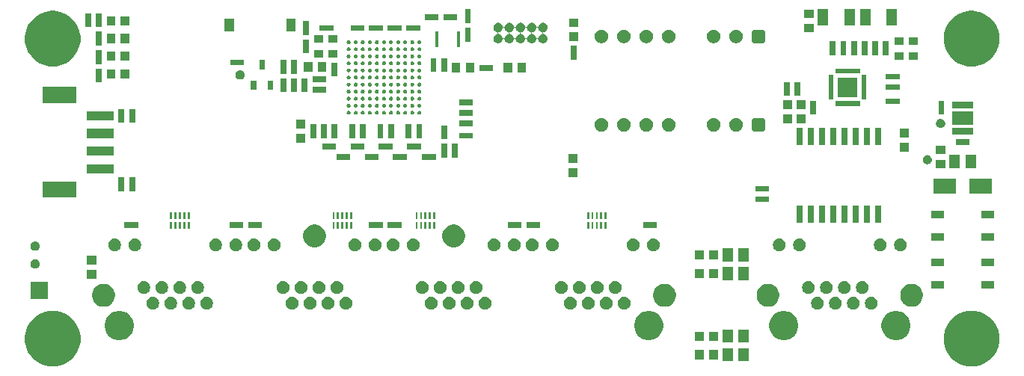
<source format=gbr>
G04 #@! TF.GenerationSoftware,KiCad,Pcbnew,6.0.0-rc1-unknown-106eaaa~84~ubuntu18.04.1*
G04 #@! TF.CreationDate,2018-11-27T01:39:18+00:00*
G04 #@! TF.ProjectId,proto-switch,70726f74-6f2d-4737-9769-7463682e6b69,1*
G04 #@! TF.SameCoordinates,Original*
G04 #@! TF.FileFunction,Soldermask,Top*
G04 #@! TF.FilePolarity,Negative*
%FSLAX46Y46*%
G04 Gerber Fmt 4.6, Leading zero omitted, Abs format (unit mm)*
G04 Created by KiCad (PCBNEW 6.0.0-rc1-unknown-106eaaa~84~ubuntu18.04.1) date Tue 27 Nov 2018 01:39:18 GMT*
%MOMM*%
%LPD*%
G01*
G04 APERTURE LIST*
%ADD10C,0.100000*%
G04 APERTURE END LIST*
D10*
G36*
X188396849Y-152867226D02*
X188918821Y-152971052D01*
X189492085Y-153208506D01*
X190008008Y-153553235D01*
X190446765Y-153991992D01*
X190791494Y-154507915D01*
X191028948Y-155081179D01*
X191150000Y-155689752D01*
X191150000Y-156310248D01*
X191028948Y-156918821D01*
X190791494Y-157492085D01*
X190446765Y-158008008D01*
X190008008Y-158446765D01*
X189492085Y-158791494D01*
X188918821Y-159028948D01*
X188396849Y-159132774D01*
X188310249Y-159150000D01*
X187689751Y-159150000D01*
X187603151Y-159132774D01*
X187081179Y-159028948D01*
X186507915Y-158791494D01*
X185991992Y-158446765D01*
X185553235Y-158008008D01*
X185208506Y-157492085D01*
X184971052Y-156918821D01*
X184850000Y-156310248D01*
X184850000Y-155689752D01*
X184971052Y-155081179D01*
X185208506Y-154507915D01*
X185553235Y-153991992D01*
X185991992Y-153553235D01*
X186507915Y-153208506D01*
X187081179Y-152971052D01*
X187603151Y-152867226D01*
X187689751Y-152850000D01*
X188310249Y-152850000D01*
X188396849Y-152867226D01*
X188396849Y-152867226D01*
G37*
G36*
X84396849Y-152867226D02*
X84918821Y-152971052D01*
X85492085Y-153208506D01*
X86008008Y-153553235D01*
X86446765Y-153991992D01*
X86791494Y-154507915D01*
X87028948Y-155081179D01*
X87150000Y-155689752D01*
X87150000Y-156310248D01*
X87028948Y-156918821D01*
X86791494Y-157492085D01*
X86446765Y-158008008D01*
X86008008Y-158446765D01*
X85492085Y-158791494D01*
X84918821Y-159028948D01*
X84396849Y-159132774D01*
X84310249Y-159150000D01*
X83689751Y-159150000D01*
X83603151Y-159132774D01*
X83081179Y-159028948D01*
X82507915Y-158791494D01*
X81991992Y-158446765D01*
X81553235Y-158008008D01*
X81208506Y-157492085D01*
X80971052Y-156918821D01*
X80850000Y-156310248D01*
X80850000Y-155689752D01*
X80971052Y-155081179D01*
X81208506Y-154507915D01*
X81553235Y-153991992D01*
X81991992Y-153553235D01*
X82507915Y-153208506D01*
X83081179Y-152971052D01*
X83603151Y-152867226D01*
X83689751Y-152850000D01*
X84310249Y-152850000D01*
X84396849Y-152867226D01*
X84396849Y-152867226D01*
G37*
G36*
X160995000Y-158545000D02*
X159805000Y-158545000D01*
X159805000Y-157055000D01*
X160995000Y-157055000D01*
X160995000Y-158545000D01*
X160995000Y-158545000D01*
G37*
G36*
X162795000Y-158545000D02*
X161605000Y-158545000D01*
X161605000Y-157055000D01*
X162795000Y-157055000D01*
X162795000Y-158545000D01*
X162795000Y-158545000D01*
G37*
G36*
X157695000Y-158320000D02*
X156705000Y-158320000D01*
X156705000Y-157280000D01*
X157695000Y-157280000D01*
X157695000Y-158320000D01*
X157695000Y-158320000D01*
G37*
G36*
X159295000Y-158320000D02*
X158305000Y-158320000D01*
X158305000Y-157280000D01*
X159295000Y-157280000D01*
X159295000Y-158320000D01*
X159295000Y-158320000D01*
G37*
G36*
X162795000Y-156445000D02*
X161605000Y-156445000D01*
X161605000Y-154955000D01*
X162795000Y-154955000D01*
X162795000Y-156445000D01*
X162795000Y-156445000D01*
G37*
G36*
X160995000Y-156445000D02*
X159805000Y-156445000D01*
X159805000Y-154955000D01*
X160995000Y-154955000D01*
X160995000Y-156445000D01*
X160995000Y-156445000D01*
G37*
G36*
X157695000Y-156220000D02*
X156705000Y-156220000D01*
X156705000Y-155180000D01*
X157695000Y-155180000D01*
X157695000Y-156220000D01*
X157695000Y-156220000D01*
G37*
G36*
X159295000Y-156220000D02*
X158305000Y-156220000D01*
X158305000Y-155180000D01*
X159295000Y-155180000D01*
X159295000Y-156220000D01*
X159295000Y-156220000D01*
G37*
G36*
X151948001Y-152917639D02*
X151948003Y-152917640D01*
X151948004Y-152917640D01*
X152058631Y-152963463D01*
X152247485Y-153041689D01*
X152517012Y-153221781D01*
X152746219Y-153450988D01*
X152926311Y-153720515D01*
X153050361Y-154019999D01*
X153113600Y-154337921D01*
X153113600Y-154662079D01*
X153050361Y-154980001D01*
X152926311Y-155279485D01*
X152746219Y-155549012D01*
X152517012Y-155778219D01*
X152247485Y-155958311D01*
X152070750Y-156031517D01*
X151948004Y-156082360D01*
X151948003Y-156082360D01*
X151948001Y-156082361D01*
X151630079Y-156145600D01*
X151305921Y-156145600D01*
X150987999Y-156082361D01*
X150987997Y-156082360D01*
X150987996Y-156082360D01*
X150865250Y-156031517D01*
X150688515Y-155958311D01*
X150418988Y-155778219D01*
X150189781Y-155549012D01*
X150009689Y-155279485D01*
X149885639Y-154980001D01*
X149822400Y-154662079D01*
X149822400Y-154337921D01*
X149885639Y-154019999D01*
X150009689Y-153720515D01*
X150189781Y-153450988D01*
X150418988Y-153221781D01*
X150688515Y-153041689D01*
X150877369Y-152963463D01*
X150987996Y-152917640D01*
X150987997Y-152917640D01*
X150987999Y-152917639D01*
X151305921Y-152854400D01*
X151630079Y-152854400D01*
X151948001Y-152917639D01*
X151948001Y-152917639D01*
G37*
G36*
X92008001Y-152917639D02*
X92008003Y-152917640D01*
X92008004Y-152917640D01*
X92118631Y-152963463D01*
X92307485Y-153041689D01*
X92577012Y-153221781D01*
X92806219Y-153450988D01*
X92986311Y-153720515D01*
X93110361Y-154019999D01*
X93173600Y-154337921D01*
X93173600Y-154662079D01*
X93110361Y-154980001D01*
X92986311Y-155279485D01*
X92806219Y-155549012D01*
X92577012Y-155778219D01*
X92307485Y-155958311D01*
X92130750Y-156031517D01*
X92008004Y-156082360D01*
X92008003Y-156082360D01*
X92008001Y-156082361D01*
X91690079Y-156145600D01*
X91365921Y-156145600D01*
X91047999Y-156082361D01*
X91047997Y-156082360D01*
X91047996Y-156082360D01*
X90925250Y-156031517D01*
X90748515Y-155958311D01*
X90478988Y-155778219D01*
X90249781Y-155549012D01*
X90069689Y-155279485D01*
X89945639Y-154980001D01*
X89882400Y-154662079D01*
X89882400Y-154337921D01*
X89945639Y-154019999D01*
X90069689Y-153720515D01*
X90249781Y-153450988D01*
X90478988Y-153221781D01*
X90748515Y-153041689D01*
X90937369Y-152963463D01*
X91047996Y-152917640D01*
X91047997Y-152917640D01*
X91047999Y-152917639D01*
X91365921Y-152854400D01*
X91690079Y-152854400D01*
X92008001Y-152917639D01*
X92008001Y-152917639D01*
G37*
G36*
X167230001Y-152917639D02*
X167230003Y-152917640D01*
X167230004Y-152917640D01*
X167340631Y-152963463D01*
X167529485Y-153041689D01*
X167799012Y-153221781D01*
X168028219Y-153450988D01*
X168208311Y-153720515D01*
X168332361Y-154019999D01*
X168395600Y-154337921D01*
X168395600Y-154662079D01*
X168332361Y-154980001D01*
X168208311Y-155279485D01*
X168028219Y-155549012D01*
X167799012Y-155778219D01*
X167529485Y-155958311D01*
X167352750Y-156031517D01*
X167230004Y-156082360D01*
X167230003Y-156082360D01*
X167230001Y-156082361D01*
X166912079Y-156145600D01*
X166587921Y-156145600D01*
X166269999Y-156082361D01*
X166269997Y-156082360D01*
X166269996Y-156082360D01*
X166147250Y-156031517D01*
X165970515Y-155958311D01*
X165700988Y-155778219D01*
X165471781Y-155549012D01*
X165291689Y-155279485D01*
X165167639Y-154980001D01*
X165104400Y-154662079D01*
X165104400Y-154337921D01*
X165167639Y-154019999D01*
X165291689Y-153720515D01*
X165471781Y-153450988D01*
X165700988Y-153221781D01*
X165970515Y-153041689D01*
X166159369Y-152963463D01*
X166269996Y-152917640D01*
X166269997Y-152917640D01*
X166269999Y-152917639D01*
X166587921Y-152854400D01*
X166912079Y-152854400D01*
X167230001Y-152917639D01*
X167230001Y-152917639D01*
G37*
G36*
X179930001Y-152917639D02*
X179930003Y-152917640D01*
X179930004Y-152917640D01*
X180040631Y-152963463D01*
X180229485Y-153041689D01*
X180499012Y-153221781D01*
X180728219Y-153450988D01*
X180908311Y-153720515D01*
X181032361Y-154019999D01*
X181095600Y-154337921D01*
X181095600Y-154662079D01*
X181032361Y-154980001D01*
X180908311Y-155279485D01*
X180728219Y-155549012D01*
X180499012Y-155778219D01*
X180229485Y-155958311D01*
X180052750Y-156031517D01*
X179930004Y-156082360D01*
X179930003Y-156082360D01*
X179930001Y-156082361D01*
X179612079Y-156145600D01*
X179287921Y-156145600D01*
X178969999Y-156082361D01*
X178969997Y-156082360D01*
X178969996Y-156082360D01*
X178847250Y-156031517D01*
X178670515Y-155958311D01*
X178400988Y-155778219D01*
X178171781Y-155549012D01*
X177991689Y-155279485D01*
X177867639Y-154980001D01*
X177804400Y-154662079D01*
X177804400Y-154337921D01*
X177867639Y-154019999D01*
X177991689Y-153720515D01*
X178171781Y-153450988D01*
X178400988Y-153221781D01*
X178670515Y-153041689D01*
X178859369Y-152963463D01*
X178969996Y-152917640D01*
X178969997Y-152917640D01*
X178969999Y-152917639D01*
X179287921Y-152854400D01*
X179612079Y-152854400D01*
X179930001Y-152917639D01*
X179930001Y-152917639D01*
G37*
G36*
X142798015Y-151267668D02*
X142929049Y-151321944D01*
X143046975Y-151400740D01*
X143147260Y-151501025D01*
X143226056Y-151618951D01*
X143280332Y-151749985D01*
X143308000Y-151889085D01*
X143308000Y-152030915D01*
X143280332Y-152170015D01*
X143226056Y-152301049D01*
X143147260Y-152418975D01*
X143046975Y-152519260D01*
X142929049Y-152598056D01*
X142798015Y-152652332D01*
X142658915Y-152680000D01*
X142517085Y-152680000D01*
X142377985Y-152652332D01*
X142246951Y-152598056D01*
X142129025Y-152519260D01*
X142028740Y-152418975D01*
X141949944Y-152301049D01*
X141895668Y-152170015D01*
X141868000Y-152030915D01*
X141868000Y-151889085D01*
X141895668Y-151749985D01*
X141949944Y-151618951D01*
X142028740Y-151501025D01*
X142129025Y-151400740D01*
X142246951Y-151321944D01*
X142377985Y-151267668D01*
X142517085Y-151240000D01*
X142658915Y-151240000D01*
X142798015Y-151267668D01*
X142798015Y-151267668D01*
G37*
G36*
X101644015Y-151267668D02*
X101775049Y-151321944D01*
X101892975Y-151400740D01*
X101993260Y-151501025D01*
X102072056Y-151618951D01*
X102126332Y-151749985D01*
X102154000Y-151889085D01*
X102154000Y-152030915D01*
X102126332Y-152170015D01*
X102072056Y-152301049D01*
X101993260Y-152418975D01*
X101892975Y-152519260D01*
X101775049Y-152598056D01*
X101644015Y-152652332D01*
X101504915Y-152680000D01*
X101363085Y-152680000D01*
X101223985Y-152652332D01*
X101092951Y-152598056D01*
X100975025Y-152519260D01*
X100874740Y-152418975D01*
X100795944Y-152301049D01*
X100741668Y-152170015D01*
X100714000Y-152030915D01*
X100714000Y-151889085D01*
X100741668Y-151749985D01*
X100795944Y-151618951D01*
X100874740Y-151501025D01*
X100975025Y-151400740D01*
X101092951Y-151321944D01*
X101223985Y-151267668D01*
X101363085Y-151240000D01*
X101504915Y-151240000D01*
X101644015Y-151267668D01*
X101644015Y-151267668D01*
G37*
G36*
X99612015Y-151267668D02*
X99743049Y-151321944D01*
X99860975Y-151400740D01*
X99961260Y-151501025D01*
X100040056Y-151618951D01*
X100094332Y-151749985D01*
X100122000Y-151889085D01*
X100122000Y-152030915D01*
X100094332Y-152170015D01*
X100040056Y-152301049D01*
X99961260Y-152418975D01*
X99860975Y-152519260D01*
X99743049Y-152598056D01*
X99612015Y-152652332D01*
X99472915Y-152680000D01*
X99331085Y-152680000D01*
X99191985Y-152652332D01*
X99060951Y-152598056D01*
X98943025Y-152519260D01*
X98842740Y-152418975D01*
X98763944Y-152301049D01*
X98709668Y-152170015D01*
X98682000Y-152030915D01*
X98682000Y-151889085D01*
X98709668Y-151749985D01*
X98763944Y-151618951D01*
X98842740Y-151501025D01*
X98943025Y-151400740D01*
X99060951Y-151321944D01*
X99191985Y-151267668D01*
X99331085Y-151240000D01*
X99472915Y-151240000D01*
X99612015Y-151267668D01*
X99612015Y-151267668D01*
G37*
G36*
X133144015Y-151267668D02*
X133275049Y-151321944D01*
X133392975Y-151400740D01*
X133493260Y-151501025D01*
X133572056Y-151618951D01*
X133626332Y-151749985D01*
X133654000Y-151889085D01*
X133654000Y-152030915D01*
X133626332Y-152170015D01*
X133572056Y-152301049D01*
X133493260Y-152418975D01*
X133392975Y-152519260D01*
X133275049Y-152598056D01*
X133144015Y-152652332D01*
X133004915Y-152680000D01*
X132863085Y-152680000D01*
X132723985Y-152652332D01*
X132592951Y-152598056D01*
X132475025Y-152519260D01*
X132374740Y-152418975D01*
X132295944Y-152301049D01*
X132241668Y-152170015D01*
X132214000Y-152030915D01*
X132214000Y-151889085D01*
X132241668Y-151749985D01*
X132295944Y-151618951D01*
X132374740Y-151501025D01*
X132475025Y-151400740D01*
X132592951Y-151321944D01*
X132723985Y-151267668D01*
X132863085Y-151240000D01*
X133004915Y-151240000D01*
X133144015Y-151267668D01*
X133144015Y-151267668D01*
G37*
G36*
X117394015Y-151267668D02*
X117525049Y-151321944D01*
X117642975Y-151400740D01*
X117743260Y-151501025D01*
X117822056Y-151618951D01*
X117876332Y-151749985D01*
X117904000Y-151889085D01*
X117904000Y-152030915D01*
X117876332Y-152170015D01*
X117822056Y-152301049D01*
X117743260Y-152418975D01*
X117642975Y-152519260D01*
X117525049Y-152598056D01*
X117394015Y-152652332D01*
X117254915Y-152680000D01*
X117113085Y-152680000D01*
X116973985Y-152652332D01*
X116842951Y-152598056D01*
X116725025Y-152519260D01*
X116624740Y-152418975D01*
X116545944Y-152301049D01*
X116491668Y-152170015D01*
X116464000Y-152030915D01*
X116464000Y-151889085D01*
X116491668Y-151749985D01*
X116545944Y-151618951D01*
X116624740Y-151501025D01*
X116725025Y-151400740D01*
X116842951Y-151321944D01*
X116973985Y-151267668D01*
X117113085Y-151240000D01*
X117254915Y-151240000D01*
X117394015Y-151267668D01*
X117394015Y-151267668D01*
G37*
G36*
X113330015Y-151267668D02*
X113461049Y-151321944D01*
X113578975Y-151400740D01*
X113679260Y-151501025D01*
X113758056Y-151618951D01*
X113812332Y-151749985D01*
X113840000Y-151889085D01*
X113840000Y-152030915D01*
X113812332Y-152170015D01*
X113758056Y-152301049D01*
X113679260Y-152418975D01*
X113578975Y-152519260D01*
X113461049Y-152598056D01*
X113330015Y-152652332D01*
X113190915Y-152680000D01*
X113049085Y-152680000D01*
X112909985Y-152652332D01*
X112778951Y-152598056D01*
X112661025Y-152519260D01*
X112560740Y-152418975D01*
X112481944Y-152301049D01*
X112427668Y-152170015D01*
X112400000Y-152030915D01*
X112400000Y-151889085D01*
X112427668Y-151749985D01*
X112481944Y-151618951D01*
X112560740Y-151501025D01*
X112661025Y-151400740D01*
X112778951Y-151321944D01*
X112909985Y-151267668D01*
X113049085Y-151240000D01*
X113190915Y-151240000D01*
X113330015Y-151267668D01*
X113330015Y-151267668D01*
G37*
G36*
X129080015Y-151267668D02*
X129211049Y-151321944D01*
X129328975Y-151400740D01*
X129429260Y-151501025D01*
X129508056Y-151618951D01*
X129562332Y-151749985D01*
X129590000Y-151889085D01*
X129590000Y-152030915D01*
X129562332Y-152170015D01*
X129508056Y-152301049D01*
X129429260Y-152418975D01*
X129328975Y-152519260D01*
X129211049Y-152598056D01*
X129080015Y-152652332D01*
X128940915Y-152680000D01*
X128799085Y-152680000D01*
X128659985Y-152652332D01*
X128528951Y-152598056D01*
X128411025Y-152519260D01*
X128310740Y-152418975D01*
X128231944Y-152301049D01*
X128177668Y-152170015D01*
X128150000Y-152030915D01*
X128150000Y-151889085D01*
X128177668Y-151749985D01*
X128231944Y-151618951D01*
X128310740Y-151501025D01*
X128411025Y-151400740D01*
X128528951Y-151321944D01*
X128659985Y-151267668D01*
X128799085Y-151240000D01*
X128940915Y-151240000D01*
X129080015Y-151267668D01*
X129080015Y-151267668D01*
G37*
G36*
X144830015Y-151267668D02*
X144961049Y-151321944D01*
X145078975Y-151400740D01*
X145179260Y-151501025D01*
X145258056Y-151618951D01*
X145312332Y-151749985D01*
X145340000Y-151889085D01*
X145340000Y-152030915D01*
X145312332Y-152170015D01*
X145258056Y-152301049D01*
X145179260Y-152418975D01*
X145078975Y-152519260D01*
X144961049Y-152598056D01*
X144830015Y-152652332D01*
X144690915Y-152680000D01*
X144549085Y-152680000D01*
X144409985Y-152652332D01*
X144278951Y-152598056D01*
X144161025Y-152519260D01*
X144060740Y-152418975D01*
X143981944Y-152301049D01*
X143927668Y-152170015D01*
X143900000Y-152030915D01*
X143900000Y-151889085D01*
X143927668Y-151749985D01*
X143981944Y-151618951D01*
X144060740Y-151501025D01*
X144161025Y-151400740D01*
X144278951Y-151321944D01*
X144409985Y-151267668D01*
X144549085Y-151240000D01*
X144690915Y-151240000D01*
X144830015Y-151267668D01*
X144830015Y-151267668D01*
G37*
G36*
X111298015Y-151267668D02*
X111429049Y-151321944D01*
X111546975Y-151400740D01*
X111647260Y-151501025D01*
X111726056Y-151618951D01*
X111780332Y-151749985D01*
X111808000Y-151889085D01*
X111808000Y-152030915D01*
X111780332Y-152170015D01*
X111726056Y-152301049D01*
X111647260Y-152418975D01*
X111546975Y-152519260D01*
X111429049Y-152598056D01*
X111298015Y-152652332D01*
X111158915Y-152680000D01*
X111017085Y-152680000D01*
X110877985Y-152652332D01*
X110746951Y-152598056D01*
X110629025Y-152519260D01*
X110528740Y-152418975D01*
X110449944Y-152301049D01*
X110395668Y-152170015D01*
X110368000Y-152030915D01*
X110368000Y-151889085D01*
X110395668Y-151749985D01*
X110449944Y-151618951D01*
X110528740Y-151501025D01*
X110629025Y-151400740D01*
X110746951Y-151321944D01*
X110877985Y-151267668D01*
X111017085Y-151240000D01*
X111158915Y-151240000D01*
X111298015Y-151267668D01*
X111298015Y-151267668D01*
G37*
G36*
X127048015Y-151267668D02*
X127179049Y-151321944D01*
X127296975Y-151400740D01*
X127397260Y-151501025D01*
X127476056Y-151618951D01*
X127530332Y-151749985D01*
X127558000Y-151889085D01*
X127558000Y-152030915D01*
X127530332Y-152170015D01*
X127476056Y-152301049D01*
X127397260Y-152418975D01*
X127296975Y-152519260D01*
X127179049Y-152598056D01*
X127048015Y-152652332D01*
X126908915Y-152680000D01*
X126767085Y-152680000D01*
X126627985Y-152652332D01*
X126496951Y-152598056D01*
X126379025Y-152519260D01*
X126278740Y-152418975D01*
X126199944Y-152301049D01*
X126145668Y-152170015D01*
X126118000Y-152030915D01*
X126118000Y-151889085D01*
X126145668Y-151749985D01*
X126199944Y-151618951D01*
X126278740Y-151501025D01*
X126379025Y-151400740D01*
X126496951Y-151321944D01*
X126627985Y-151267668D01*
X126767085Y-151240000D01*
X126908915Y-151240000D01*
X127048015Y-151267668D01*
X127048015Y-151267668D01*
G37*
G36*
X115362015Y-151267668D02*
X115493049Y-151321944D01*
X115610975Y-151400740D01*
X115711260Y-151501025D01*
X115790056Y-151618951D01*
X115844332Y-151749985D01*
X115872000Y-151889085D01*
X115872000Y-152030915D01*
X115844332Y-152170015D01*
X115790056Y-152301049D01*
X115711260Y-152418975D01*
X115610975Y-152519260D01*
X115493049Y-152598056D01*
X115362015Y-152652332D01*
X115222915Y-152680000D01*
X115081085Y-152680000D01*
X114941985Y-152652332D01*
X114810951Y-152598056D01*
X114693025Y-152519260D01*
X114592740Y-152418975D01*
X114513944Y-152301049D01*
X114459668Y-152170015D01*
X114432000Y-152030915D01*
X114432000Y-151889085D01*
X114459668Y-151749985D01*
X114513944Y-151618951D01*
X114592740Y-151501025D01*
X114693025Y-151400740D01*
X114810951Y-151321944D01*
X114941985Y-151267668D01*
X115081085Y-151240000D01*
X115222915Y-151240000D01*
X115362015Y-151267668D01*
X115362015Y-151267668D01*
G37*
G36*
X131112015Y-151267668D02*
X131243049Y-151321944D01*
X131360975Y-151400740D01*
X131461260Y-151501025D01*
X131540056Y-151618951D01*
X131594332Y-151749985D01*
X131622000Y-151889085D01*
X131622000Y-152030915D01*
X131594332Y-152170015D01*
X131540056Y-152301049D01*
X131461260Y-152418975D01*
X131360975Y-152519260D01*
X131243049Y-152598056D01*
X131112015Y-152652332D01*
X130972915Y-152680000D01*
X130831085Y-152680000D01*
X130691985Y-152652332D01*
X130560951Y-152598056D01*
X130443025Y-152519260D01*
X130342740Y-152418975D01*
X130263944Y-152301049D01*
X130209668Y-152170015D01*
X130182000Y-152030915D01*
X130182000Y-151889085D01*
X130209668Y-151749985D01*
X130263944Y-151618951D01*
X130342740Y-151501025D01*
X130443025Y-151400740D01*
X130560951Y-151321944D01*
X130691985Y-151267668D01*
X130831085Y-151240000D01*
X130972915Y-151240000D01*
X131112015Y-151267668D01*
X131112015Y-151267668D01*
G37*
G36*
X146862015Y-151267668D02*
X146993049Y-151321944D01*
X147110975Y-151400740D01*
X147211260Y-151501025D01*
X147290056Y-151618951D01*
X147344332Y-151749985D01*
X147372000Y-151889085D01*
X147372000Y-152030915D01*
X147344332Y-152170015D01*
X147290056Y-152301049D01*
X147211260Y-152418975D01*
X147110975Y-152519260D01*
X146993049Y-152598056D01*
X146862015Y-152652332D01*
X146722915Y-152680000D01*
X146581085Y-152680000D01*
X146441985Y-152652332D01*
X146310951Y-152598056D01*
X146193025Y-152519260D01*
X146092740Y-152418975D01*
X146013944Y-152301049D01*
X145959668Y-152170015D01*
X145932000Y-152030915D01*
X145932000Y-151889085D01*
X145959668Y-151749985D01*
X146013944Y-151618951D01*
X146092740Y-151501025D01*
X146193025Y-151400740D01*
X146310951Y-151321944D01*
X146441985Y-151267668D01*
X146581085Y-151240000D01*
X146722915Y-151240000D01*
X146862015Y-151267668D01*
X146862015Y-151267668D01*
G37*
G36*
X95548015Y-151267668D02*
X95679049Y-151321944D01*
X95796975Y-151400740D01*
X95897260Y-151501025D01*
X95976056Y-151618951D01*
X96030332Y-151749985D01*
X96058000Y-151889085D01*
X96058000Y-152030915D01*
X96030332Y-152170015D01*
X95976056Y-152301049D01*
X95897260Y-152418975D01*
X95796975Y-152519260D01*
X95679049Y-152598056D01*
X95548015Y-152652332D01*
X95408915Y-152680000D01*
X95267085Y-152680000D01*
X95127985Y-152652332D01*
X94996951Y-152598056D01*
X94879025Y-152519260D01*
X94778740Y-152418975D01*
X94699944Y-152301049D01*
X94645668Y-152170015D01*
X94618000Y-152030915D01*
X94618000Y-151889085D01*
X94645668Y-151749985D01*
X94699944Y-151618951D01*
X94778740Y-151501025D01*
X94879025Y-151400740D01*
X94996951Y-151321944D01*
X95127985Y-151267668D01*
X95267085Y-151240000D01*
X95408915Y-151240000D01*
X95548015Y-151267668D01*
X95548015Y-151267668D01*
G37*
G36*
X97580015Y-151267668D02*
X97711049Y-151321944D01*
X97828975Y-151400740D01*
X97929260Y-151501025D01*
X98008056Y-151618951D01*
X98062332Y-151749985D01*
X98090000Y-151889085D01*
X98090000Y-152030915D01*
X98062332Y-152170015D01*
X98008056Y-152301049D01*
X97929260Y-152418975D01*
X97828975Y-152519260D01*
X97711049Y-152598056D01*
X97580015Y-152652332D01*
X97440915Y-152680000D01*
X97299085Y-152680000D01*
X97159985Y-152652332D01*
X97028951Y-152598056D01*
X96911025Y-152519260D01*
X96810740Y-152418975D01*
X96731944Y-152301049D01*
X96677668Y-152170015D01*
X96650000Y-152030915D01*
X96650000Y-151889085D01*
X96677668Y-151749985D01*
X96731944Y-151618951D01*
X96810740Y-151501025D01*
X96911025Y-151400740D01*
X97028951Y-151321944D01*
X97159985Y-151267668D01*
X97299085Y-151240000D01*
X97440915Y-151240000D01*
X97580015Y-151267668D01*
X97580015Y-151267668D01*
G37*
G36*
X176866015Y-151267668D02*
X176997049Y-151321944D01*
X177114975Y-151400740D01*
X177215260Y-151501025D01*
X177294056Y-151618951D01*
X177348332Y-151749985D01*
X177376000Y-151889085D01*
X177376000Y-152030915D01*
X177348332Y-152170015D01*
X177294056Y-152301049D01*
X177215260Y-152418975D01*
X177114975Y-152519260D01*
X176997049Y-152598056D01*
X176866015Y-152652332D01*
X176726915Y-152680000D01*
X176585085Y-152680000D01*
X176445985Y-152652332D01*
X176314951Y-152598056D01*
X176197025Y-152519260D01*
X176096740Y-152418975D01*
X176017944Y-152301049D01*
X175963668Y-152170015D01*
X175936000Y-152030915D01*
X175936000Y-151889085D01*
X175963668Y-151749985D01*
X176017944Y-151618951D01*
X176096740Y-151501025D01*
X176197025Y-151400740D01*
X176314951Y-151321944D01*
X176445985Y-151267668D01*
X176585085Y-151240000D01*
X176726915Y-151240000D01*
X176866015Y-151267668D01*
X176866015Y-151267668D01*
G37*
G36*
X174834015Y-151267668D02*
X174965049Y-151321944D01*
X175082975Y-151400740D01*
X175183260Y-151501025D01*
X175262056Y-151618951D01*
X175316332Y-151749985D01*
X175344000Y-151889085D01*
X175344000Y-152030915D01*
X175316332Y-152170015D01*
X175262056Y-152301049D01*
X175183260Y-152418975D01*
X175082975Y-152519260D01*
X174965049Y-152598056D01*
X174834015Y-152652332D01*
X174694915Y-152680000D01*
X174553085Y-152680000D01*
X174413985Y-152652332D01*
X174282951Y-152598056D01*
X174165025Y-152519260D01*
X174064740Y-152418975D01*
X173985944Y-152301049D01*
X173931668Y-152170015D01*
X173904000Y-152030915D01*
X173904000Y-151889085D01*
X173931668Y-151749985D01*
X173985944Y-151618951D01*
X174064740Y-151501025D01*
X174165025Y-151400740D01*
X174282951Y-151321944D01*
X174413985Y-151267668D01*
X174553085Y-151240000D01*
X174694915Y-151240000D01*
X174834015Y-151267668D01*
X174834015Y-151267668D01*
G37*
G36*
X148894015Y-151267668D02*
X149025049Y-151321944D01*
X149142975Y-151400740D01*
X149243260Y-151501025D01*
X149322056Y-151618951D01*
X149376332Y-151749985D01*
X149404000Y-151889085D01*
X149404000Y-152030915D01*
X149376332Y-152170015D01*
X149322056Y-152301049D01*
X149243260Y-152418975D01*
X149142975Y-152519260D01*
X149025049Y-152598056D01*
X148894015Y-152652332D01*
X148754915Y-152680000D01*
X148613085Y-152680000D01*
X148473985Y-152652332D01*
X148342951Y-152598056D01*
X148225025Y-152519260D01*
X148124740Y-152418975D01*
X148045944Y-152301049D01*
X147991668Y-152170015D01*
X147964000Y-152030915D01*
X147964000Y-151889085D01*
X147991668Y-151749985D01*
X148045944Y-151618951D01*
X148124740Y-151501025D01*
X148225025Y-151400740D01*
X148342951Y-151321944D01*
X148473985Y-151267668D01*
X148613085Y-151240000D01*
X148754915Y-151240000D01*
X148894015Y-151267668D01*
X148894015Y-151267668D01*
G37*
G36*
X172802015Y-151267668D02*
X172933049Y-151321944D01*
X173050975Y-151400740D01*
X173151260Y-151501025D01*
X173230056Y-151618951D01*
X173284332Y-151749985D01*
X173312000Y-151889085D01*
X173312000Y-152030915D01*
X173284332Y-152170015D01*
X173230056Y-152301049D01*
X173151260Y-152418975D01*
X173050975Y-152519260D01*
X172933049Y-152598056D01*
X172802015Y-152652332D01*
X172662915Y-152680000D01*
X172521085Y-152680000D01*
X172381985Y-152652332D01*
X172250951Y-152598056D01*
X172133025Y-152519260D01*
X172032740Y-152418975D01*
X171953944Y-152301049D01*
X171899668Y-152170015D01*
X171872000Y-152030915D01*
X171872000Y-151889085D01*
X171899668Y-151749985D01*
X171953944Y-151618951D01*
X172032740Y-151501025D01*
X172133025Y-151400740D01*
X172250951Y-151321944D01*
X172381985Y-151267668D01*
X172521085Y-151240000D01*
X172662915Y-151240000D01*
X172802015Y-151267668D01*
X172802015Y-151267668D01*
G37*
G36*
X170770015Y-151267668D02*
X170901049Y-151321944D01*
X171018975Y-151400740D01*
X171119260Y-151501025D01*
X171198056Y-151618951D01*
X171252332Y-151749985D01*
X171280000Y-151889085D01*
X171280000Y-152030915D01*
X171252332Y-152170015D01*
X171198056Y-152301049D01*
X171119260Y-152418975D01*
X171018975Y-152519260D01*
X170901049Y-152598056D01*
X170770015Y-152652332D01*
X170630915Y-152680000D01*
X170489085Y-152680000D01*
X170349985Y-152652332D01*
X170218951Y-152598056D01*
X170101025Y-152519260D01*
X170000740Y-152418975D01*
X169921944Y-152301049D01*
X169867668Y-152170015D01*
X169840000Y-152030915D01*
X169840000Y-151889085D01*
X169867668Y-151749985D01*
X169921944Y-151618951D01*
X170000740Y-151501025D01*
X170101025Y-151400740D01*
X170218951Y-151321944D01*
X170349985Y-151267668D01*
X170489085Y-151240000D01*
X170630915Y-151240000D01*
X170770015Y-151267668D01*
X170770015Y-151267668D01*
G37*
G36*
X181604277Y-149830573D02*
X181839045Y-149927817D01*
X182050330Y-150068993D01*
X182230007Y-150248670D01*
X182371183Y-150459955D01*
X182468427Y-150694723D01*
X182518000Y-150943945D01*
X182518000Y-151198055D01*
X182468427Y-151447277D01*
X182371183Y-151682045D01*
X182230007Y-151893330D01*
X182050330Y-152073007D01*
X181839045Y-152214183D01*
X181604277Y-152311427D01*
X181355055Y-152361000D01*
X181100945Y-152361000D01*
X180851723Y-152311427D01*
X180616955Y-152214183D01*
X180405670Y-152073007D01*
X180225993Y-151893330D01*
X180084817Y-151682045D01*
X179987573Y-151447277D01*
X179938000Y-151198055D01*
X179938000Y-150943945D01*
X179987573Y-150694723D01*
X180084817Y-150459955D01*
X180225993Y-150248670D01*
X180405670Y-150068993D01*
X180616955Y-149927817D01*
X180851723Y-149830573D01*
X181100945Y-149781000D01*
X181355055Y-149781000D01*
X181604277Y-149830573D01*
X181604277Y-149830573D01*
G37*
G36*
X153626277Y-149830573D02*
X153861045Y-149927817D01*
X154072330Y-150068993D01*
X154252007Y-150248670D01*
X154393183Y-150459955D01*
X154490427Y-150694723D01*
X154540000Y-150943945D01*
X154540000Y-151198055D01*
X154490427Y-151447277D01*
X154393183Y-151682045D01*
X154252007Y-151893330D01*
X154072330Y-152073007D01*
X153861045Y-152214183D01*
X153626277Y-152311427D01*
X153377055Y-152361000D01*
X153122945Y-152361000D01*
X152873723Y-152311427D01*
X152638955Y-152214183D01*
X152427670Y-152073007D01*
X152247993Y-151893330D01*
X152106817Y-151682045D01*
X152009573Y-151447277D01*
X151960000Y-151198055D01*
X151960000Y-150943945D01*
X152009573Y-150694723D01*
X152106817Y-150459955D01*
X152247993Y-150248670D01*
X152427670Y-150068993D01*
X152638955Y-149927817D01*
X152873723Y-149830573D01*
X153122945Y-149781000D01*
X153377055Y-149781000D01*
X153626277Y-149830573D01*
X153626277Y-149830573D01*
G37*
G36*
X90126277Y-149830573D02*
X90361045Y-149927817D01*
X90572330Y-150068993D01*
X90752007Y-150248670D01*
X90893183Y-150459955D01*
X90990427Y-150694723D01*
X91040000Y-150943945D01*
X91040000Y-151198055D01*
X90990427Y-151447277D01*
X90893183Y-151682045D01*
X90752007Y-151893330D01*
X90572330Y-152073007D01*
X90361045Y-152214183D01*
X90126277Y-152311427D01*
X89877055Y-152361000D01*
X89622945Y-152361000D01*
X89373723Y-152311427D01*
X89138955Y-152214183D01*
X88927670Y-152073007D01*
X88747993Y-151893330D01*
X88606817Y-151682045D01*
X88509573Y-151447277D01*
X88460000Y-151198055D01*
X88460000Y-150943945D01*
X88509573Y-150694723D01*
X88606817Y-150459955D01*
X88747993Y-150248670D01*
X88927670Y-150068993D01*
X89138955Y-149927817D01*
X89373723Y-149830573D01*
X89622945Y-149781000D01*
X89877055Y-149781000D01*
X90126277Y-149830573D01*
X90126277Y-149830573D01*
G37*
G36*
X165348277Y-149830573D02*
X165583045Y-149927817D01*
X165794330Y-150068993D01*
X165974007Y-150248670D01*
X166115183Y-150459955D01*
X166212427Y-150694723D01*
X166262000Y-150943945D01*
X166262000Y-151198055D01*
X166212427Y-151447277D01*
X166115183Y-151682045D01*
X165974007Y-151893330D01*
X165794330Y-152073007D01*
X165583045Y-152214183D01*
X165348277Y-152311427D01*
X165099055Y-152361000D01*
X164844945Y-152361000D01*
X164595723Y-152311427D01*
X164360955Y-152214183D01*
X164149670Y-152073007D01*
X163969993Y-151893330D01*
X163828817Y-151682045D01*
X163731573Y-151447277D01*
X163682000Y-151198055D01*
X163682000Y-150943945D01*
X163731573Y-150694723D01*
X163828817Y-150459955D01*
X163969993Y-150248670D01*
X164149670Y-150068993D01*
X164360955Y-149927817D01*
X164595723Y-149830573D01*
X164844945Y-149781000D01*
X165099055Y-149781000D01*
X165348277Y-149830573D01*
X165348277Y-149830573D01*
G37*
G36*
X83470000Y-151470000D02*
X81530000Y-151470000D01*
X81530000Y-149530000D01*
X83470000Y-149530000D01*
X83470000Y-151470000D01*
X83470000Y-151470000D01*
G37*
G36*
X173818015Y-149489668D02*
X173949049Y-149543944D01*
X174066975Y-149622740D01*
X174167260Y-149723025D01*
X174246056Y-149840951D01*
X174300332Y-149971985D01*
X174328000Y-150111085D01*
X174328000Y-150252915D01*
X174300332Y-150392015D01*
X174246056Y-150523049D01*
X174167260Y-150640975D01*
X174066975Y-150741260D01*
X173949049Y-150820056D01*
X173818015Y-150874332D01*
X173678915Y-150902000D01*
X173537085Y-150902000D01*
X173397985Y-150874332D01*
X173266951Y-150820056D01*
X173149025Y-150741260D01*
X173048740Y-150640975D01*
X172969944Y-150523049D01*
X172915668Y-150392015D01*
X172888000Y-150252915D01*
X172888000Y-150111085D01*
X172915668Y-149971985D01*
X172969944Y-149840951D01*
X173048740Y-149723025D01*
X173149025Y-149622740D01*
X173266951Y-149543944D01*
X173397985Y-149489668D01*
X173537085Y-149462000D01*
X173678915Y-149462000D01*
X173818015Y-149489668D01*
X173818015Y-149489668D01*
G37*
G36*
X98596015Y-149489668D02*
X98727049Y-149543944D01*
X98844975Y-149622740D01*
X98945260Y-149723025D01*
X99024056Y-149840951D01*
X99078332Y-149971985D01*
X99106000Y-150111085D01*
X99106000Y-150252915D01*
X99078332Y-150392015D01*
X99024056Y-150523049D01*
X98945260Y-150640975D01*
X98844975Y-150741260D01*
X98727049Y-150820056D01*
X98596015Y-150874332D01*
X98456915Y-150902000D01*
X98315085Y-150902000D01*
X98175985Y-150874332D01*
X98044951Y-150820056D01*
X97927025Y-150741260D01*
X97826740Y-150640975D01*
X97747944Y-150523049D01*
X97693668Y-150392015D01*
X97666000Y-150252915D01*
X97666000Y-150111085D01*
X97693668Y-149971985D01*
X97747944Y-149840951D01*
X97826740Y-149723025D01*
X97927025Y-149622740D01*
X98044951Y-149543944D01*
X98175985Y-149489668D01*
X98315085Y-149462000D01*
X98456915Y-149462000D01*
X98596015Y-149489668D01*
X98596015Y-149489668D01*
G37*
G36*
X94532015Y-149489668D02*
X94663049Y-149543944D01*
X94780975Y-149622740D01*
X94881260Y-149723025D01*
X94960056Y-149840951D01*
X95014332Y-149971985D01*
X95042000Y-150111085D01*
X95042000Y-150252915D01*
X95014332Y-150392015D01*
X94960056Y-150523049D01*
X94881260Y-150640975D01*
X94780975Y-150741260D01*
X94663049Y-150820056D01*
X94532015Y-150874332D01*
X94392915Y-150902000D01*
X94251085Y-150902000D01*
X94111985Y-150874332D01*
X93980951Y-150820056D01*
X93863025Y-150741260D01*
X93762740Y-150640975D01*
X93683944Y-150523049D01*
X93629668Y-150392015D01*
X93602000Y-150252915D01*
X93602000Y-150111085D01*
X93629668Y-149971985D01*
X93683944Y-149840951D01*
X93762740Y-149723025D01*
X93863025Y-149622740D01*
X93980951Y-149543944D01*
X94111985Y-149489668D01*
X94251085Y-149462000D01*
X94392915Y-149462000D01*
X94532015Y-149489668D01*
X94532015Y-149489668D01*
G37*
G36*
X96564015Y-149489668D02*
X96695049Y-149543944D01*
X96812975Y-149622740D01*
X96913260Y-149723025D01*
X96992056Y-149840951D01*
X97046332Y-149971985D01*
X97074000Y-150111085D01*
X97074000Y-150252915D01*
X97046332Y-150392015D01*
X96992056Y-150523049D01*
X96913260Y-150640975D01*
X96812975Y-150741260D01*
X96695049Y-150820056D01*
X96564015Y-150874332D01*
X96424915Y-150902000D01*
X96283085Y-150902000D01*
X96143985Y-150874332D01*
X96012951Y-150820056D01*
X95895025Y-150741260D01*
X95794740Y-150640975D01*
X95715944Y-150523049D01*
X95661668Y-150392015D01*
X95634000Y-150252915D01*
X95634000Y-150111085D01*
X95661668Y-149971985D01*
X95715944Y-149840951D01*
X95794740Y-149723025D01*
X95895025Y-149622740D01*
X96012951Y-149543944D01*
X96143985Y-149489668D01*
X96283085Y-149462000D01*
X96424915Y-149462000D01*
X96564015Y-149489668D01*
X96564015Y-149489668D01*
G37*
G36*
X175850015Y-149489668D02*
X175981049Y-149543944D01*
X176098975Y-149622740D01*
X176199260Y-149723025D01*
X176278056Y-149840951D01*
X176332332Y-149971985D01*
X176360000Y-150111085D01*
X176360000Y-150252915D01*
X176332332Y-150392015D01*
X176278056Y-150523049D01*
X176199260Y-150640975D01*
X176098975Y-150741260D01*
X175981049Y-150820056D01*
X175850015Y-150874332D01*
X175710915Y-150902000D01*
X175569085Y-150902000D01*
X175429985Y-150874332D01*
X175298951Y-150820056D01*
X175181025Y-150741260D01*
X175080740Y-150640975D01*
X175001944Y-150523049D01*
X174947668Y-150392015D01*
X174920000Y-150252915D01*
X174920000Y-150111085D01*
X174947668Y-149971985D01*
X175001944Y-149840951D01*
X175080740Y-149723025D01*
X175181025Y-149622740D01*
X175298951Y-149543944D01*
X175429985Y-149489668D01*
X175569085Y-149462000D01*
X175710915Y-149462000D01*
X175850015Y-149489668D01*
X175850015Y-149489668D01*
G37*
G36*
X171786015Y-149489668D02*
X171917049Y-149543944D01*
X172034975Y-149622740D01*
X172135260Y-149723025D01*
X172214056Y-149840951D01*
X172268332Y-149971985D01*
X172296000Y-150111085D01*
X172296000Y-150252915D01*
X172268332Y-150392015D01*
X172214056Y-150523049D01*
X172135260Y-150640975D01*
X172034975Y-150741260D01*
X171917049Y-150820056D01*
X171786015Y-150874332D01*
X171646915Y-150902000D01*
X171505085Y-150902000D01*
X171365985Y-150874332D01*
X171234951Y-150820056D01*
X171117025Y-150741260D01*
X171016740Y-150640975D01*
X170937944Y-150523049D01*
X170883668Y-150392015D01*
X170856000Y-150252915D01*
X170856000Y-150111085D01*
X170883668Y-149971985D01*
X170937944Y-149840951D01*
X171016740Y-149723025D01*
X171117025Y-149622740D01*
X171234951Y-149543944D01*
X171365985Y-149489668D01*
X171505085Y-149462000D01*
X171646915Y-149462000D01*
X171786015Y-149489668D01*
X171786015Y-149489668D01*
G37*
G36*
X169754015Y-149489668D02*
X169885049Y-149543944D01*
X170002975Y-149622740D01*
X170103260Y-149723025D01*
X170182056Y-149840951D01*
X170236332Y-149971985D01*
X170264000Y-150111085D01*
X170264000Y-150252915D01*
X170236332Y-150392015D01*
X170182056Y-150523049D01*
X170103260Y-150640975D01*
X170002975Y-150741260D01*
X169885049Y-150820056D01*
X169754015Y-150874332D01*
X169614915Y-150902000D01*
X169473085Y-150902000D01*
X169333985Y-150874332D01*
X169202951Y-150820056D01*
X169085025Y-150741260D01*
X168984740Y-150640975D01*
X168905944Y-150523049D01*
X168851668Y-150392015D01*
X168824000Y-150252915D01*
X168824000Y-150111085D01*
X168851668Y-149971985D01*
X168905944Y-149840951D01*
X168984740Y-149723025D01*
X169085025Y-149622740D01*
X169202951Y-149543944D01*
X169333985Y-149489668D01*
X169473085Y-149462000D01*
X169614915Y-149462000D01*
X169754015Y-149489668D01*
X169754015Y-149489668D01*
G37*
G36*
X147878015Y-149489668D02*
X148009049Y-149543944D01*
X148126975Y-149622740D01*
X148227260Y-149723025D01*
X148306056Y-149840951D01*
X148360332Y-149971985D01*
X148388000Y-150111085D01*
X148388000Y-150252915D01*
X148360332Y-150392015D01*
X148306056Y-150523049D01*
X148227260Y-150640975D01*
X148126975Y-150741260D01*
X148009049Y-150820056D01*
X147878015Y-150874332D01*
X147738915Y-150902000D01*
X147597085Y-150902000D01*
X147457985Y-150874332D01*
X147326951Y-150820056D01*
X147209025Y-150741260D01*
X147108740Y-150640975D01*
X147029944Y-150523049D01*
X146975668Y-150392015D01*
X146948000Y-150252915D01*
X146948000Y-150111085D01*
X146975668Y-149971985D01*
X147029944Y-149840951D01*
X147108740Y-149723025D01*
X147209025Y-149622740D01*
X147326951Y-149543944D01*
X147457985Y-149489668D01*
X147597085Y-149462000D01*
X147738915Y-149462000D01*
X147878015Y-149489668D01*
X147878015Y-149489668D01*
G37*
G36*
X145846015Y-149489668D02*
X145977049Y-149543944D01*
X146094975Y-149622740D01*
X146195260Y-149723025D01*
X146274056Y-149840951D01*
X146328332Y-149971985D01*
X146356000Y-150111085D01*
X146356000Y-150252915D01*
X146328332Y-150392015D01*
X146274056Y-150523049D01*
X146195260Y-150640975D01*
X146094975Y-150741260D01*
X145977049Y-150820056D01*
X145846015Y-150874332D01*
X145706915Y-150902000D01*
X145565085Y-150902000D01*
X145425985Y-150874332D01*
X145294951Y-150820056D01*
X145177025Y-150741260D01*
X145076740Y-150640975D01*
X144997944Y-150523049D01*
X144943668Y-150392015D01*
X144916000Y-150252915D01*
X144916000Y-150111085D01*
X144943668Y-149971985D01*
X144997944Y-149840951D01*
X145076740Y-149723025D01*
X145177025Y-149622740D01*
X145294951Y-149543944D01*
X145425985Y-149489668D01*
X145565085Y-149462000D01*
X145706915Y-149462000D01*
X145846015Y-149489668D01*
X145846015Y-149489668D01*
G37*
G36*
X143814015Y-149489668D02*
X143945049Y-149543944D01*
X144062975Y-149622740D01*
X144163260Y-149723025D01*
X144242056Y-149840951D01*
X144296332Y-149971985D01*
X144324000Y-150111085D01*
X144324000Y-150252915D01*
X144296332Y-150392015D01*
X144242056Y-150523049D01*
X144163260Y-150640975D01*
X144062975Y-150741260D01*
X143945049Y-150820056D01*
X143814015Y-150874332D01*
X143674915Y-150902000D01*
X143533085Y-150902000D01*
X143393985Y-150874332D01*
X143262951Y-150820056D01*
X143145025Y-150741260D01*
X143044740Y-150640975D01*
X142965944Y-150523049D01*
X142911668Y-150392015D01*
X142884000Y-150252915D01*
X142884000Y-150111085D01*
X142911668Y-149971985D01*
X142965944Y-149840951D01*
X143044740Y-149723025D01*
X143145025Y-149622740D01*
X143262951Y-149543944D01*
X143393985Y-149489668D01*
X143533085Y-149462000D01*
X143674915Y-149462000D01*
X143814015Y-149489668D01*
X143814015Y-149489668D01*
G37*
G36*
X110282015Y-149489668D02*
X110413049Y-149543944D01*
X110530975Y-149622740D01*
X110631260Y-149723025D01*
X110710056Y-149840951D01*
X110764332Y-149971985D01*
X110792000Y-150111085D01*
X110792000Y-150252915D01*
X110764332Y-150392015D01*
X110710056Y-150523049D01*
X110631260Y-150640975D01*
X110530975Y-150741260D01*
X110413049Y-150820056D01*
X110282015Y-150874332D01*
X110142915Y-150902000D01*
X110001085Y-150902000D01*
X109861985Y-150874332D01*
X109730951Y-150820056D01*
X109613025Y-150741260D01*
X109512740Y-150640975D01*
X109433944Y-150523049D01*
X109379668Y-150392015D01*
X109352000Y-150252915D01*
X109352000Y-150111085D01*
X109379668Y-149971985D01*
X109433944Y-149840951D01*
X109512740Y-149723025D01*
X109613025Y-149622740D01*
X109730951Y-149543944D01*
X109861985Y-149489668D01*
X110001085Y-149462000D01*
X110142915Y-149462000D01*
X110282015Y-149489668D01*
X110282015Y-149489668D01*
G37*
G36*
X141782015Y-149489668D02*
X141913049Y-149543944D01*
X142030975Y-149622740D01*
X142131260Y-149723025D01*
X142210056Y-149840951D01*
X142264332Y-149971985D01*
X142292000Y-150111085D01*
X142292000Y-150252915D01*
X142264332Y-150392015D01*
X142210056Y-150523049D01*
X142131260Y-150640975D01*
X142030975Y-150741260D01*
X141913049Y-150820056D01*
X141782015Y-150874332D01*
X141642915Y-150902000D01*
X141501085Y-150902000D01*
X141361985Y-150874332D01*
X141230951Y-150820056D01*
X141113025Y-150741260D01*
X141012740Y-150640975D01*
X140933944Y-150523049D01*
X140879668Y-150392015D01*
X140852000Y-150252915D01*
X140852000Y-150111085D01*
X140879668Y-149971985D01*
X140933944Y-149840951D01*
X141012740Y-149723025D01*
X141113025Y-149622740D01*
X141230951Y-149543944D01*
X141361985Y-149489668D01*
X141501085Y-149462000D01*
X141642915Y-149462000D01*
X141782015Y-149489668D01*
X141782015Y-149489668D01*
G37*
G36*
X112314015Y-149489668D02*
X112445049Y-149543944D01*
X112562975Y-149622740D01*
X112663260Y-149723025D01*
X112742056Y-149840951D01*
X112796332Y-149971985D01*
X112824000Y-150111085D01*
X112824000Y-150252915D01*
X112796332Y-150392015D01*
X112742056Y-150523049D01*
X112663260Y-150640975D01*
X112562975Y-150741260D01*
X112445049Y-150820056D01*
X112314015Y-150874332D01*
X112174915Y-150902000D01*
X112033085Y-150902000D01*
X111893985Y-150874332D01*
X111762951Y-150820056D01*
X111645025Y-150741260D01*
X111544740Y-150640975D01*
X111465944Y-150523049D01*
X111411668Y-150392015D01*
X111384000Y-150252915D01*
X111384000Y-150111085D01*
X111411668Y-149971985D01*
X111465944Y-149840951D01*
X111544740Y-149723025D01*
X111645025Y-149622740D01*
X111762951Y-149543944D01*
X111893985Y-149489668D01*
X112033085Y-149462000D01*
X112174915Y-149462000D01*
X112314015Y-149489668D01*
X112314015Y-149489668D01*
G37*
G36*
X114346015Y-149489668D02*
X114477049Y-149543944D01*
X114594975Y-149622740D01*
X114695260Y-149723025D01*
X114774056Y-149840951D01*
X114828332Y-149971985D01*
X114856000Y-150111085D01*
X114856000Y-150252915D01*
X114828332Y-150392015D01*
X114774056Y-150523049D01*
X114695260Y-150640975D01*
X114594975Y-150741260D01*
X114477049Y-150820056D01*
X114346015Y-150874332D01*
X114206915Y-150902000D01*
X114065085Y-150902000D01*
X113925985Y-150874332D01*
X113794951Y-150820056D01*
X113677025Y-150741260D01*
X113576740Y-150640975D01*
X113497944Y-150523049D01*
X113443668Y-150392015D01*
X113416000Y-150252915D01*
X113416000Y-150111085D01*
X113443668Y-149971985D01*
X113497944Y-149840951D01*
X113576740Y-149723025D01*
X113677025Y-149622740D01*
X113794951Y-149543944D01*
X113925985Y-149489668D01*
X114065085Y-149462000D01*
X114206915Y-149462000D01*
X114346015Y-149489668D01*
X114346015Y-149489668D01*
G37*
G36*
X116378015Y-149489668D02*
X116509049Y-149543944D01*
X116626975Y-149622740D01*
X116727260Y-149723025D01*
X116806056Y-149840951D01*
X116860332Y-149971985D01*
X116888000Y-150111085D01*
X116888000Y-150252915D01*
X116860332Y-150392015D01*
X116806056Y-150523049D01*
X116727260Y-150640975D01*
X116626975Y-150741260D01*
X116509049Y-150820056D01*
X116378015Y-150874332D01*
X116238915Y-150902000D01*
X116097085Y-150902000D01*
X115957985Y-150874332D01*
X115826951Y-150820056D01*
X115709025Y-150741260D01*
X115608740Y-150640975D01*
X115529944Y-150523049D01*
X115475668Y-150392015D01*
X115448000Y-150252915D01*
X115448000Y-150111085D01*
X115475668Y-149971985D01*
X115529944Y-149840951D01*
X115608740Y-149723025D01*
X115709025Y-149622740D01*
X115826951Y-149543944D01*
X115957985Y-149489668D01*
X116097085Y-149462000D01*
X116238915Y-149462000D01*
X116378015Y-149489668D01*
X116378015Y-149489668D01*
G37*
G36*
X128064015Y-149489668D02*
X128195049Y-149543944D01*
X128312975Y-149622740D01*
X128413260Y-149723025D01*
X128492056Y-149840951D01*
X128546332Y-149971985D01*
X128574000Y-150111085D01*
X128574000Y-150252915D01*
X128546332Y-150392015D01*
X128492056Y-150523049D01*
X128413260Y-150640975D01*
X128312975Y-150741260D01*
X128195049Y-150820056D01*
X128064015Y-150874332D01*
X127924915Y-150902000D01*
X127783085Y-150902000D01*
X127643985Y-150874332D01*
X127512951Y-150820056D01*
X127395025Y-150741260D01*
X127294740Y-150640975D01*
X127215944Y-150523049D01*
X127161668Y-150392015D01*
X127134000Y-150252915D01*
X127134000Y-150111085D01*
X127161668Y-149971985D01*
X127215944Y-149840951D01*
X127294740Y-149723025D01*
X127395025Y-149622740D01*
X127512951Y-149543944D01*
X127643985Y-149489668D01*
X127783085Y-149462000D01*
X127924915Y-149462000D01*
X128064015Y-149489668D01*
X128064015Y-149489668D01*
G37*
G36*
X126032015Y-149489668D02*
X126163049Y-149543944D01*
X126280975Y-149622740D01*
X126381260Y-149723025D01*
X126460056Y-149840951D01*
X126514332Y-149971985D01*
X126542000Y-150111085D01*
X126542000Y-150252915D01*
X126514332Y-150392015D01*
X126460056Y-150523049D01*
X126381260Y-150640975D01*
X126280975Y-150741260D01*
X126163049Y-150820056D01*
X126032015Y-150874332D01*
X125892915Y-150902000D01*
X125751085Y-150902000D01*
X125611985Y-150874332D01*
X125480951Y-150820056D01*
X125363025Y-150741260D01*
X125262740Y-150640975D01*
X125183944Y-150523049D01*
X125129668Y-150392015D01*
X125102000Y-150252915D01*
X125102000Y-150111085D01*
X125129668Y-149971985D01*
X125183944Y-149840951D01*
X125262740Y-149723025D01*
X125363025Y-149622740D01*
X125480951Y-149543944D01*
X125611985Y-149489668D01*
X125751085Y-149462000D01*
X125892915Y-149462000D01*
X126032015Y-149489668D01*
X126032015Y-149489668D01*
G37*
G36*
X130096015Y-149489668D02*
X130227049Y-149543944D01*
X130344975Y-149622740D01*
X130445260Y-149723025D01*
X130524056Y-149840951D01*
X130578332Y-149971985D01*
X130606000Y-150111085D01*
X130606000Y-150252915D01*
X130578332Y-150392015D01*
X130524056Y-150523049D01*
X130445260Y-150640975D01*
X130344975Y-150741260D01*
X130227049Y-150820056D01*
X130096015Y-150874332D01*
X129956915Y-150902000D01*
X129815085Y-150902000D01*
X129675985Y-150874332D01*
X129544951Y-150820056D01*
X129427025Y-150741260D01*
X129326740Y-150640975D01*
X129247944Y-150523049D01*
X129193668Y-150392015D01*
X129166000Y-150252915D01*
X129166000Y-150111085D01*
X129193668Y-149971985D01*
X129247944Y-149840951D01*
X129326740Y-149723025D01*
X129427025Y-149622740D01*
X129544951Y-149543944D01*
X129675985Y-149489668D01*
X129815085Y-149462000D01*
X129956915Y-149462000D01*
X130096015Y-149489668D01*
X130096015Y-149489668D01*
G37*
G36*
X100628015Y-149489668D02*
X100759049Y-149543944D01*
X100876975Y-149622740D01*
X100977260Y-149723025D01*
X101056056Y-149840951D01*
X101110332Y-149971985D01*
X101138000Y-150111085D01*
X101138000Y-150252915D01*
X101110332Y-150392015D01*
X101056056Y-150523049D01*
X100977260Y-150640975D01*
X100876975Y-150741260D01*
X100759049Y-150820056D01*
X100628015Y-150874332D01*
X100488915Y-150902000D01*
X100347085Y-150902000D01*
X100207985Y-150874332D01*
X100076951Y-150820056D01*
X99959025Y-150741260D01*
X99858740Y-150640975D01*
X99779944Y-150523049D01*
X99725668Y-150392015D01*
X99698000Y-150252915D01*
X99698000Y-150111085D01*
X99725668Y-149971985D01*
X99779944Y-149840951D01*
X99858740Y-149723025D01*
X99959025Y-149622740D01*
X100076951Y-149543944D01*
X100207985Y-149489668D01*
X100347085Y-149462000D01*
X100488915Y-149462000D01*
X100628015Y-149489668D01*
X100628015Y-149489668D01*
G37*
G36*
X132128015Y-149489668D02*
X132259049Y-149543944D01*
X132376975Y-149622740D01*
X132477260Y-149723025D01*
X132556056Y-149840951D01*
X132610332Y-149971985D01*
X132638000Y-150111085D01*
X132638000Y-150252915D01*
X132610332Y-150392015D01*
X132556056Y-150523049D01*
X132477260Y-150640975D01*
X132376975Y-150741260D01*
X132259049Y-150820056D01*
X132128015Y-150874332D01*
X131988915Y-150902000D01*
X131847085Y-150902000D01*
X131707985Y-150874332D01*
X131576951Y-150820056D01*
X131459025Y-150741260D01*
X131358740Y-150640975D01*
X131279944Y-150523049D01*
X131225668Y-150392015D01*
X131198000Y-150252915D01*
X131198000Y-150111085D01*
X131225668Y-149971985D01*
X131279944Y-149840951D01*
X131358740Y-149723025D01*
X131459025Y-149622740D01*
X131576951Y-149543944D01*
X131707985Y-149489668D01*
X131847085Y-149462000D01*
X131988915Y-149462000D01*
X132128015Y-149489668D01*
X132128015Y-149489668D01*
G37*
G36*
X190570000Y-150290000D02*
X189130000Y-150290000D01*
X189130000Y-149450000D01*
X190570000Y-149450000D01*
X190570000Y-150290000D01*
X190570000Y-150290000D01*
G37*
G36*
X184870000Y-150290000D02*
X183430000Y-150290000D01*
X183430000Y-149450000D01*
X184870000Y-149450000D01*
X184870000Y-150290000D01*
X184870000Y-150290000D01*
G37*
G36*
X162795000Y-149345000D02*
X161605000Y-149345000D01*
X161605000Y-147855000D01*
X162795000Y-147855000D01*
X162795000Y-149345000D01*
X162795000Y-149345000D01*
G37*
G36*
X160995000Y-149345000D02*
X159805000Y-149345000D01*
X159805000Y-147855000D01*
X160995000Y-147855000D01*
X160995000Y-149345000D01*
X160995000Y-149345000D01*
G37*
G36*
X88920000Y-149195000D02*
X87880000Y-149195000D01*
X87880000Y-148205000D01*
X88920000Y-148205000D01*
X88920000Y-149195000D01*
X88920000Y-149195000D01*
G37*
G36*
X159295000Y-149120000D02*
X158305000Y-149120000D01*
X158305000Y-148080000D01*
X159295000Y-148080000D01*
X159295000Y-149120000D01*
X159295000Y-149120000D01*
G37*
G36*
X157695000Y-149120000D02*
X156705000Y-149120000D01*
X156705000Y-148080000D01*
X157695000Y-148080000D01*
X157695000Y-149120000D01*
X157695000Y-149120000D01*
G37*
G36*
X82151679Y-146999983D02*
X82246311Y-147039181D01*
X82331483Y-147096091D01*
X82403909Y-147168517D01*
X82460819Y-147253689D01*
X82500017Y-147348321D01*
X82520000Y-147448783D01*
X82520000Y-147551217D01*
X82500017Y-147651679D01*
X82460819Y-147746311D01*
X82403909Y-147831483D01*
X82331483Y-147903909D01*
X82246311Y-147960819D01*
X82151679Y-148000017D01*
X82051217Y-148020000D01*
X81948783Y-148020000D01*
X81848321Y-148000017D01*
X81753689Y-147960819D01*
X81668517Y-147903909D01*
X81596091Y-147831483D01*
X81539181Y-147746311D01*
X81499983Y-147651679D01*
X81480000Y-147551217D01*
X81480000Y-147448783D01*
X81499983Y-147348321D01*
X81539181Y-147253689D01*
X81596091Y-147168517D01*
X81668517Y-147096091D01*
X81753689Y-147039181D01*
X81848321Y-146999983D01*
X81948783Y-146980000D01*
X82051217Y-146980000D01*
X82151679Y-146999983D01*
X82151679Y-146999983D01*
G37*
G36*
X184870000Y-147750000D02*
X183430000Y-147750000D01*
X183430000Y-146910000D01*
X184870000Y-146910000D01*
X184870000Y-147750000D01*
X184870000Y-147750000D01*
G37*
G36*
X190570000Y-147750000D02*
X189130000Y-147750000D01*
X189130000Y-146910000D01*
X190570000Y-146910000D01*
X190570000Y-147750000D01*
X190570000Y-147750000D01*
G37*
G36*
X88920000Y-147595000D02*
X87880000Y-147595000D01*
X87880000Y-146605000D01*
X88920000Y-146605000D01*
X88920000Y-147595000D01*
X88920000Y-147595000D01*
G37*
G36*
X160995000Y-147245000D02*
X159805000Y-147245000D01*
X159805000Y-145755000D01*
X160995000Y-145755000D01*
X160995000Y-147245000D01*
X160995000Y-147245000D01*
G37*
G36*
X162795000Y-147245000D02*
X161605000Y-147245000D01*
X161605000Y-145755000D01*
X162795000Y-145755000D01*
X162795000Y-147245000D01*
X162795000Y-147245000D01*
G37*
G36*
X157695000Y-147020000D02*
X156705000Y-147020000D01*
X156705000Y-145980000D01*
X157695000Y-145980000D01*
X157695000Y-147020000D01*
X157695000Y-147020000D01*
G37*
G36*
X159295000Y-147020000D02*
X158305000Y-147020000D01*
X158305000Y-145980000D01*
X159295000Y-145980000D01*
X159295000Y-147020000D01*
X159295000Y-147020000D01*
G37*
G36*
X125016015Y-144663668D02*
X125147049Y-144717944D01*
X125264975Y-144796740D01*
X125365260Y-144897025D01*
X125444056Y-145014951D01*
X125498332Y-145145985D01*
X125526000Y-145285085D01*
X125526000Y-145426915D01*
X125498332Y-145566015D01*
X125444056Y-145697049D01*
X125365260Y-145814975D01*
X125264975Y-145915260D01*
X125147049Y-145994056D01*
X125016015Y-146048332D01*
X124876915Y-146076000D01*
X124735085Y-146076000D01*
X124595985Y-146048332D01*
X124464951Y-145994056D01*
X124347025Y-145915260D01*
X124246740Y-145814975D01*
X124167944Y-145697049D01*
X124113668Y-145566015D01*
X124086000Y-145426915D01*
X124086000Y-145285085D01*
X124113668Y-145145985D01*
X124167944Y-145014951D01*
X124246740Y-144897025D01*
X124347025Y-144796740D01*
X124464951Y-144717944D01*
X124595985Y-144663668D01*
X124735085Y-144636000D01*
X124876915Y-144636000D01*
X125016015Y-144663668D01*
X125016015Y-144663668D01*
G37*
G36*
X118410015Y-144663668D02*
X118541049Y-144717944D01*
X118658975Y-144796740D01*
X118759260Y-144897025D01*
X118838056Y-145014951D01*
X118892332Y-145145985D01*
X118920000Y-145285085D01*
X118920000Y-145426915D01*
X118892332Y-145566015D01*
X118838056Y-145697049D01*
X118759260Y-145814975D01*
X118658975Y-145915260D01*
X118541049Y-145994056D01*
X118410015Y-146048332D01*
X118270915Y-146076000D01*
X118129085Y-146076000D01*
X117989985Y-146048332D01*
X117858951Y-145994056D01*
X117741025Y-145915260D01*
X117640740Y-145814975D01*
X117561944Y-145697049D01*
X117507668Y-145566015D01*
X117480000Y-145426915D01*
X117480000Y-145285085D01*
X117507668Y-145145985D01*
X117561944Y-145014951D01*
X117640740Y-144897025D01*
X117741025Y-144796740D01*
X117858951Y-144717944D01*
X117989985Y-144663668D01*
X118129085Y-144636000D01*
X118270915Y-144636000D01*
X118410015Y-144663668D01*
X118410015Y-144663668D01*
G37*
G36*
X109266015Y-144663668D02*
X109397049Y-144717944D01*
X109514975Y-144796740D01*
X109615260Y-144897025D01*
X109694056Y-145014951D01*
X109748332Y-145145985D01*
X109776000Y-145285085D01*
X109776000Y-145426915D01*
X109748332Y-145566015D01*
X109694056Y-145697049D01*
X109615260Y-145814975D01*
X109514975Y-145915260D01*
X109397049Y-145994056D01*
X109266015Y-146048332D01*
X109126915Y-146076000D01*
X108985085Y-146076000D01*
X108845985Y-146048332D01*
X108714951Y-145994056D01*
X108597025Y-145915260D01*
X108496740Y-145814975D01*
X108417944Y-145697049D01*
X108363668Y-145566015D01*
X108336000Y-145426915D01*
X108336000Y-145285085D01*
X108363668Y-145145985D01*
X108417944Y-145014951D01*
X108496740Y-144897025D01*
X108597025Y-144796740D01*
X108714951Y-144717944D01*
X108845985Y-144663668D01*
X108985085Y-144636000D01*
X109126915Y-144636000D01*
X109266015Y-144663668D01*
X109266015Y-144663668D01*
G37*
G36*
X106980015Y-144663668D02*
X107111049Y-144717944D01*
X107228975Y-144796740D01*
X107329260Y-144897025D01*
X107408056Y-145014951D01*
X107462332Y-145145985D01*
X107490000Y-145285085D01*
X107490000Y-145426915D01*
X107462332Y-145566015D01*
X107408056Y-145697049D01*
X107329260Y-145814975D01*
X107228975Y-145915260D01*
X107111049Y-145994056D01*
X106980015Y-146048332D01*
X106840915Y-146076000D01*
X106699085Y-146076000D01*
X106559985Y-146048332D01*
X106428951Y-145994056D01*
X106311025Y-145915260D01*
X106210740Y-145814975D01*
X106131944Y-145697049D01*
X106077668Y-145566015D01*
X106050000Y-145426915D01*
X106050000Y-145285085D01*
X106077668Y-145145985D01*
X106131944Y-145014951D01*
X106210740Y-144897025D01*
X106311025Y-144796740D01*
X106428951Y-144717944D01*
X106559985Y-144663668D01*
X106699085Y-144636000D01*
X106840915Y-144636000D01*
X106980015Y-144663668D01*
X106980015Y-144663668D01*
G37*
G36*
X134160015Y-144663668D02*
X134291049Y-144717944D01*
X134408975Y-144796740D01*
X134509260Y-144897025D01*
X134588056Y-145014951D01*
X134642332Y-145145985D01*
X134670000Y-145285085D01*
X134670000Y-145426915D01*
X134642332Y-145566015D01*
X134588056Y-145697049D01*
X134509260Y-145814975D01*
X134408975Y-145915260D01*
X134291049Y-145994056D01*
X134160015Y-146048332D01*
X134020915Y-146076000D01*
X133879085Y-146076000D01*
X133739985Y-146048332D01*
X133608951Y-145994056D01*
X133491025Y-145915260D01*
X133390740Y-145814975D01*
X133311944Y-145697049D01*
X133257668Y-145566015D01*
X133230000Y-145426915D01*
X133230000Y-145285085D01*
X133257668Y-145145985D01*
X133311944Y-145014951D01*
X133390740Y-144897025D01*
X133491025Y-144796740D01*
X133608951Y-144717944D01*
X133739985Y-144663668D01*
X133879085Y-144636000D01*
X134020915Y-144636000D01*
X134160015Y-144663668D01*
X134160015Y-144663668D01*
G37*
G36*
X122730015Y-144663668D02*
X122861049Y-144717944D01*
X122978975Y-144796740D01*
X123079260Y-144897025D01*
X123158056Y-145014951D01*
X123212332Y-145145985D01*
X123240000Y-145285085D01*
X123240000Y-145426915D01*
X123212332Y-145566015D01*
X123158056Y-145697049D01*
X123079260Y-145814975D01*
X122978975Y-145915260D01*
X122861049Y-145994056D01*
X122730015Y-146048332D01*
X122590915Y-146076000D01*
X122449085Y-146076000D01*
X122309985Y-146048332D01*
X122178951Y-145994056D01*
X122061025Y-145915260D01*
X121960740Y-145814975D01*
X121881944Y-145697049D01*
X121827668Y-145566015D01*
X121800000Y-145426915D01*
X121800000Y-145285085D01*
X121827668Y-145145985D01*
X121881944Y-145014951D01*
X121960740Y-144897025D01*
X122061025Y-144796740D01*
X122178951Y-144717944D01*
X122309985Y-144663668D01*
X122449085Y-144636000D01*
X122590915Y-144636000D01*
X122730015Y-144663668D01*
X122730015Y-144663668D01*
G37*
G36*
X104946015Y-144663668D02*
X105077049Y-144717944D01*
X105194975Y-144796740D01*
X105295260Y-144897025D01*
X105374056Y-145014951D01*
X105428332Y-145145985D01*
X105456000Y-145285085D01*
X105456000Y-145426915D01*
X105428332Y-145566015D01*
X105374056Y-145697049D01*
X105295260Y-145814975D01*
X105194975Y-145915260D01*
X105077049Y-145994056D01*
X104946015Y-146048332D01*
X104806915Y-146076000D01*
X104665085Y-146076000D01*
X104525985Y-146048332D01*
X104394951Y-145994056D01*
X104277025Y-145915260D01*
X104176740Y-145814975D01*
X104097944Y-145697049D01*
X104043668Y-145566015D01*
X104016000Y-145426915D01*
X104016000Y-145285085D01*
X104043668Y-145145985D01*
X104097944Y-145014951D01*
X104176740Y-144897025D01*
X104277025Y-144796740D01*
X104394951Y-144717944D01*
X104525985Y-144663668D01*
X104665085Y-144636000D01*
X104806915Y-144636000D01*
X104946015Y-144663668D01*
X104946015Y-144663668D01*
G37*
G36*
X102660015Y-144663668D02*
X102791049Y-144717944D01*
X102908975Y-144796740D01*
X103009260Y-144897025D01*
X103088056Y-145014951D01*
X103142332Y-145145985D01*
X103170000Y-145285085D01*
X103170000Y-145426915D01*
X103142332Y-145566015D01*
X103088056Y-145697049D01*
X103009260Y-145814975D01*
X102908975Y-145915260D01*
X102791049Y-145994056D01*
X102660015Y-146048332D01*
X102520915Y-146076000D01*
X102379085Y-146076000D01*
X102239985Y-146048332D01*
X102108951Y-145994056D01*
X101991025Y-145915260D01*
X101890740Y-145814975D01*
X101811944Y-145697049D01*
X101757668Y-145566015D01*
X101730000Y-145426915D01*
X101730000Y-145285085D01*
X101757668Y-145145985D01*
X101811944Y-145014951D01*
X101890740Y-144897025D01*
X101991025Y-144796740D01*
X102108951Y-144717944D01*
X102239985Y-144663668D01*
X102379085Y-144636000D01*
X102520915Y-144636000D01*
X102660015Y-144663668D01*
X102660015Y-144663668D01*
G37*
G36*
X93516015Y-144663668D02*
X93647049Y-144717944D01*
X93764975Y-144796740D01*
X93865260Y-144897025D01*
X93944056Y-145014951D01*
X93998332Y-145145985D01*
X94026000Y-145285085D01*
X94026000Y-145426915D01*
X93998332Y-145566015D01*
X93944056Y-145697049D01*
X93865260Y-145814975D01*
X93764975Y-145915260D01*
X93647049Y-145994056D01*
X93516015Y-146048332D01*
X93376915Y-146076000D01*
X93235085Y-146076000D01*
X93095985Y-146048332D01*
X92964951Y-145994056D01*
X92847025Y-145915260D01*
X92746740Y-145814975D01*
X92667944Y-145697049D01*
X92613668Y-145566015D01*
X92586000Y-145426915D01*
X92586000Y-145285085D01*
X92613668Y-145145985D01*
X92667944Y-145014951D01*
X92746740Y-144897025D01*
X92847025Y-144796740D01*
X92964951Y-144717944D01*
X93095985Y-144663668D01*
X93235085Y-144636000D01*
X93376915Y-144636000D01*
X93516015Y-144663668D01*
X93516015Y-144663668D01*
G37*
G36*
X91230015Y-144663668D02*
X91361049Y-144717944D01*
X91478975Y-144796740D01*
X91579260Y-144897025D01*
X91658056Y-145014951D01*
X91712332Y-145145985D01*
X91740000Y-145285085D01*
X91740000Y-145426915D01*
X91712332Y-145566015D01*
X91658056Y-145697049D01*
X91579260Y-145814975D01*
X91478975Y-145915260D01*
X91361049Y-145994056D01*
X91230015Y-146048332D01*
X91090915Y-146076000D01*
X90949085Y-146076000D01*
X90809985Y-146048332D01*
X90678951Y-145994056D01*
X90561025Y-145915260D01*
X90460740Y-145814975D01*
X90381944Y-145697049D01*
X90327668Y-145566015D01*
X90300000Y-145426915D01*
X90300000Y-145285085D01*
X90327668Y-145145985D01*
X90381944Y-145014951D01*
X90460740Y-144897025D01*
X90561025Y-144796740D01*
X90678951Y-144717944D01*
X90809985Y-144663668D01*
X90949085Y-144636000D01*
X91090915Y-144636000D01*
X91230015Y-144663668D01*
X91230015Y-144663668D01*
G37*
G36*
X140766015Y-144663668D02*
X140897049Y-144717944D01*
X141014975Y-144796740D01*
X141115260Y-144897025D01*
X141194056Y-145014951D01*
X141248332Y-145145985D01*
X141276000Y-145285085D01*
X141276000Y-145426915D01*
X141248332Y-145566015D01*
X141194056Y-145697049D01*
X141115260Y-145814975D01*
X141014975Y-145915260D01*
X140897049Y-145994056D01*
X140766015Y-146048332D01*
X140626915Y-146076000D01*
X140485085Y-146076000D01*
X140345985Y-146048332D01*
X140214951Y-145994056D01*
X140097025Y-145915260D01*
X139996740Y-145814975D01*
X139917944Y-145697049D01*
X139863668Y-145566015D01*
X139836000Y-145426915D01*
X139836000Y-145285085D01*
X139863668Y-145145985D01*
X139917944Y-145014951D01*
X139996740Y-144897025D01*
X140097025Y-144796740D01*
X140214951Y-144717944D01*
X140345985Y-144663668D01*
X140485085Y-144636000D01*
X140626915Y-144636000D01*
X140766015Y-144663668D01*
X140766015Y-144663668D01*
G37*
G36*
X138480015Y-144663668D02*
X138611049Y-144717944D01*
X138728975Y-144796740D01*
X138829260Y-144897025D01*
X138908056Y-145014951D01*
X138962332Y-145145985D01*
X138990000Y-145285085D01*
X138990000Y-145426915D01*
X138962332Y-145566015D01*
X138908056Y-145697049D01*
X138829260Y-145814975D01*
X138728975Y-145915260D01*
X138611049Y-145994056D01*
X138480015Y-146048332D01*
X138340915Y-146076000D01*
X138199085Y-146076000D01*
X138059985Y-146048332D01*
X137928951Y-145994056D01*
X137811025Y-145915260D01*
X137710740Y-145814975D01*
X137631944Y-145697049D01*
X137577668Y-145566015D01*
X137550000Y-145426915D01*
X137550000Y-145285085D01*
X137577668Y-145145985D01*
X137631944Y-145014951D01*
X137710740Y-144897025D01*
X137811025Y-144796740D01*
X137928951Y-144717944D01*
X138059985Y-144663668D01*
X138199085Y-144636000D01*
X138340915Y-144636000D01*
X138480015Y-144663668D01*
X138480015Y-144663668D01*
G37*
G36*
X136446015Y-144663668D02*
X136577049Y-144717944D01*
X136694975Y-144796740D01*
X136795260Y-144897025D01*
X136874056Y-145014951D01*
X136928332Y-145145985D01*
X136956000Y-145285085D01*
X136956000Y-145426915D01*
X136928332Y-145566015D01*
X136874056Y-145697049D01*
X136795260Y-145814975D01*
X136694975Y-145915260D01*
X136577049Y-145994056D01*
X136446015Y-146048332D01*
X136306915Y-146076000D01*
X136165085Y-146076000D01*
X136025985Y-146048332D01*
X135894951Y-145994056D01*
X135777025Y-145915260D01*
X135676740Y-145814975D01*
X135597944Y-145697049D01*
X135543668Y-145566015D01*
X135516000Y-145426915D01*
X135516000Y-145285085D01*
X135543668Y-145145985D01*
X135597944Y-145014951D01*
X135676740Y-144897025D01*
X135777025Y-144796740D01*
X135894951Y-144717944D01*
X136025985Y-144663668D01*
X136165085Y-144636000D01*
X136306915Y-144636000D01*
X136446015Y-144663668D01*
X136446015Y-144663668D01*
G37*
G36*
X120696015Y-144663668D02*
X120827049Y-144717944D01*
X120944975Y-144796740D01*
X121045260Y-144897025D01*
X121124056Y-145014951D01*
X121178332Y-145145985D01*
X121206000Y-145285085D01*
X121206000Y-145426915D01*
X121178332Y-145566015D01*
X121124056Y-145697049D01*
X121045260Y-145814975D01*
X120944975Y-145915260D01*
X120827049Y-145994056D01*
X120696015Y-146048332D01*
X120556915Y-146076000D01*
X120415085Y-146076000D01*
X120275985Y-146048332D01*
X120144951Y-145994056D01*
X120027025Y-145915260D01*
X119926740Y-145814975D01*
X119847944Y-145697049D01*
X119793668Y-145566015D01*
X119766000Y-145426915D01*
X119766000Y-145285085D01*
X119793668Y-145145985D01*
X119847944Y-145014951D01*
X119926740Y-144897025D01*
X120027025Y-144796740D01*
X120144951Y-144717944D01*
X120275985Y-144663668D01*
X120415085Y-144636000D01*
X120556915Y-144636000D01*
X120696015Y-144663668D01*
X120696015Y-144663668D01*
G37*
G36*
X152196015Y-144663668D02*
X152327049Y-144717944D01*
X152444975Y-144796740D01*
X152545260Y-144897025D01*
X152624056Y-145014951D01*
X152678332Y-145145985D01*
X152706000Y-145285085D01*
X152706000Y-145426915D01*
X152678332Y-145566015D01*
X152624056Y-145697049D01*
X152545260Y-145814975D01*
X152444975Y-145915260D01*
X152327049Y-145994056D01*
X152196015Y-146048332D01*
X152056915Y-146076000D01*
X151915085Y-146076000D01*
X151775985Y-146048332D01*
X151644951Y-145994056D01*
X151527025Y-145915260D01*
X151426740Y-145814975D01*
X151347944Y-145697049D01*
X151293668Y-145566015D01*
X151266000Y-145426915D01*
X151266000Y-145285085D01*
X151293668Y-145145985D01*
X151347944Y-145014951D01*
X151426740Y-144897025D01*
X151527025Y-144796740D01*
X151644951Y-144717944D01*
X151775985Y-144663668D01*
X151915085Y-144636000D01*
X152056915Y-144636000D01*
X152196015Y-144663668D01*
X152196015Y-144663668D01*
G37*
G36*
X166452015Y-144663668D02*
X166583049Y-144717944D01*
X166700975Y-144796740D01*
X166801260Y-144897025D01*
X166880056Y-145014951D01*
X166934332Y-145145985D01*
X166962000Y-145285085D01*
X166962000Y-145426915D01*
X166934332Y-145566015D01*
X166880056Y-145697049D01*
X166801260Y-145814975D01*
X166700975Y-145915260D01*
X166583049Y-145994056D01*
X166452015Y-146048332D01*
X166312915Y-146076000D01*
X166171085Y-146076000D01*
X166031985Y-146048332D01*
X165900951Y-145994056D01*
X165783025Y-145915260D01*
X165682740Y-145814975D01*
X165603944Y-145697049D01*
X165549668Y-145566015D01*
X165522000Y-145426915D01*
X165522000Y-145285085D01*
X165549668Y-145145985D01*
X165603944Y-145014951D01*
X165682740Y-144897025D01*
X165783025Y-144796740D01*
X165900951Y-144717944D01*
X166031985Y-144663668D01*
X166171085Y-144636000D01*
X166312915Y-144636000D01*
X166452015Y-144663668D01*
X166452015Y-144663668D01*
G37*
G36*
X177882015Y-144663668D02*
X178013049Y-144717944D01*
X178130975Y-144796740D01*
X178231260Y-144897025D01*
X178310056Y-145014951D01*
X178364332Y-145145985D01*
X178392000Y-145285085D01*
X178392000Y-145426915D01*
X178364332Y-145566015D01*
X178310056Y-145697049D01*
X178231260Y-145814975D01*
X178130975Y-145915260D01*
X178013049Y-145994056D01*
X177882015Y-146048332D01*
X177742915Y-146076000D01*
X177601085Y-146076000D01*
X177461985Y-146048332D01*
X177330951Y-145994056D01*
X177213025Y-145915260D01*
X177112740Y-145814975D01*
X177033944Y-145697049D01*
X176979668Y-145566015D01*
X176952000Y-145426915D01*
X176952000Y-145285085D01*
X176979668Y-145145985D01*
X177033944Y-145014951D01*
X177112740Y-144897025D01*
X177213025Y-144796740D01*
X177330951Y-144717944D01*
X177461985Y-144663668D01*
X177601085Y-144636000D01*
X177742915Y-144636000D01*
X177882015Y-144663668D01*
X177882015Y-144663668D01*
G37*
G36*
X168738015Y-144663668D02*
X168869049Y-144717944D01*
X168986975Y-144796740D01*
X169087260Y-144897025D01*
X169166056Y-145014951D01*
X169220332Y-145145985D01*
X169248000Y-145285085D01*
X169248000Y-145426915D01*
X169220332Y-145566015D01*
X169166056Y-145697049D01*
X169087260Y-145814975D01*
X168986975Y-145915260D01*
X168869049Y-145994056D01*
X168738015Y-146048332D01*
X168598915Y-146076000D01*
X168457085Y-146076000D01*
X168317985Y-146048332D01*
X168186951Y-145994056D01*
X168069025Y-145915260D01*
X167968740Y-145814975D01*
X167889944Y-145697049D01*
X167835668Y-145566015D01*
X167808000Y-145426915D01*
X167808000Y-145285085D01*
X167835668Y-145145985D01*
X167889944Y-145014951D01*
X167968740Y-144897025D01*
X168069025Y-144796740D01*
X168186951Y-144717944D01*
X168317985Y-144663668D01*
X168457085Y-144636000D01*
X168598915Y-144636000D01*
X168738015Y-144663668D01*
X168738015Y-144663668D01*
G37*
G36*
X180168015Y-144663668D02*
X180299049Y-144717944D01*
X180416975Y-144796740D01*
X180517260Y-144897025D01*
X180596056Y-145014951D01*
X180650332Y-145145985D01*
X180678000Y-145285085D01*
X180678000Y-145426915D01*
X180650332Y-145566015D01*
X180596056Y-145697049D01*
X180517260Y-145814975D01*
X180416975Y-145915260D01*
X180299049Y-145994056D01*
X180168015Y-146048332D01*
X180028915Y-146076000D01*
X179887085Y-146076000D01*
X179747985Y-146048332D01*
X179616951Y-145994056D01*
X179499025Y-145915260D01*
X179398740Y-145814975D01*
X179319944Y-145697049D01*
X179265668Y-145566015D01*
X179238000Y-145426915D01*
X179238000Y-145285085D01*
X179265668Y-145145985D01*
X179319944Y-145014951D01*
X179398740Y-144897025D01*
X179499025Y-144796740D01*
X179616951Y-144717944D01*
X179747985Y-144663668D01*
X179887085Y-144636000D01*
X180028915Y-144636000D01*
X180168015Y-144663668D01*
X180168015Y-144663668D01*
G37*
G36*
X149910015Y-144663668D02*
X150041049Y-144717944D01*
X150158975Y-144796740D01*
X150259260Y-144897025D01*
X150338056Y-145014951D01*
X150392332Y-145145985D01*
X150420000Y-145285085D01*
X150420000Y-145426915D01*
X150392332Y-145566015D01*
X150338056Y-145697049D01*
X150259260Y-145814975D01*
X150158975Y-145915260D01*
X150041049Y-145994056D01*
X149910015Y-146048332D01*
X149770915Y-146076000D01*
X149629085Y-146076000D01*
X149489985Y-146048332D01*
X149358951Y-145994056D01*
X149241025Y-145915260D01*
X149140740Y-145814975D01*
X149061944Y-145697049D01*
X149007668Y-145566015D01*
X148980000Y-145426915D01*
X148980000Y-145285085D01*
X149007668Y-145145985D01*
X149061944Y-145014951D01*
X149140740Y-144897025D01*
X149241025Y-144796740D01*
X149358951Y-144717944D01*
X149489985Y-144663668D01*
X149629085Y-144636000D01*
X149770915Y-144636000D01*
X149910015Y-144663668D01*
X149910015Y-144663668D01*
G37*
G36*
X82151679Y-144999983D02*
X82246311Y-145039181D01*
X82331483Y-145096091D01*
X82403909Y-145168517D01*
X82460819Y-145253689D01*
X82500017Y-145348321D01*
X82520000Y-145448783D01*
X82520000Y-145551217D01*
X82500017Y-145651679D01*
X82460819Y-145746311D01*
X82403909Y-145831483D01*
X82331483Y-145903909D01*
X82246311Y-145960819D01*
X82151679Y-146000017D01*
X82051217Y-146020000D01*
X81948783Y-146020000D01*
X81848321Y-146000017D01*
X81753689Y-145960819D01*
X81668517Y-145903909D01*
X81596091Y-145831483D01*
X81539181Y-145746311D01*
X81499983Y-145651679D01*
X81480000Y-145551217D01*
X81480000Y-145448783D01*
X81499983Y-145348321D01*
X81539181Y-145253689D01*
X81596091Y-145168517D01*
X81668517Y-145096091D01*
X81753689Y-145039181D01*
X81848321Y-144999983D01*
X81948783Y-144980000D01*
X82051217Y-144980000D01*
X82151679Y-144999983D01*
X82151679Y-144999983D01*
G37*
G36*
X129754277Y-143099573D02*
X129989045Y-143196817D01*
X130200330Y-143337993D01*
X130380007Y-143517670D01*
X130521183Y-143728955D01*
X130618427Y-143963723D01*
X130668000Y-144212945D01*
X130668000Y-144467055D01*
X130618427Y-144716277D01*
X130521183Y-144951045D01*
X130380007Y-145162330D01*
X130200330Y-145342007D01*
X129989045Y-145483183D01*
X129754277Y-145580427D01*
X129505055Y-145630000D01*
X129250945Y-145630000D01*
X129001723Y-145580427D01*
X128766955Y-145483183D01*
X128555670Y-145342007D01*
X128375993Y-145162330D01*
X128234817Y-144951045D01*
X128137573Y-144716277D01*
X128088000Y-144467055D01*
X128088000Y-144212945D01*
X128137573Y-143963723D01*
X128234817Y-143728955D01*
X128375993Y-143517670D01*
X128555670Y-143337993D01*
X128766955Y-143196817D01*
X129001723Y-143099573D01*
X129250945Y-143050000D01*
X129505055Y-143050000D01*
X129754277Y-143099573D01*
X129754277Y-143099573D01*
G37*
G36*
X114004277Y-143099573D02*
X114239045Y-143196817D01*
X114450330Y-143337993D01*
X114630007Y-143517670D01*
X114771183Y-143728955D01*
X114868427Y-143963723D01*
X114918000Y-144212945D01*
X114918000Y-144467055D01*
X114868427Y-144716277D01*
X114771183Y-144951045D01*
X114630007Y-145162330D01*
X114450330Y-145342007D01*
X114239045Y-145483183D01*
X114004277Y-145580427D01*
X113755055Y-145630000D01*
X113500945Y-145630000D01*
X113251723Y-145580427D01*
X113016955Y-145483183D01*
X112805670Y-145342007D01*
X112625993Y-145162330D01*
X112484817Y-144951045D01*
X112387573Y-144716277D01*
X112338000Y-144467055D01*
X112338000Y-144212945D01*
X112387573Y-143963723D01*
X112484817Y-143728955D01*
X112625993Y-143517670D01*
X112805670Y-143337993D01*
X113016955Y-143196817D01*
X113251723Y-143099573D01*
X113500945Y-143050000D01*
X113755055Y-143050000D01*
X114004277Y-143099573D01*
X114004277Y-143099573D01*
G37*
G36*
X184870000Y-144890000D02*
X183430000Y-144890000D01*
X183430000Y-144050000D01*
X184870000Y-144050000D01*
X184870000Y-144890000D01*
X184870000Y-144890000D01*
G37*
G36*
X190570000Y-144890000D02*
X189130000Y-144890000D01*
X189130000Y-144050000D01*
X190570000Y-144050000D01*
X190570000Y-144890000D01*
X190570000Y-144890000D01*
G37*
G36*
X125820000Y-143495000D02*
X125580000Y-143495000D01*
X125580000Y-142755000D01*
X125820000Y-142755000D01*
X125820000Y-143495000D01*
X125820000Y-143495000D01*
G37*
G36*
X127320000Y-143495000D02*
X127080000Y-143495000D01*
X127080000Y-142755000D01*
X127320000Y-142755000D01*
X127320000Y-143495000D01*
X127320000Y-143495000D01*
G37*
G36*
X126820000Y-143495000D02*
X126580000Y-143495000D01*
X126580000Y-142755000D01*
X126820000Y-142755000D01*
X126820000Y-143495000D01*
X126820000Y-143495000D01*
G37*
G36*
X126320000Y-143495000D02*
X126080000Y-143495000D01*
X126080000Y-142755000D01*
X126320000Y-142755000D01*
X126320000Y-143495000D01*
X126320000Y-143495000D01*
G37*
G36*
X125320000Y-143495000D02*
X125080000Y-143495000D01*
X125080000Y-142755000D01*
X125320000Y-142755000D01*
X125320000Y-143495000D01*
X125320000Y-143495000D01*
G37*
G36*
X145220000Y-143495000D02*
X144980000Y-143495000D01*
X144980000Y-142755000D01*
X145220000Y-142755000D01*
X145220000Y-143495000D01*
X145220000Y-143495000D01*
G37*
G36*
X145720000Y-143495000D02*
X145480000Y-143495000D01*
X145480000Y-142755000D01*
X145720000Y-142755000D01*
X145720000Y-143495000D01*
X145720000Y-143495000D01*
G37*
G36*
X146220000Y-143495000D02*
X145980000Y-143495000D01*
X145980000Y-142755000D01*
X146220000Y-142755000D01*
X146220000Y-143495000D01*
X146220000Y-143495000D01*
G37*
G36*
X117920000Y-143495000D02*
X117680000Y-143495000D01*
X117680000Y-142755000D01*
X117920000Y-142755000D01*
X117920000Y-143495000D01*
X117920000Y-143495000D01*
G37*
G36*
X117420000Y-143495000D02*
X117180000Y-143495000D01*
X117180000Y-142755000D01*
X117420000Y-142755000D01*
X117420000Y-143495000D01*
X117420000Y-143495000D01*
G37*
G36*
X116420000Y-143495000D02*
X116180000Y-143495000D01*
X116180000Y-142755000D01*
X116420000Y-142755000D01*
X116420000Y-143495000D01*
X116420000Y-143495000D01*
G37*
G36*
X116920000Y-143495000D02*
X116680000Y-143495000D01*
X116680000Y-142755000D01*
X116920000Y-142755000D01*
X116920000Y-143495000D01*
X116920000Y-143495000D01*
G37*
G36*
X98020000Y-143495000D02*
X97780000Y-143495000D01*
X97780000Y-142755000D01*
X98020000Y-142755000D01*
X98020000Y-143495000D01*
X98020000Y-143495000D01*
G37*
G36*
X98520000Y-143495000D02*
X98280000Y-143495000D01*
X98280000Y-142755000D01*
X98520000Y-142755000D01*
X98520000Y-143495000D01*
X98520000Y-143495000D01*
G37*
G36*
X99020000Y-143495000D02*
X98780000Y-143495000D01*
X98780000Y-142755000D01*
X99020000Y-142755000D01*
X99020000Y-143495000D01*
X99020000Y-143495000D01*
G37*
G36*
X97520000Y-143495000D02*
X97280000Y-143495000D01*
X97280000Y-142755000D01*
X97520000Y-142755000D01*
X97520000Y-143495000D01*
X97520000Y-143495000D01*
G37*
G36*
X146720000Y-143495000D02*
X146480000Y-143495000D01*
X146480000Y-142755000D01*
X146720000Y-142755000D01*
X146720000Y-143495000D01*
X146720000Y-143495000D01*
G37*
G36*
X115920000Y-143495000D02*
X115680000Y-143495000D01*
X115680000Y-142755000D01*
X115920000Y-142755000D01*
X115920000Y-143495000D01*
X115920000Y-143495000D01*
G37*
G36*
X144720000Y-143495000D02*
X144480000Y-143495000D01*
X144480000Y-142755000D01*
X144720000Y-142755000D01*
X144720000Y-143495000D01*
X144720000Y-143495000D01*
G37*
G36*
X99520000Y-143495000D02*
X99280000Y-143495000D01*
X99280000Y-142755000D01*
X99520000Y-142755000D01*
X99520000Y-143495000D01*
X99520000Y-143495000D01*
G37*
G36*
X152380000Y-143430000D02*
X150820000Y-143430000D01*
X150820000Y-142770000D01*
X152380000Y-142770000D01*
X152380000Y-143430000D01*
X152380000Y-143430000D01*
G37*
G36*
X139180000Y-143430000D02*
X137620000Y-143430000D01*
X137620000Y-142770000D01*
X139180000Y-142770000D01*
X139180000Y-143430000D01*
X139180000Y-143430000D01*
G37*
G36*
X105580000Y-143430000D02*
X104020000Y-143430000D01*
X104020000Y-142770000D01*
X105580000Y-142770000D01*
X105580000Y-143430000D01*
X105580000Y-143430000D01*
G37*
G36*
X123480000Y-143430000D02*
X121920000Y-143430000D01*
X121920000Y-142770000D01*
X123480000Y-142770000D01*
X123480000Y-143430000D01*
X123480000Y-143430000D01*
G37*
G36*
X137080000Y-143430000D02*
X135520000Y-143430000D01*
X135520000Y-142770000D01*
X137080000Y-142770000D01*
X137080000Y-143430000D01*
X137080000Y-143430000D01*
G37*
G36*
X93680000Y-143430000D02*
X92120000Y-143430000D01*
X92120000Y-142770000D01*
X93680000Y-142770000D01*
X93680000Y-143430000D01*
X93680000Y-143430000D01*
G37*
G36*
X107680000Y-143430000D02*
X106120000Y-143430000D01*
X106120000Y-142770000D01*
X107680000Y-142770000D01*
X107680000Y-143430000D01*
X107680000Y-143430000D01*
G37*
G36*
X121380000Y-143430000D02*
X119820000Y-143430000D01*
X119820000Y-142770000D01*
X121380000Y-142770000D01*
X121380000Y-143430000D01*
X121380000Y-143430000D01*
G37*
G36*
X175245000Y-142860000D02*
X174565000Y-142860000D01*
X174565000Y-140910000D01*
X175245000Y-140910000D01*
X175245000Y-142860000D01*
X175245000Y-142860000D01*
G37*
G36*
X172705000Y-142860000D02*
X172025000Y-142860000D01*
X172025000Y-140910000D01*
X172705000Y-140910000D01*
X172705000Y-142860000D01*
X172705000Y-142860000D01*
G37*
G36*
X170165000Y-142860000D02*
X169485000Y-142860000D01*
X169485000Y-140910000D01*
X170165000Y-140910000D01*
X170165000Y-142860000D01*
X170165000Y-142860000D01*
G37*
G36*
X168895000Y-142860000D02*
X168215000Y-142860000D01*
X168215000Y-140910000D01*
X168895000Y-140910000D01*
X168895000Y-142860000D01*
X168895000Y-142860000D01*
G37*
G36*
X177785000Y-142860000D02*
X177105000Y-142860000D01*
X177105000Y-140910000D01*
X177785000Y-140910000D01*
X177785000Y-142860000D01*
X177785000Y-142860000D01*
G37*
G36*
X176515000Y-142860000D02*
X175835000Y-142860000D01*
X175835000Y-140910000D01*
X176515000Y-140910000D01*
X176515000Y-142860000D01*
X176515000Y-142860000D01*
G37*
G36*
X173975000Y-142860000D02*
X173295000Y-142860000D01*
X173295000Y-140910000D01*
X173975000Y-140910000D01*
X173975000Y-142860000D01*
X173975000Y-142860000D01*
G37*
G36*
X171435000Y-142860000D02*
X170755000Y-142860000D01*
X170755000Y-140910000D01*
X171435000Y-140910000D01*
X171435000Y-142860000D01*
X171435000Y-142860000D01*
G37*
G36*
X125820000Y-142445000D02*
X125580000Y-142445000D01*
X125580000Y-141705000D01*
X125820000Y-141705000D01*
X125820000Y-142445000D01*
X125820000Y-142445000D01*
G37*
G36*
X99020000Y-142445000D02*
X98780000Y-142445000D01*
X98780000Y-141705000D01*
X99020000Y-141705000D01*
X99020000Y-142445000D01*
X99020000Y-142445000D01*
G37*
G36*
X98520000Y-142445000D02*
X98280000Y-142445000D01*
X98280000Y-141705000D01*
X98520000Y-141705000D01*
X98520000Y-142445000D01*
X98520000Y-142445000D01*
G37*
G36*
X98020000Y-142445000D02*
X97780000Y-142445000D01*
X97780000Y-141705000D01*
X98020000Y-141705000D01*
X98020000Y-142445000D01*
X98020000Y-142445000D01*
G37*
G36*
X97520000Y-142445000D02*
X97280000Y-142445000D01*
X97280000Y-141705000D01*
X97520000Y-141705000D01*
X97520000Y-142445000D01*
X97520000Y-142445000D01*
G37*
G36*
X146220000Y-142445000D02*
X145980000Y-142445000D01*
X145980000Y-141705000D01*
X146220000Y-141705000D01*
X146220000Y-142445000D01*
X146220000Y-142445000D01*
G37*
G36*
X145720000Y-142445000D02*
X145480000Y-142445000D01*
X145480000Y-141705000D01*
X145720000Y-141705000D01*
X145720000Y-142445000D01*
X145720000Y-142445000D01*
G37*
G36*
X145220000Y-142445000D02*
X144980000Y-142445000D01*
X144980000Y-141705000D01*
X145220000Y-141705000D01*
X145220000Y-142445000D01*
X145220000Y-142445000D01*
G37*
G36*
X144720000Y-142445000D02*
X144480000Y-142445000D01*
X144480000Y-141705000D01*
X144720000Y-141705000D01*
X144720000Y-142445000D01*
X144720000Y-142445000D01*
G37*
G36*
X146720000Y-142445000D02*
X146480000Y-142445000D01*
X146480000Y-141705000D01*
X146720000Y-141705000D01*
X146720000Y-142445000D01*
X146720000Y-142445000D01*
G37*
G36*
X126820000Y-142445000D02*
X126580000Y-142445000D01*
X126580000Y-141705000D01*
X126820000Y-141705000D01*
X126820000Y-142445000D01*
X126820000Y-142445000D01*
G37*
G36*
X125320000Y-142445000D02*
X125080000Y-142445000D01*
X125080000Y-141705000D01*
X125320000Y-141705000D01*
X125320000Y-142445000D01*
X125320000Y-142445000D01*
G37*
G36*
X126320000Y-142445000D02*
X126080000Y-142445000D01*
X126080000Y-141705000D01*
X126320000Y-141705000D01*
X126320000Y-142445000D01*
X126320000Y-142445000D01*
G37*
G36*
X117420000Y-142445000D02*
X117180000Y-142445000D01*
X117180000Y-141705000D01*
X117420000Y-141705000D01*
X117420000Y-142445000D01*
X117420000Y-142445000D01*
G37*
G36*
X116920000Y-142445000D02*
X116680000Y-142445000D01*
X116680000Y-141705000D01*
X116920000Y-141705000D01*
X116920000Y-142445000D01*
X116920000Y-142445000D01*
G37*
G36*
X99520000Y-142445000D02*
X99280000Y-142445000D01*
X99280000Y-141705000D01*
X99520000Y-141705000D01*
X99520000Y-142445000D01*
X99520000Y-142445000D01*
G37*
G36*
X115920000Y-142445000D02*
X115680000Y-142445000D01*
X115680000Y-141705000D01*
X115920000Y-141705000D01*
X115920000Y-142445000D01*
X115920000Y-142445000D01*
G37*
G36*
X116420000Y-142445000D02*
X116180000Y-142445000D01*
X116180000Y-141705000D01*
X116420000Y-141705000D01*
X116420000Y-142445000D01*
X116420000Y-142445000D01*
G37*
G36*
X117920000Y-142445000D02*
X117680000Y-142445000D01*
X117680000Y-141705000D01*
X117920000Y-141705000D01*
X117920000Y-142445000D01*
X117920000Y-142445000D01*
G37*
G36*
X127320000Y-142445000D02*
X127080000Y-142445000D01*
X127080000Y-141705000D01*
X127320000Y-141705000D01*
X127320000Y-142445000D01*
X127320000Y-142445000D01*
G37*
G36*
X184870000Y-142350000D02*
X183430000Y-142350000D01*
X183430000Y-141510000D01*
X184870000Y-141510000D01*
X184870000Y-142350000D01*
X184870000Y-142350000D01*
G37*
G36*
X190570000Y-142350000D02*
X189130000Y-142350000D01*
X189130000Y-141510000D01*
X190570000Y-141510000D01*
X190570000Y-142350000D01*
X190570000Y-142350000D01*
G37*
G36*
X165080000Y-140530000D02*
X163520000Y-140530000D01*
X163520000Y-139870000D01*
X165080000Y-139870000D01*
X165080000Y-140530000D01*
X165080000Y-140530000D01*
G37*
G36*
X86670000Y-140020000D02*
X82830000Y-140020000D01*
X82830000Y-138180000D01*
X86670000Y-138180000D01*
X86670000Y-140020000D01*
X86670000Y-140020000D01*
G37*
G36*
X190270000Y-139570000D02*
X187730000Y-139570000D01*
X187730000Y-137830000D01*
X190270000Y-137830000D01*
X190270000Y-139570000D01*
X190270000Y-139570000D01*
G37*
G36*
X186270000Y-139570000D02*
X183730000Y-139570000D01*
X183730000Y-137830000D01*
X186270000Y-137830000D01*
X186270000Y-139570000D01*
X186270000Y-139570000D01*
G37*
G36*
X165080000Y-139330000D02*
X163520000Y-139330000D01*
X163520000Y-138670000D01*
X165080000Y-138670000D01*
X165080000Y-139330000D01*
X165080000Y-139330000D01*
G37*
G36*
X92080000Y-139280000D02*
X91420000Y-139280000D01*
X91420000Y-137720000D01*
X92080000Y-137720000D01*
X92080000Y-139280000D01*
X92080000Y-139280000D01*
G37*
G36*
X93330000Y-139280000D02*
X92670000Y-139280000D01*
X92670000Y-137720000D01*
X93330000Y-137720000D01*
X93330000Y-139280000D01*
X93330000Y-139280000D01*
G37*
G36*
X143420000Y-137695000D02*
X142380000Y-137695000D01*
X142380000Y-136705000D01*
X143420000Y-136705000D01*
X143420000Y-137695000D01*
X143420000Y-137695000D01*
G37*
G36*
X90870000Y-137270000D02*
X87830000Y-137270000D01*
X87830000Y-136230000D01*
X90870000Y-136230000D01*
X90870000Y-137270000D01*
X90870000Y-137270000D01*
G37*
G36*
X185020000Y-136695000D02*
X183980000Y-136695000D01*
X183980000Y-135705000D01*
X185020000Y-135705000D01*
X185020000Y-136695000D01*
X185020000Y-136695000D01*
G37*
G36*
X186695000Y-136645000D02*
X185505000Y-136645000D01*
X185505000Y-135155000D01*
X186695000Y-135155000D01*
X186695000Y-136645000D01*
X186695000Y-136645000D01*
G37*
G36*
X188495000Y-136645000D02*
X187305000Y-136645000D01*
X187305000Y-135155000D01*
X188495000Y-135155000D01*
X188495000Y-136645000D01*
X188495000Y-136645000D01*
G37*
G36*
X183151679Y-135199983D02*
X183246311Y-135239181D01*
X183331483Y-135296091D01*
X183403909Y-135368517D01*
X183460819Y-135453689D01*
X183500017Y-135548321D01*
X183520000Y-135648783D01*
X183520000Y-135751217D01*
X183500017Y-135851679D01*
X183460819Y-135946311D01*
X183403909Y-136031483D01*
X183331483Y-136103909D01*
X183246311Y-136160819D01*
X183151679Y-136200017D01*
X183051217Y-136220000D01*
X182948783Y-136220000D01*
X182848321Y-136200017D01*
X182753689Y-136160819D01*
X182668517Y-136103909D01*
X182596091Y-136031483D01*
X182539181Y-135946311D01*
X182499983Y-135851679D01*
X182480000Y-135751217D01*
X182480000Y-135648783D01*
X182499983Y-135548321D01*
X182539181Y-135453689D01*
X182596091Y-135368517D01*
X182668517Y-135296091D01*
X182753689Y-135239181D01*
X182848321Y-135199983D01*
X182948783Y-135180000D01*
X183051217Y-135180000D01*
X183151679Y-135199983D01*
X183151679Y-135199983D01*
G37*
G36*
X143420000Y-136095000D02*
X142380000Y-136095000D01*
X142380000Y-135105000D01*
X143420000Y-135105000D01*
X143420000Y-136095000D01*
X143420000Y-136095000D01*
G37*
G36*
X127380000Y-135730000D02*
X125820000Y-135730000D01*
X125820000Y-135070000D01*
X127380000Y-135070000D01*
X127380000Y-135730000D01*
X127380000Y-135730000D01*
G37*
G36*
X124080000Y-135730000D02*
X122520000Y-135730000D01*
X122520000Y-135070000D01*
X124080000Y-135070000D01*
X124080000Y-135730000D01*
X124080000Y-135730000D01*
G37*
G36*
X117680000Y-135730000D02*
X116120000Y-135730000D01*
X116120000Y-135070000D01*
X117680000Y-135070000D01*
X117680000Y-135730000D01*
X117680000Y-135730000D01*
G37*
G36*
X120880000Y-135730000D02*
X119320000Y-135730000D01*
X119320000Y-135070000D01*
X120880000Y-135070000D01*
X120880000Y-135730000D01*
X120880000Y-135730000D01*
G37*
G36*
X128630000Y-135480000D02*
X127970000Y-135480000D01*
X127970000Y-133920000D01*
X128630000Y-133920000D01*
X128630000Y-135480000D01*
X128630000Y-135480000D01*
G37*
G36*
X129830000Y-135480000D02*
X129170000Y-135480000D01*
X129170000Y-133920000D01*
X129830000Y-133920000D01*
X129830000Y-135480000D01*
X129830000Y-135480000D01*
G37*
G36*
X90870000Y-135270000D02*
X87830000Y-135270000D01*
X87830000Y-134230000D01*
X90870000Y-134230000D01*
X90870000Y-135270000D01*
X90870000Y-135270000D01*
G37*
G36*
X185020000Y-135095000D02*
X183980000Y-135095000D01*
X183980000Y-134105000D01*
X185020000Y-134105000D01*
X185020000Y-135095000D01*
X185020000Y-135095000D01*
G37*
G36*
X180920000Y-134795000D02*
X179880000Y-134795000D01*
X179880000Y-133805000D01*
X180920000Y-133805000D01*
X180920000Y-134795000D01*
X180920000Y-134795000D01*
G37*
G36*
X125680000Y-134530000D02*
X124120000Y-134530000D01*
X124120000Y-133870000D01*
X125680000Y-133870000D01*
X125680000Y-134530000D01*
X125680000Y-134530000D01*
G37*
G36*
X122480000Y-134530000D02*
X120920000Y-134530000D01*
X120920000Y-133870000D01*
X122480000Y-133870000D01*
X122480000Y-134530000D01*
X122480000Y-134530000D01*
G37*
G36*
X119280000Y-134530000D02*
X117720000Y-134530000D01*
X117720000Y-133870000D01*
X119280000Y-133870000D01*
X119280000Y-134530000D01*
X119280000Y-134530000D01*
G37*
G36*
X116080000Y-134530000D02*
X114520000Y-134530000D01*
X114520000Y-133870000D01*
X116080000Y-133870000D01*
X116080000Y-134530000D01*
X116080000Y-134530000D01*
G37*
G36*
X171435000Y-134090000D02*
X170755000Y-134090000D01*
X170755000Y-132140000D01*
X171435000Y-132140000D01*
X171435000Y-134090000D01*
X171435000Y-134090000D01*
G37*
G36*
X176515000Y-134090000D02*
X175835000Y-134090000D01*
X175835000Y-132140000D01*
X176515000Y-132140000D01*
X176515000Y-134090000D01*
X176515000Y-134090000D01*
G37*
G36*
X177785000Y-134090000D02*
X177105000Y-134090000D01*
X177105000Y-132140000D01*
X177785000Y-132140000D01*
X177785000Y-134090000D01*
X177785000Y-134090000D01*
G37*
G36*
X175245000Y-134090000D02*
X174565000Y-134090000D01*
X174565000Y-132140000D01*
X175245000Y-132140000D01*
X175245000Y-134090000D01*
X175245000Y-134090000D01*
G37*
G36*
X168895000Y-134090000D02*
X168215000Y-134090000D01*
X168215000Y-132140000D01*
X168895000Y-132140000D01*
X168895000Y-134090000D01*
X168895000Y-134090000D01*
G37*
G36*
X170165000Y-134090000D02*
X169485000Y-134090000D01*
X169485000Y-132140000D01*
X170165000Y-132140000D01*
X170165000Y-134090000D01*
X170165000Y-134090000D01*
G37*
G36*
X173975000Y-134090000D02*
X173295000Y-134090000D01*
X173295000Y-132140000D01*
X173975000Y-132140000D01*
X173975000Y-134090000D01*
X173975000Y-134090000D01*
G37*
G36*
X172705000Y-134090000D02*
X172025000Y-134090000D01*
X172025000Y-132140000D01*
X172705000Y-132140000D01*
X172705000Y-134090000D01*
X172705000Y-134090000D01*
G37*
G36*
X187780000Y-134030000D02*
X186220000Y-134030000D01*
X186220000Y-133370000D01*
X187780000Y-133370000D01*
X187780000Y-134030000D01*
X187780000Y-134030000D01*
G37*
G36*
X112620000Y-133795000D02*
X111580000Y-133795000D01*
X111580000Y-132805000D01*
X112620000Y-132805000D01*
X112620000Y-133795000D01*
X112620000Y-133795000D01*
G37*
G36*
X128630000Y-133380000D02*
X127970000Y-133380000D01*
X127970000Y-131820000D01*
X128630000Y-131820000D01*
X128630000Y-133380000D01*
X128630000Y-133380000D01*
G37*
G36*
X131580000Y-133330000D02*
X130020000Y-133330000D01*
X130020000Y-132670000D01*
X131580000Y-132670000D01*
X131580000Y-133330000D01*
X131580000Y-133330000D01*
G37*
G36*
X124630000Y-133280000D02*
X123970000Y-133280000D01*
X123970000Y-131720000D01*
X124630000Y-131720000D01*
X124630000Y-133280000D01*
X124630000Y-133280000D01*
G37*
G36*
X121430000Y-133280000D02*
X120770000Y-133280000D01*
X120770000Y-131720000D01*
X121430000Y-131720000D01*
X121430000Y-133280000D01*
X121430000Y-133280000D01*
G37*
G36*
X119430000Y-133280000D02*
X118770000Y-133280000D01*
X118770000Y-131720000D01*
X119430000Y-131720000D01*
X119430000Y-133280000D01*
X119430000Y-133280000D01*
G37*
G36*
X118230000Y-133280000D02*
X117570000Y-133280000D01*
X117570000Y-131720000D01*
X118230000Y-131720000D01*
X118230000Y-133280000D01*
X118230000Y-133280000D01*
G37*
G36*
X125830000Y-133280000D02*
X125170000Y-133280000D01*
X125170000Y-131720000D01*
X125830000Y-131720000D01*
X125830000Y-133280000D01*
X125830000Y-133280000D01*
G37*
G36*
X113830000Y-133280000D02*
X113170000Y-133280000D01*
X113170000Y-131720000D01*
X113830000Y-131720000D01*
X113830000Y-133280000D01*
X113830000Y-133280000D01*
G37*
G36*
X122630000Y-133280000D02*
X121970000Y-133280000D01*
X121970000Y-131720000D01*
X122630000Y-131720000D01*
X122630000Y-133280000D01*
X122630000Y-133280000D01*
G37*
G36*
X115030000Y-133280000D02*
X114370000Y-133280000D01*
X114370000Y-131720000D01*
X115030000Y-131720000D01*
X115030000Y-133280000D01*
X115030000Y-133280000D01*
G37*
G36*
X116230000Y-133280000D02*
X115570000Y-133280000D01*
X115570000Y-131720000D01*
X116230000Y-131720000D01*
X116230000Y-133280000D01*
X116230000Y-133280000D01*
G37*
G36*
X90870000Y-133270000D02*
X87830000Y-133270000D01*
X87830000Y-132230000D01*
X90870000Y-132230000D01*
X90870000Y-133270000D01*
X90870000Y-133270000D01*
G37*
G36*
X180920000Y-133195000D02*
X179880000Y-133195000D01*
X179880000Y-132205000D01*
X180920000Y-132205000D01*
X180920000Y-133195000D01*
X180920000Y-133195000D01*
G37*
G36*
X188170000Y-132845000D02*
X185830000Y-132845000D01*
X185830000Y-132105000D01*
X188170000Y-132105000D01*
X188170000Y-132845000D01*
X188170000Y-132845000D01*
G37*
G36*
X146334601Y-131009590D02*
X146474731Y-131067634D01*
X146600850Y-131151904D01*
X146708096Y-131259150D01*
X146792366Y-131385269D01*
X146850410Y-131525399D01*
X146880000Y-131674160D01*
X146880000Y-131825840D01*
X146850410Y-131974601D01*
X146792366Y-132114731D01*
X146708096Y-132240850D01*
X146600850Y-132348096D01*
X146474731Y-132432366D01*
X146334601Y-132490410D01*
X146185840Y-132520000D01*
X146034160Y-132520000D01*
X145885399Y-132490410D01*
X145745269Y-132432366D01*
X145619150Y-132348096D01*
X145511904Y-132240850D01*
X145427634Y-132114731D01*
X145369590Y-131974601D01*
X145340000Y-131825840D01*
X145340000Y-131674160D01*
X145369590Y-131525399D01*
X145427634Y-131385269D01*
X145511904Y-131259150D01*
X145619150Y-131151904D01*
X145745269Y-131067634D01*
X145885399Y-131009590D01*
X146034160Y-130980000D01*
X146185840Y-130980000D01*
X146334601Y-131009590D01*
X146334601Y-131009590D01*
G37*
G36*
X164400297Y-130986790D02*
X164460688Y-131005109D01*
X164516332Y-131034851D01*
X164565114Y-131074886D01*
X164605149Y-131123668D01*
X164634891Y-131179312D01*
X164653210Y-131239703D01*
X164660000Y-131308641D01*
X164660000Y-132191359D01*
X164653210Y-132260297D01*
X164634891Y-132320688D01*
X164605149Y-132376332D01*
X164565114Y-132425114D01*
X164516332Y-132465149D01*
X164460688Y-132494891D01*
X164400297Y-132513210D01*
X164331359Y-132520000D01*
X163448641Y-132520000D01*
X163379703Y-132513210D01*
X163319312Y-132494891D01*
X163263668Y-132465149D01*
X163214886Y-132425114D01*
X163174851Y-132376332D01*
X163145109Y-132320688D01*
X163126790Y-132260297D01*
X163120000Y-132191359D01*
X163120000Y-131308641D01*
X163126790Y-131239703D01*
X163145109Y-131179312D01*
X163174851Y-131123668D01*
X163214886Y-131074886D01*
X163263668Y-131034851D01*
X163319312Y-131005109D01*
X163379703Y-130986790D01*
X163448641Y-130980000D01*
X164331359Y-130980000D01*
X164400297Y-130986790D01*
X164400297Y-130986790D01*
G37*
G36*
X161574601Y-131009590D02*
X161714731Y-131067634D01*
X161840850Y-131151904D01*
X161948096Y-131259150D01*
X162032366Y-131385269D01*
X162090410Y-131525399D01*
X162120000Y-131674160D01*
X162120000Y-131825840D01*
X162090410Y-131974601D01*
X162032366Y-132114731D01*
X161948096Y-132240850D01*
X161840850Y-132348096D01*
X161714731Y-132432366D01*
X161574601Y-132490410D01*
X161425840Y-132520000D01*
X161274160Y-132520000D01*
X161125399Y-132490410D01*
X160985269Y-132432366D01*
X160859150Y-132348096D01*
X160751904Y-132240850D01*
X160667634Y-132114731D01*
X160609590Y-131974601D01*
X160580000Y-131825840D01*
X160580000Y-131674160D01*
X160609590Y-131525399D01*
X160667634Y-131385269D01*
X160751904Y-131259150D01*
X160859150Y-131151904D01*
X160985269Y-131067634D01*
X161125399Y-131009590D01*
X161274160Y-130980000D01*
X161425840Y-130980000D01*
X161574601Y-131009590D01*
X161574601Y-131009590D01*
G37*
G36*
X159034601Y-131009590D02*
X159174731Y-131067634D01*
X159300850Y-131151904D01*
X159408096Y-131259150D01*
X159492366Y-131385269D01*
X159550410Y-131525399D01*
X159580000Y-131674160D01*
X159580000Y-131825840D01*
X159550410Y-131974601D01*
X159492366Y-132114731D01*
X159408096Y-132240850D01*
X159300850Y-132348096D01*
X159174731Y-132432366D01*
X159034601Y-132490410D01*
X158885840Y-132520000D01*
X158734160Y-132520000D01*
X158585399Y-132490410D01*
X158445269Y-132432366D01*
X158319150Y-132348096D01*
X158211904Y-132240850D01*
X158127634Y-132114731D01*
X158069590Y-131974601D01*
X158040000Y-131825840D01*
X158040000Y-131674160D01*
X158069590Y-131525399D01*
X158127634Y-131385269D01*
X158211904Y-131259150D01*
X158319150Y-131151904D01*
X158445269Y-131067634D01*
X158585399Y-131009590D01*
X158734160Y-130980000D01*
X158885840Y-130980000D01*
X159034601Y-131009590D01*
X159034601Y-131009590D01*
G37*
G36*
X153954601Y-131009590D02*
X154094731Y-131067634D01*
X154220850Y-131151904D01*
X154328096Y-131259150D01*
X154412366Y-131385269D01*
X154470410Y-131525399D01*
X154500000Y-131674160D01*
X154500000Y-131825840D01*
X154470410Y-131974601D01*
X154412366Y-132114731D01*
X154328096Y-132240850D01*
X154220850Y-132348096D01*
X154094731Y-132432366D01*
X153954601Y-132490410D01*
X153805840Y-132520000D01*
X153654160Y-132520000D01*
X153505399Y-132490410D01*
X153365269Y-132432366D01*
X153239150Y-132348096D01*
X153131904Y-132240850D01*
X153047634Y-132114731D01*
X152989590Y-131974601D01*
X152960000Y-131825840D01*
X152960000Y-131674160D01*
X152989590Y-131525399D01*
X153047634Y-131385269D01*
X153131904Y-131259150D01*
X153239150Y-131151904D01*
X153365269Y-131067634D01*
X153505399Y-131009590D01*
X153654160Y-130980000D01*
X153805840Y-130980000D01*
X153954601Y-131009590D01*
X153954601Y-131009590D01*
G37*
G36*
X151414601Y-131009590D02*
X151554731Y-131067634D01*
X151680850Y-131151904D01*
X151788096Y-131259150D01*
X151872366Y-131385269D01*
X151930410Y-131525399D01*
X151960000Y-131674160D01*
X151960000Y-131825840D01*
X151930410Y-131974601D01*
X151872366Y-132114731D01*
X151788096Y-132240850D01*
X151680850Y-132348096D01*
X151554731Y-132432366D01*
X151414601Y-132490410D01*
X151265840Y-132520000D01*
X151114160Y-132520000D01*
X150965399Y-132490410D01*
X150825269Y-132432366D01*
X150699150Y-132348096D01*
X150591904Y-132240850D01*
X150507634Y-132114731D01*
X150449590Y-131974601D01*
X150420000Y-131825840D01*
X150420000Y-131674160D01*
X150449590Y-131525399D01*
X150507634Y-131385269D01*
X150591904Y-131259150D01*
X150699150Y-131151904D01*
X150825269Y-131067634D01*
X150965399Y-131009590D01*
X151114160Y-130980000D01*
X151265840Y-130980000D01*
X151414601Y-131009590D01*
X151414601Y-131009590D01*
G37*
G36*
X148874601Y-131009590D02*
X149014731Y-131067634D01*
X149140850Y-131151904D01*
X149248096Y-131259150D01*
X149332366Y-131385269D01*
X149390410Y-131525399D01*
X149420000Y-131674160D01*
X149420000Y-131825840D01*
X149390410Y-131974601D01*
X149332366Y-132114731D01*
X149248096Y-132240850D01*
X149140850Y-132348096D01*
X149014731Y-132432366D01*
X148874601Y-132490410D01*
X148725840Y-132520000D01*
X148574160Y-132520000D01*
X148425399Y-132490410D01*
X148285269Y-132432366D01*
X148159150Y-132348096D01*
X148051904Y-132240850D01*
X147967634Y-132114731D01*
X147909590Y-131974601D01*
X147880000Y-131825840D01*
X147880000Y-131674160D01*
X147909590Y-131525399D01*
X147967634Y-131385269D01*
X148051904Y-131259150D01*
X148159150Y-131151904D01*
X148285269Y-131067634D01*
X148425399Y-131009590D01*
X148574160Y-130980000D01*
X148725840Y-130980000D01*
X148874601Y-131009590D01*
X148874601Y-131009590D01*
G37*
G36*
X112620000Y-132195000D02*
X111580000Y-132195000D01*
X111580000Y-131205000D01*
X112620000Y-131205000D01*
X112620000Y-132195000D01*
X112620000Y-132195000D01*
G37*
G36*
X184651679Y-131099983D02*
X184746311Y-131139181D01*
X184831483Y-131196091D01*
X184903909Y-131268517D01*
X184960819Y-131353689D01*
X185000017Y-131448321D01*
X185020000Y-131548783D01*
X185020000Y-131651217D01*
X185000017Y-131751679D01*
X184960819Y-131846311D01*
X184903909Y-131931483D01*
X184831483Y-132003909D01*
X184746311Y-132060819D01*
X184651679Y-132100017D01*
X184551217Y-132120000D01*
X184448783Y-132120000D01*
X184348321Y-132100017D01*
X184253689Y-132060819D01*
X184168517Y-132003909D01*
X184096091Y-131931483D01*
X184039181Y-131846311D01*
X183999983Y-131751679D01*
X183980000Y-131651217D01*
X183980000Y-131548783D01*
X183999983Y-131448321D01*
X184039181Y-131353689D01*
X184096091Y-131268517D01*
X184168517Y-131196091D01*
X184253689Y-131139181D01*
X184348321Y-131099983D01*
X184448783Y-131080000D01*
X184551217Y-131080000D01*
X184651679Y-131099983D01*
X184651679Y-131099983D01*
G37*
G36*
X131580000Y-131930000D02*
X130020000Y-131930000D01*
X130020000Y-131270000D01*
X131580000Y-131270000D01*
X131580000Y-131930000D01*
X131580000Y-131930000D01*
G37*
G36*
X188176000Y-131791000D02*
X185824000Y-131791000D01*
X185824000Y-130209000D01*
X188176000Y-130209000D01*
X188176000Y-131791000D01*
X188176000Y-131791000D01*
G37*
G36*
X169220000Y-131595000D02*
X168180000Y-131595000D01*
X168180000Y-130605000D01*
X169220000Y-130605000D01*
X169220000Y-131595000D01*
X169220000Y-131595000D01*
G37*
G36*
X167720000Y-131595000D02*
X166680000Y-131595000D01*
X166680000Y-130605000D01*
X167720000Y-130605000D01*
X167720000Y-131595000D01*
X167720000Y-131595000D01*
G37*
G36*
X92080000Y-131530000D02*
X91420000Y-131530000D01*
X91420000Y-129970000D01*
X92080000Y-129970000D01*
X92080000Y-131530000D01*
X92080000Y-131530000D01*
G37*
G36*
X93330000Y-131530000D02*
X92670000Y-131530000D01*
X92670000Y-129970000D01*
X93330000Y-129970000D01*
X93330000Y-131530000D01*
X93330000Y-131530000D01*
G37*
G36*
X90870000Y-131270000D02*
X87830000Y-131270000D01*
X87830000Y-130230000D01*
X90870000Y-130230000D01*
X90870000Y-131270000D01*
X90870000Y-131270000D01*
G37*
G36*
X131580000Y-130730000D02*
X130020000Y-130730000D01*
X130020000Y-130070000D01*
X131580000Y-130070000D01*
X131580000Y-130730000D01*
X131580000Y-130730000D01*
G37*
G36*
X123164169Y-130188454D02*
X123204211Y-130205039D01*
X123240242Y-130229115D01*
X123270885Y-130259758D01*
X123294961Y-130295789D01*
X123311546Y-130335831D01*
X123320000Y-130378330D01*
X123320000Y-130421670D01*
X123311546Y-130464169D01*
X123294961Y-130504211D01*
X123270885Y-130540242D01*
X123240242Y-130570885D01*
X123204211Y-130594961D01*
X123164169Y-130611546D01*
X123121670Y-130620000D01*
X123078330Y-130620000D01*
X123035831Y-130611546D01*
X122995789Y-130594961D01*
X122959758Y-130570885D01*
X122929115Y-130540242D01*
X122905039Y-130504211D01*
X122888454Y-130464169D01*
X122880000Y-130421670D01*
X122880000Y-130378330D01*
X122888454Y-130335831D01*
X122905039Y-130295789D01*
X122929115Y-130259758D01*
X122959758Y-130229115D01*
X122995789Y-130205039D01*
X123035831Y-130188454D01*
X123078330Y-130180000D01*
X123121670Y-130180000D01*
X123164169Y-130188454D01*
X123164169Y-130188454D01*
G37*
G36*
X122364169Y-130188454D02*
X122404211Y-130205039D01*
X122440242Y-130229115D01*
X122470885Y-130259758D01*
X122494961Y-130295789D01*
X122511546Y-130335831D01*
X122520000Y-130378330D01*
X122520000Y-130421670D01*
X122511546Y-130464169D01*
X122494961Y-130504211D01*
X122470885Y-130540242D01*
X122440242Y-130570885D01*
X122404211Y-130594961D01*
X122364169Y-130611546D01*
X122321670Y-130620000D01*
X122278330Y-130620000D01*
X122235831Y-130611546D01*
X122195789Y-130594961D01*
X122159758Y-130570885D01*
X122129115Y-130540242D01*
X122105039Y-130504211D01*
X122088454Y-130464169D01*
X122080000Y-130421670D01*
X122080000Y-130378330D01*
X122088454Y-130335831D01*
X122105039Y-130295789D01*
X122129115Y-130259758D01*
X122159758Y-130229115D01*
X122195789Y-130205039D01*
X122235831Y-130188454D01*
X122278330Y-130180000D01*
X122321670Y-130180000D01*
X122364169Y-130188454D01*
X122364169Y-130188454D01*
G37*
G36*
X121564169Y-130188454D02*
X121604211Y-130205039D01*
X121640242Y-130229115D01*
X121670885Y-130259758D01*
X121694961Y-130295789D01*
X121711546Y-130335831D01*
X121720000Y-130378330D01*
X121720000Y-130421670D01*
X121711546Y-130464169D01*
X121694961Y-130504211D01*
X121670885Y-130540242D01*
X121640242Y-130570885D01*
X121604211Y-130594961D01*
X121564169Y-130611546D01*
X121521670Y-130620000D01*
X121478330Y-130620000D01*
X121435831Y-130611546D01*
X121395789Y-130594961D01*
X121359758Y-130570885D01*
X121329115Y-130540242D01*
X121305039Y-130504211D01*
X121288454Y-130464169D01*
X121280000Y-130421670D01*
X121280000Y-130378330D01*
X121288454Y-130335831D01*
X121305039Y-130295789D01*
X121329115Y-130259758D01*
X121359758Y-130229115D01*
X121395789Y-130205039D01*
X121435831Y-130188454D01*
X121478330Y-130180000D01*
X121521670Y-130180000D01*
X121564169Y-130188454D01*
X121564169Y-130188454D01*
G37*
G36*
X120764169Y-130188454D02*
X120804211Y-130205039D01*
X120840242Y-130229115D01*
X120870885Y-130259758D01*
X120894961Y-130295789D01*
X120911546Y-130335831D01*
X120920000Y-130378330D01*
X120920000Y-130421670D01*
X120911546Y-130464169D01*
X120894961Y-130504211D01*
X120870885Y-130540242D01*
X120840242Y-130570885D01*
X120804211Y-130594961D01*
X120764169Y-130611546D01*
X120721670Y-130620000D01*
X120678330Y-130620000D01*
X120635831Y-130611546D01*
X120595789Y-130594961D01*
X120559758Y-130570885D01*
X120529115Y-130540242D01*
X120505039Y-130504211D01*
X120488454Y-130464169D01*
X120480000Y-130421670D01*
X120480000Y-130378330D01*
X120488454Y-130335831D01*
X120505039Y-130295789D01*
X120529115Y-130259758D01*
X120559758Y-130229115D01*
X120595789Y-130205039D01*
X120635831Y-130188454D01*
X120678330Y-130180000D01*
X120721670Y-130180000D01*
X120764169Y-130188454D01*
X120764169Y-130188454D01*
G37*
G36*
X124764169Y-130188454D02*
X124804211Y-130205039D01*
X124840242Y-130229115D01*
X124870885Y-130259758D01*
X124894961Y-130295789D01*
X124911546Y-130335831D01*
X124920000Y-130378330D01*
X124920000Y-130421670D01*
X124911546Y-130464169D01*
X124894961Y-130504211D01*
X124870885Y-130540242D01*
X124840242Y-130570885D01*
X124804211Y-130594961D01*
X124764169Y-130611546D01*
X124721670Y-130620000D01*
X124678330Y-130620000D01*
X124635831Y-130611546D01*
X124595789Y-130594961D01*
X124559758Y-130570885D01*
X124529115Y-130540242D01*
X124505039Y-130504211D01*
X124488454Y-130464169D01*
X124480000Y-130421670D01*
X124480000Y-130378330D01*
X124488454Y-130335831D01*
X124505039Y-130295789D01*
X124529115Y-130259758D01*
X124559758Y-130229115D01*
X124595789Y-130205039D01*
X124635831Y-130188454D01*
X124678330Y-130180000D01*
X124721670Y-130180000D01*
X124764169Y-130188454D01*
X124764169Y-130188454D01*
G37*
G36*
X119964169Y-130188454D02*
X120004211Y-130205039D01*
X120040242Y-130229115D01*
X120070885Y-130259758D01*
X120094961Y-130295789D01*
X120111546Y-130335831D01*
X120120000Y-130378330D01*
X120120000Y-130421670D01*
X120111546Y-130464169D01*
X120094961Y-130504211D01*
X120070885Y-130540242D01*
X120040242Y-130570885D01*
X120004211Y-130594961D01*
X119964169Y-130611546D01*
X119921670Y-130620000D01*
X119878330Y-130620000D01*
X119835831Y-130611546D01*
X119795789Y-130594961D01*
X119759758Y-130570885D01*
X119729115Y-130540242D01*
X119705039Y-130504211D01*
X119688454Y-130464169D01*
X119680000Y-130421670D01*
X119680000Y-130378330D01*
X119688454Y-130335831D01*
X119705039Y-130295789D01*
X119729115Y-130259758D01*
X119759758Y-130229115D01*
X119795789Y-130205039D01*
X119835831Y-130188454D01*
X119878330Y-130180000D01*
X119921670Y-130180000D01*
X119964169Y-130188454D01*
X119964169Y-130188454D01*
G37*
G36*
X118364169Y-130188454D02*
X118404211Y-130205039D01*
X118440242Y-130229115D01*
X118470885Y-130259758D01*
X118494961Y-130295789D01*
X118511546Y-130335831D01*
X118520000Y-130378330D01*
X118520000Y-130421670D01*
X118511546Y-130464169D01*
X118494961Y-130504211D01*
X118470885Y-130540242D01*
X118440242Y-130570885D01*
X118404211Y-130594961D01*
X118364169Y-130611546D01*
X118321670Y-130620000D01*
X118278330Y-130620000D01*
X118235831Y-130611546D01*
X118195789Y-130594961D01*
X118159758Y-130570885D01*
X118129115Y-130540242D01*
X118105039Y-130504211D01*
X118088454Y-130464169D01*
X118080000Y-130421670D01*
X118080000Y-130378330D01*
X118088454Y-130335831D01*
X118105039Y-130295789D01*
X118129115Y-130259758D01*
X118159758Y-130229115D01*
X118195789Y-130205039D01*
X118235831Y-130188454D01*
X118278330Y-130180000D01*
X118321670Y-130180000D01*
X118364169Y-130188454D01*
X118364169Y-130188454D01*
G37*
G36*
X119164169Y-130188454D02*
X119204211Y-130205039D01*
X119240242Y-130229115D01*
X119270885Y-130259758D01*
X119294961Y-130295789D01*
X119311546Y-130335831D01*
X119320000Y-130378330D01*
X119320000Y-130421670D01*
X119311546Y-130464169D01*
X119294961Y-130504211D01*
X119270885Y-130540242D01*
X119240242Y-130570885D01*
X119204211Y-130594961D01*
X119164169Y-130611546D01*
X119121670Y-130620000D01*
X119078330Y-130620000D01*
X119035831Y-130611546D01*
X118995789Y-130594961D01*
X118959758Y-130570885D01*
X118929115Y-130540242D01*
X118905039Y-130504211D01*
X118888454Y-130464169D01*
X118880000Y-130421670D01*
X118880000Y-130378330D01*
X118888454Y-130335831D01*
X118905039Y-130295789D01*
X118929115Y-130259758D01*
X118959758Y-130229115D01*
X118995789Y-130205039D01*
X119035831Y-130188454D01*
X119078330Y-130180000D01*
X119121670Y-130180000D01*
X119164169Y-130188454D01*
X119164169Y-130188454D01*
G37*
G36*
X125564169Y-130188454D02*
X125604211Y-130205039D01*
X125640242Y-130229115D01*
X125670885Y-130259758D01*
X125694961Y-130295789D01*
X125711546Y-130335831D01*
X125720000Y-130378330D01*
X125720000Y-130421670D01*
X125711546Y-130464169D01*
X125694961Y-130504211D01*
X125670885Y-130540242D01*
X125640242Y-130570885D01*
X125604211Y-130594961D01*
X125564169Y-130611546D01*
X125521670Y-130620000D01*
X125478330Y-130620000D01*
X125435831Y-130611546D01*
X125395789Y-130594961D01*
X125359758Y-130570885D01*
X125329115Y-130540242D01*
X125305039Y-130504211D01*
X125288454Y-130464169D01*
X125280000Y-130421670D01*
X125280000Y-130378330D01*
X125288454Y-130335831D01*
X125305039Y-130295789D01*
X125329115Y-130259758D01*
X125359758Y-130229115D01*
X125395789Y-130205039D01*
X125435831Y-130188454D01*
X125478330Y-130180000D01*
X125521670Y-130180000D01*
X125564169Y-130188454D01*
X125564169Y-130188454D01*
G37*
G36*
X117564169Y-130188454D02*
X117604211Y-130205039D01*
X117640242Y-130229115D01*
X117670885Y-130259758D01*
X117694961Y-130295789D01*
X117711546Y-130335831D01*
X117720000Y-130378330D01*
X117720000Y-130421670D01*
X117711546Y-130464169D01*
X117694961Y-130504211D01*
X117670885Y-130540242D01*
X117640242Y-130570885D01*
X117604211Y-130594961D01*
X117564169Y-130611546D01*
X117521670Y-130620000D01*
X117478330Y-130620000D01*
X117435831Y-130611546D01*
X117395789Y-130594961D01*
X117359758Y-130570885D01*
X117329115Y-130540242D01*
X117305039Y-130504211D01*
X117288454Y-130464169D01*
X117280000Y-130421670D01*
X117280000Y-130378330D01*
X117288454Y-130335831D01*
X117305039Y-130295789D01*
X117329115Y-130259758D01*
X117359758Y-130229115D01*
X117395789Y-130205039D01*
X117435831Y-130188454D01*
X117478330Y-130180000D01*
X117521670Y-130180000D01*
X117564169Y-130188454D01*
X117564169Y-130188454D01*
G37*
G36*
X123964169Y-130188454D02*
X124004211Y-130205039D01*
X124040242Y-130229115D01*
X124070885Y-130259758D01*
X124094961Y-130295789D01*
X124111546Y-130335831D01*
X124120000Y-130378330D01*
X124120000Y-130421670D01*
X124111546Y-130464169D01*
X124094961Y-130504211D01*
X124070885Y-130540242D01*
X124040242Y-130570885D01*
X124004211Y-130594961D01*
X123964169Y-130611546D01*
X123921670Y-130620000D01*
X123878330Y-130620000D01*
X123835831Y-130611546D01*
X123795789Y-130594961D01*
X123759758Y-130570885D01*
X123729115Y-130540242D01*
X123705039Y-130504211D01*
X123688454Y-130464169D01*
X123680000Y-130421670D01*
X123680000Y-130378330D01*
X123688454Y-130335831D01*
X123705039Y-130295789D01*
X123729115Y-130259758D01*
X123759758Y-130229115D01*
X123795789Y-130205039D01*
X123835831Y-130188454D01*
X123878330Y-130180000D01*
X123921670Y-130180000D01*
X123964169Y-130188454D01*
X123964169Y-130188454D01*
G37*
G36*
X170430000Y-130580000D02*
X169770000Y-130580000D01*
X169770000Y-129020000D01*
X170430000Y-129020000D01*
X170430000Y-130580000D01*
X170430000Y-130580000D01*
G37*
G36*
X184930000Y-130580000D02*
X184270000Y-130580000D01*
X184270000Y-129020000D01*
X184930000Y-129020000D01*
X184930000Y-130580000D01*
X184930000Y-130580000D01*
G37*
G36*
X169220000Y-129995000D02*
X168180000Y-129995000D01*
X168180000Y-129005000D01*
X169220000Y-129005000D01*
X169220000Y-129995000D01*
X169220000Y-129995000D01*
G37*
G36*
X167720000Y-129995000D02*
X166680000Y-129995000D01*
X166680000Y-129005000D01*
X167720000Y-129005000D01*
X167720000Y-129995000D01*
X167720000Y-129995000D01*
G37*
G36*
X188170000Y-129895000D02*
X185830000Y-129895000D01*
X185830000Y-129155000D01*
X188170000Y-129155000D01*
X188170000Y-129895000D01*
X188170000Y-129895000D01*
G37*
G36*
X119164169Y-129388454D02*
X119204211Y-129405039D01*
X119240242Y-129429115D01*
X119270885Y-129459758D01*
X119294961Y-129495789D01*
X119311546Y-129535831D01*
X119320000Y-129578330D01*
X119320000Y-129621670D01*
X119311546Y-129664169D01*
X119294961Y-129704211D01*
X119270885Y-129740242D01*
X119240242Y-129770885D01*
X119204211Y-129794961D01*
X119164169Y-129811546D01*
X119121670Y-129820000D01*
X119078330Y-129820000D01*
X119035831Y-129811546D01*
X118995789Y-129794961D01*
X118959758Y-129770885D01*
X118929115Y-129740242D01*
X118905039Y-129704211D01*
X118888454Y-129664169D01*
X118880000Y-129621670D01*
X118880000Y-129578330D01*
X118888454Y-129535831D01*
X118905039Y-129495789D01*
X118929115Y-129459758D01*
X118959758Y-129429115D01*
X118995789Y-129405039D01*
X119035831Y-129388454D01*
X119078330Y-129380000D01*
X119121670Y-129380000D01*
X119164169Y-129388454D01*
X119164169Y-129388454D01*
G37*
G36*
X118364169Y-129388454D02*
X118404211Y-129405039D01*
X118440242Y-129429115D01*
X118470885Y-129459758D01*
X118494961Y-129495789D01*
X118511546Y-129535831D01*
X118520000Y-129578330D01*
X118520000Y-129621670D01*
X118511546Y-129664169D01*
X118494961Y-129704211D01*
X118470885Y-129740242D01*
X118440242Y-129770885D01*
X118404211Y-129794961D01*
X118364169Y-129811546D01*
X118321670Y-129820000D01*
X118278330Y-129820000D01*
X118235831Y-129811546D01*
X118195789Y-129794961D01*
X118159758Y-129770885D01*
X118129115Y-129740242D01*
X118105039Y-129704211D01*
X118088454Y-129664169D01*
X118080000Y-129621670D01*
X118080000Y-129578330D01*
X118088454Y-129535831D01*
X118105039Y-129495789D01*
X118129115Y-129459758D01*
X118159758Y-129429115D01*
X118195789Y-129405039D01*
X118235831Y-129388454D01*
X118278330Y-129380000D01*
X118321670Y-129380000D01*
X118364169Y-129388454D01*
X118364169Y-129388454D01*
G37*
G36*
X117564169Y-129388454D02*
X117604211Y-129405039D01*
X117640242Y-129429115D01*
X117670885Y-129459758D01*
X117694961Y-129495789D01*
X117711546Y-129535831D01*
X117720000Y-129578330D01*
X117720000Y-129621670D01*
X117711546Y-129664169D01*
X117694961Y-129704211D01*
X117670885Y-129740242D01*
X117640242Y-129770885D01*
X117604211Y-129794961D01*
X117564169Y-129811546D01*
X117521670Y-129820000D01*
X117478330Y-129820000D01*
X117435831Y-129811546D01*
X117395789Y-129794961D01*
X117359758Y-129770885D01*
X117329115Y-129740242D01*
X117305039Y-129704211D01*
X117288454Y-129664169D01*
X117280000Y-129621670D01*
X117280000Y-129578330D01*
X117288454Y-129535831D01*
X117305039Y-129495789D01*
X117329115Y-129459758D01*
X117359758Y-129429115D01*
X117395789Y-129405039D01*
X117435831Y-129388454D01*
X117478330Y-129380000D01*
X117521670Y-129380000D01*
X117564169Y-129388454D01*
X117564169Y-129388454D01*
G37*
G36*
X119964169Y-129388454D02*
X120004211Y-129405039D01*
X120040242Y-129429115D01*
X120070885Y-129459758D01*
X120094961Y-129495789D01*
X120111546Y-129535831D01*
X120120000Y-129578330D01*
X120120000Y-129621670D01*
X120111546Y-129664169D01*
X120094961Y-129704211D01*
X120070885Y-129740242D01*
X120040242Y-129770885D01*
X120004211Y-129794961D01*
X119964169Y-129811546D01*
X119921670Y-129820000D01*
X119878330Y-129820000D01*
X119835831Y-129811546D01*
X119795789Y-129794961D01*
X119759758Y-129770885D01*
X119729115Y-129740242D01*
X119705039Y-129704211D01*
X119688454Y-129664169D01*
X119680000Y-129621670D01*
X119680000Y-129578330D01*
X119688454Y-129535831D01*
X119705039Y-129495789D01*
X119729115Y-129459758D01*
X119759758Y-129429115D01*
X119795789Y-129405039D01*
X119835831Y-129388454D01*
X119878330Y-129380000D01*
X119921670Y-129380000D01*
X119964169Y-129388454D01*
X119964169Y-129388454D01*
G37*
G36*
X120764169Y-129388454D02*
X120804211Y-129405039D01*
X120840242Y-129429115D01*
X120870885Y-129459758D01*
X120894961Y-129495789D01*
X120911546Y-129535831D01*
X120920000Y-129578330D01*
X120920000Y-129621670D01*
X120911546Y-129664169D01*
X120894961Y-129704211D01*
X120870885Y-129740242D01*
X120840242Y-129770885D01*
X120804211Y-129794961D01*
X120764169Y-129811546D01*
X120721670Y-129820000D01*
X120678330Y-129820000D01*
X120635831Y-129811546D01*
X120595789Y-129794961D01*
X120559758Y-129770885D01*
X120529115Y-129740242D01*
X120505039Y-129704211D01*
X120488454Y-129664169D01*
X120480000Y-129621670D01*
X120480000Y-129578330D01*
X120488454Y-129535831D01*
X120505039Y-129495789D01*
X120529115Y-129459758D01*
X120559758Y-129429115D01*
X120595789Y-129405039D01*
X120635831Y-129388454D01*
X120678330Y-129380000D01*
X120721670Y-129380000D01*
X120764169Y-129388454D01*
X120764169Y-129388454D01*
G37*
G36*
X121564169Y-129388454D02*
X121604211Y-129405039D01*
X121640242Y-129429115D01*
X121670885Y-129459758D01*
X121694961Y-129495789D01*
X121711546Y-129535831D01*
X121720000Y-129578330D01*
X121720000Y-129621670D01*
X121711546Y-129664169D01*
X121694961Y-129704211D01*
X121670885Y-129740242D01*
X121640242Y-129770885D01*
X121604211Y-129794961D01*
X121564169Y-129811546D01*
X121521670Y-129820000D01*
X121478330Y-129820000D01*
X121435831Y-129811546D01*
X121395789Y-129794961D01*
X121359758Y-129770885D01*
X121329115Y-129740242D01*
X121305039Y-129704211D01*
X121288454Y-129664169D01*
X121280000Y-129621670D01*
X121280000Y-129578330D01*
X121288454Y-129535831D01*
X121305039Y-129495789D01*
X121329115Y-129459758D01*
X121359758Y-129429115D01*
X121395789Y-129405039D01*
X121435831Y-129388454D01*
X121478330Y-129380000D01*
X121521670Y-129380000D01*
X121564169Y-129388454D01*
X121564169Y-129388454D01*
G37*
G36*
X122364169Y-129388454D02*
X122404211Y-129405039D01*
X122440242Y-129429115D01*
X122470885Y-129459758D01*
X122494961Y-129495789D01*
X122511546Y-129535831D01*
X122520000Y-129578330D01*
X122520000Y-129621670D01*
X122511546Y-129664169D01*
X122494961Y-129704211D01*
X122470885Y-129740242D01*
X122440242Y-129770885D01*
X122404211Y-129794961D01*
X122364169Y-129811546D01*
X122321670Y-129820000D01*
X122278330Y-129820000D01*
X122235831Y-129811546D01*
X122195789Y-129794961D01*
X122159758Y-129770885D01*
X122129115Y-129740242D01*
X122105039Y-129704211D01*
X122088454Y-129664169D01*
X122080000Y-129621670D01*
X122080000Y-129578330D01*
X122088454Y-129535831D01*
X122105039Y-129495789D01*
X122129115Y-129459758D01*
X122159758Y-129429115D01*
X122195789Y-129405039D01*
X122235831Y-129388454D01*
X122278330Y-129380000D01*
X122321670Y-129380000D01*
X122364169Y-129388454D01*
X122364169Y-129388454D01*
G37*
G36*
X123164169Y-129388454D02*
X123204211Y-129405039D01*
X123240242Y-129429115D01*
X123270885Y-129459758D01*
X123294961Y-129495789D01*
X123311546Y-129535831D01*
X123320000Y-129578330D01*
X123320000Y-129621670D01*
X123311546Y-129664169D01*
X123294961Y-129704211D01*
X123270885Y-129740242D01*
X123240242Y-129770885D01*
X123204211Y-129794961D01*
X123164169Y-129811546D01*
X123121670Y-129820000D01*
X123078330Y-129820000D01*
X123035831Y-129811546D01*
X122995789Y-129794961D01*
X122959758Y-129770885D01*
X122929115Y-129740242D01*
X122905039Y-129704211D01*
X122888454Y-129664169D01*
X122880000Y-129621670D01*
X122880000Y-129578330D01*
X122888454Y-129535831D01*
X122905039Y-129495789D01*
X122929115Y-129459758D01*
X122959758Y-129429115D01*
X122995789Y-129405039D01*
X123035831Y-129388454D01*
X123078330Y-129380000D01*
X123121670Y-129380000D01*
X123164169Y-129388454D01*
X123164169Y-129388454D01*
G37*
G36*
X123964169Y-129388454D02*
X124004211Y-129405039D01*
X124040242Y-129429115D01*
X124070885Y-129459758D01*
X124094961Y-129495789D01*
X124111546Y-129535831D01*
X124120000Y-129578330D01*
X124120000Y-129621670D01*
X124111546Y-129664169D01*
X124094961Y-129704211D01*
X124070885Y-129740242D01*
X124040242Y-129770885D01*
X124004211Y-129794961D01*
X123964169Y-129811546D01*
X123921670Y-129820000D01*
X123878330Y-129820000D01*
X123835831Y-129811546D01*
X123795789Y-129794961D01*
X123759758Y-129770885D01*
X123729115Y-129740242D01*
X123705039Y-129704211D01*
X123688454Y-129664169D01*
X123680000Y-129621670D01*
X123680000Y-129578330D01*
X123688454Y-129535831D01*
X123705039Y-129495789D01*
X123729115Y-129459758D01*
X123759758Y-129429115D01*
X123795789Y-129405039D01*
X123835831Y-129388454D01*
X123878330Y-129380000D01*
X123921670Y-129380000D01*
X123964169Y-129388454D01*
X123964169Y-129388454D01*
G37*
G36*
X125564169Y-129388454D02*
X125604211Y-129405039D01*
X125640242Y-129429115D01*
X125670885Y-129459758D01*
X125694961Y-129495789D01*
X125711546Y-129535831D01*
X125720000Y-129578330D01*
X125720000Y-129621670D01*
X125711546Y-129664169D01*
X125694961Y-129704211D01*
X125670885Y-129740242D01*
X125640242Y-129770885D01*
X125604211Y-129794961D01*
X125564169Y-129811546D01*
X125521670Y-129820000D01*
X125478330Y-129820000D01*
X125435831Y-129811546D01*
X125395789Y-129794961D01*
X125359758Y-129770885D01*
X125329115Y-129740242D01*
X125305039Y-129704211D01*
X125288454Y-129664169D01*
X125280000Y-129621670D01*
X125280000Y-129578330D01*
X125288454Y-129535831D01*
X125305039Y-129495789D01*
X125329115Y-129459758D01*
X125359758Y-129429115D01*
X125395789Y-129405039D01*
X125435831Y-129388454D01*
X125478330Y-129380000D01*
X125521670Y-129380000D01*
X125564169Y-129388454D01*
X125564169Y-129388454D01*
G37*
G36*
X124764169Y-129388454D02*
X124804211Y-129405039D01*
X124840242Y-129429115D01*
X124870885Y-129459758D01*
X124894961Y-129495789D01*
X124911546Y-129535831D01*
X124920000Y-129578330D01*
X124920000Y-129621670D01*
X124911546Y-129664169D01*
X124894961Y-129704211D01*
X124870885Y-129740242D01*
X124840242Y-129770885D01*
X124804211Y-129794961D01*
X124764169Y-129811546D01*
X124721670Y-129820000D01*
X124678330Y-129820000D01*
X124635831Y-129811546D01*
X124595789Y-129794961D01*
X124559758Y-129770885D01*
X124529115Y-129740242D01*
X124505039Y-129704211D01*
X124488454Y-129664169D01*
X124480000Y-129621670D01*
X124480000Y-129578330D01*
X124488454Y-129535831D01*
X124505039Y-129495789D01*
X124529115Y-129459758D01*
X124559758Y-129429115D01*
X124595789Y-129405039D01*
X124635831Y-129388454D01*
X124678330Y-129380000D01*
X124721670Y-129380000D01*
X124764169Y-129388454D01*
X124764169Y-129388454D01*
G37*
G36*
X175385000Y-129620000D02*
X172615000Y-129620000D01*
X172615000Y-129100000D01*
X175385000Y-129100000D01*
X175385000Y-129620000D01*
X175385000Y-129620000D01*
G37*
G36*
X131580000Y-129530000D02*
X130020000Y-129530000D01*
X130020000Y-128870000D01*
X131580000Y-128870000D01*
X131580000Y-129530000D01*
X131580000Y-129530000D01*
G37*
G36*
X179880000Y-129430000D02*
X178320000Y-129430000D01*
X178320000Y-128770000D01*
X179880000Y-128770000D01*
X179880000Y-129430000D01*
X179880000Y-129430000D01*
G37*
G36*
X86670000Y-129320000D02*
X82830000Y-129320000D01*
X82830000Y-127480000D01*
X86670000Y-127480000D01*
X86670000Y-129320000D01*
X86670000Y-129320000D01*
G37*
G36*
X125564169Y-128588454D02*
X125604211Y-128605039D01*
X125640242Y-128629115D01*
X125670885Y-128659758D01*
X125694961Y-128695789D01*
X125711546Y-128735831D01*
X125720000Y-128778330D01*
X125720000Y-128821670D01*
X125711546Y-128864169D01*
X125694961Y-128904211D01*
X125670885Y-128940242D01*
X125640242Y-128970885D01*
X125604211Y-128994961D01*
X125564169Y-129011546D01*
X125521670Y-129020000D01*
X125478330Y-129020000D01*
X125435831Y-129011546D01*
X125395789Y-128994961D01*
X125359758Y-128970885D01*
X125329115Y-128940242D01*
X125305039Y-128904211D01*
X125288454Y-128864169D01*
X125280000Y-128821670D01*
X125280000Y-128778330D01*
X125288454Y-128735831D01*
X125305039Y-128695789D01*
X125329115Y-128659758D01*
X125359758Y-128629115D01*
X125395789Y-128605039D01*
X125435831Y-128588454D01*
X125478330Y-128580000D01*
X125521670Y-128580000D01*
X125564169Y-128588454D01*
X125564169Y-128588454D01*
G37*
G36*
X124764169Y-128588454D02*
X124804211Y-128605039D01*
X124840242Y-128629115D01*
X124870885Y-128659758D01*
X124894961Y-128695789D01*
X124911546Y-128735831D01*
X124920000Y-128778330D01*
X124920000Y-128821670D01*
X124911546Y-128864169D01*
X124894961Y-128904211D01*
X124870885Y-128940242D01*
X124840242Y-128970885D01*
X124804211Y-128994961D01*
X124764169Y-129011546D01*
X124721670Y-129020000D01*
X124678330Y-129020000D01*
X124635831Y-129011546D01*
X124595789Y-128994961D01*
X124559758Y-128970885D01*
X124529115Y-128940242D01*
X124505039Y-128904211D01*
X124488454Y-128864169D01*
X124480000Y-128821670D01*
X124480000Y-128778330D01*
X124488454Y-128735831D01*
X124505039Y-128695789D01*
X124529115Y-128659758D01*
X124559758Y-128629115D01*
X124595789Y-128605039D01*
X124635831Y-128588454D01*
X124678330Y-128580000D01*
X124721670Y-128580000D01*
X124764169Y-128588454D01*
X124764169Y-128588454D01*
G37*
G36*
X123164169Y-128588454D02*
X123204211Y-128605039D01*
X123240242Y-128629115D01*
X123270885Y-128659758D01*
X123294961Y-128695789D01*
X123311546Y-128735831D01*
X123320000Y-128778330D01*
X123320000Y-128821670D01*
X123311546Y-128864169D01*
X123294961Y-128904211D01*
X123270885Y-128940242D01*
X123240242Y-128970885D01*
X123204211Y-128994961D01*
X123164169Y-129011546D01*
X123121670Y-129020000D01*
X123078330Y-129020000D01*
X123035831Y-129011546D01*
X122995789Y-128994961D01*
X122959758Y-128970885D01*
X122929115Y-128940242D01*
X122905039Y-128904211D01*
X122888454Y-128864169D01*
X122880000Y-128821670D01*
X122880000Y-128778330D01*
X122888454Y-128735831D01*
X122905039Y-128695789D01*
X122929115Y-128659758D01*
X122959758Y-128629115D01*
X122995789Y-128605039D01*
X123035831Y-128588454D01*
X123078330Y-128580000D01*
X123121670Y-128580000D01*
X123164169Y-128588454D01*
X123164169Y-128588454D01*
G37*
G36*
X122364169Y-128588454D02*
X122404211Y-128605039D01*
X122440242Y-128629115D01*
X122470885Y-128659758D01*
X122494961Y-128695789D01*
X122511546Y-128735831D01*
X122520000Y-128778330D01*
X122520000Y-128821670D01*
X122511546Y-128864169D01*
X122494961Y-128904211D01*
X122470885Y-128940242D01*
X122440242Y-128970885D01*
X122404211Y-128994961D01*
X122364169Y-129011546D01*
X122321670Y-129020000D01*
X122278330Y-129020000D01*
X122235831Y-129011546D01*
X122195789Y-128994961D01*
X122159758Y-128970885D01*
X122129115Y-128940242D01*
X122105039Y-128904211D01*
X122088454Y-128864169D01*
X122080000Y-128821670D01*
X122080000Y-128778330D01*
X122088454Y-128735831D01*
X122105039Y-128695789D01*
X122129115Y-128659758D01*
X122159758Y-128629115D01*
X122195789Y-128605039D01*
X122235831Y-128588454D01*
X122278330Y-128580000D01*
X122321670Y-128580000D01*
X122364169Y-128588454D01*
X122364169Y-128588454D01*
G37*
G36*
X121564169Y-128588454D02*
X121604211Y-128605039D01*
X121640242Y-128629115D01*
X121670885Y-128659758D01*
X121694961Y-128695789D01*
X121711546Y-128735831D01*
X121720000Y-128778330D01*
X121720000Y-128821670D01*
X121711546Y-128864169D01*
X121694961Y-128904211D01*
X121670885Y-128940242D01*
X121640242Y-128970885D01*
X121604211Y-128994961D01*
X121564169Y-129011546D01*
X121521670Y-129020000D01*
X121478330Y-129020000D01*
X121435831Y-129011546D01*
X121395789Y-128994961D01*
X121359758Y-128970885D01*
X121329115Y-128940242D01*
X121305039Y-128904211D01*
X121288454Y-128864169D01*
X121280000Y-128821670D01*
X121280000Y-128778330D01*
X121288454Y-128735831D01*
X121305039Y-128695789D01*
X121329115Y-128659758D01*
X121359758Y-128629115D01*
X121395789Y-128605039D01*
X121435831Y-128588454D01*
X121478330Y-128580000D01*
X121521670Y-128580000D01*
X121564169Y-128588454D01*
X121564169Y-128588454D01*
G37*
G36*
X119964169Y-128588454D02*
X120004211Y-128605039D01*
X120040242Y-128629115D01*
X120070885Y-128659758D01*
X120094961Y-128695789D01*
X120111546Y-128735831D01*
X120120000Y-128778330D01*
X120120000Y-128821670D01*
X120111546Y-128864169D01*
X120094961Y-128904211D01*
X120070885Y-128940242D01*
X120040242Y-128970885D01*
X120004211Y-128994961D01*
X119964169Y-129011546D01*
X119921670Y-129020000D01*
X119878330Y-129020000D01*
X119835831Y-129011546D01*
X119795789Y-128994961D01*
X119759758Y-128970885D01*
X119729115Y-128940242D01*
X119705039Y-128904211D01*
X119688454Y-128864169D01*
X119680000Y-128821670D01*
X119680000Y-128778330D01*
X119688454Y-128735831D01*
X119705039Y-128695789D01*
X119729115Y-128659758D01*
X119759758Y-128629115D01*
X119795789Y-128605039D01*
X119835831Y-128588454D01*
X119878330Y-128580000D01*
X119921670Y-128580000D01*
X119964169Y-128588454D01*
X119964169Y-128588454D01*
G37*
G36*
X119164169Y-128588454D02*
X119204211Y-128605039D01*
X119240242Y-128629115D01*
X119270885Y-128659758D01*
X119294961Y-128695789D01*
X119311546Y-128735831D01*
X119320000Y-128778330D01*
X119320000Y-128821670D01*
X119311546Y-128864169D01*
X119294961Y-128904211D01*
X119270885Y-128940242D01*
X119240242Y-128970885D01*
X119204211Y-128994961D01*
X119164169Y-129011546D01*
X119121670Y-129020000D01*
X119078330Y-129020000D01*
X119035831Y-129011546D01*
X118995789Y-128994961D01*
X118959758Y-128970885D01*
X118929115Y-128940242D01*
X118905039Y-128904211D01*
X118888454Y-128864169D01*
X118880000Y-128821670D01*
X118880000Y-128778330D01*
X118888454Y-128735831D01*
X118905039Y-128695789D01*
X118929115Y-128659758D01*
X118959758Y-128629115D01*
X118995789Y-128605039D01*
X119035831Y-128588454D01*
X119078330Y-128580000D01*
X119121670Y-128580000D01*
X119164169Y-128588454D01*
X119164169Y-128588454D01*
G37*
G36*
X117564169Y-128588454D02*
X117604211Y-128605039D01*
X117640242Y-128629115D01*
X117670885Y-128659758D01*
X117694961Y-128695789D01*
X117711546Y-128735831D01*
X117720000Y-128778330D01*
X117720000Y-128821670D01*
X117711546Y-128864169D01*
X117694961Y-128904211D01*
X117670885Y-128940242D01*
X117640242Y-128970885D01*
X117604211Y-128994961D01*
X117564169Y-129011546D01*
X117521670Y-129020000D01*
X117478330Y-129020000D01*
X117435831Y-129011546D01*
X117395789Y-128994961D01*
X117359758Y-128970885D01*
X117329115Y-128940242D01*
X117305039Y-128904211D01*
X117288454Y-128864169D01*
X117280000Y-128821670D01*
X117280000Y-128778330D01*
X117288454Y-128735831D01*
X117305039Y-128695789D01*
X117329115Y-128659758D01*
X117359758Y-128629115D01*
X117395789Y-128605039D01*
X117435831Y-128588454D01*
X117478330Y-128580000D01*
X117521670Y-128580000D01*
X117564169Y-128588454D01*
X117564169Y-128588454D01*
G37*
G36*
X118364169Y-128588454D02*
X118404211Y-128605039D01*
X118440242Y-128629115D01*
X118470885Y-128659758D01*
X118494961Y-128695789D01*
X118511546Y-128735831D01*
X118520000Y-128778330D01*
X118520000Y-128821670D01*
X118511546Y-128864169D01*
X118494961Y-128904211D01*
X118470885Y-128940242D01*
X118440242Y-128970885D01*
X118404211Y-128994961D01*
X118364169Y-129011546D01*
X118321670Y-129020000D01*
X118278330Y-129020000D01*
X118235831Y-129011546D01*
X118195789Y-128994961D01*
X118159758Y-128970885D01*
X118129115Y-128940242D01*
X118105039Y-128904211D01*
X118088454Y-128864169D01*
X118080000Y-128821670D01*
X118080000Y-128778330D01*
X118088454Y-128735831D01*
X118105039Y-128695789D01*
X118129115Y-128659758D01*
X118159758Y-128629115D01*
X118195789Y-128605039D01*
X118235831Y-128588454D01*
X118278330Y-128580000D01*
X118321670Y-128580000D01*
X118364169Y-128588454D01*
X118364169Y-128588454D01*
G37*
G36*
X123964169Y-128588454D02*
X124004211Y-128605039D01*
X124040242Y-128629115D01*
X124070885Y-128659758D01*
X124094961Y-128695789D01*
X124111546Y-128735831D01*
X124120000Y-128778330D01*
X124120000Y-128821670D01*
X124111546Y-128864169D01*
X124094961Y-128904211D01*
X124070885Y-128940242D01*
X124040242Y-128970885D01*
X124004211Y-128994961D01*
X123964169Y-129011546D01*
X123921670Y-129020000D01*
X123878330Y-129020000D01*
X123835831Y-129011546D01*
X123795789Y-128994961D01*
X123759758Y-128970885D01*
X123729115Y-128940242D01*
X123705039Y-128904211D01*
X123688454Y-128864169D01*
X123680000Y-128821670D01*
X123680000Y-128778330D01*
X123688454Y-128735831D01*
X123705039Y-128695789D01*
X123729115Y-128659758D01*
X123759758Y-128629115D01*
X123795789Y-128605039D01*
X123835831Y-128588454D01*
X123878330Y-128580000D01*
X123921670Y-128580000D01*
X123964169Y-128588454D01*
X123964169Y-128588454D01*
G37*
G36*
X120764169Y-128588454D02*
X120804211Y-128605039D01*
X120840242Y-128629115D01*
X120870885Y-128659758D01*
X120894961Y-128695789D01*
X120911546Y-128735831D01*
X120920000Y-128778330D01*
X120920000Y-128821670D01*
X120911546Y-128864169D01*
X120894961Y-128904211D01*
X120870885Y-128940242D01*
X120840242Y-128970885D01*
X120804211Y-128994961D01*
X120764169Y-129011546D01*
X120721670Y-129020000D01*
X120678330Y-129020000D01*
X120635831Y-129011546D01*
X120595789Y-128994961D01*
X120559758Y-128970885D01*
X120529115Y-128940242D01*
X120505039Y-128904211D01*
X120488454Y-128864169D01*
X120480000Y-128821670D01*
X120480000Y-128778330D01*
X120488454Y-128735831D01*
X120505039Y-128695789D01*
X120529115Y-128659758D01*
X120559758Y-128629115D01*
X120595789Y-128605039D01*
X120635831Y-128588454D01*
X120678330Y-128580000D01*
X120721670Y-128580000D01*
X120764169Y-128588454D01*
X120764169Y-128588454D01*
G37*
G36*
X176120000Y-128885000D02*
X175600000Y-128885000D01*
X175600000Y-126115000D01*
X176120000Y-126115000D01*
X176120000Y-128885000D01*
X176120000Y-128885000D01*
G37*
G36*
X172400000Y-128885000D02*
X171880000Y-128885000D01*
X171880000Y-126115000D01*
X172400000Y-126115000D01*
X172400000Y-128885000D01*
X172400000Y-128885000D01*
G37*
G36*
X175100000Y-128600000D02*
X172900000Y-128600000D01*
X172900000Y-126400000D01*
X175100000Y-126400000D01*
X175100000Y-128600000D01*
X175100000Y-128600000D01*
G37*
G36*
X167430000Y-128480000D02*
X166770000Y-128480000D01*
X166770000Y-126920000D01*
X167430000Y-126920000D01*
X167430000Y-128480000D01*
X167430000Y-128480000D01*
G37*
G36*
X168630000Y-128480000D02*
X167970000Y-128480000D01*
X167970000Y-126920000D01*
X168630000Y-126920000D01*
X168630000Y-128480000D01*
X168630000Y-128480000D01*
G37*
G36*
X125564169Y-127788454D02*
X125604211Y-127805039D01*
X125640242Y-127829115D01*
X125670885Y-127859758D01*
X125694961Y-127895789D01*
X125711546Y-127935831D01*
X125720000Y-127978330D01*
X125720000Y-128021670D01*
X125711546Y-128064169D01*
X125694961Y-128104211D01*
X125670885Y-128140242D01*
X125640242Y-128170885D01*
X125604211Y-128194961D01*
X125564169Y-128211546D01*
X125521670Y-128220000D01*
X125478330Y-128220000D01*
X125435831Y-128211546D01*
X125395789Y-128194961D01*
X125359758Y-128170885D01*
X125329115Y-128140242D01*
X125305039Y-128104211D01*
X125288454Y-128064169D01*
X125280000Y-128021670D01*
X125280000Y-127978330D01*
X125288454Y-127935831D01*
X125305039Y-127895789D01*
X125329115Y-127859758D01*
X125359758Y-127829115D01*
X125395789Y-127805039D01*
X125435831Y-127788454D01*
X125478330Y-127780000D01*
X125521670Y-127780000D01*
X125564169Y-127788454D01*
X125564169Y-127788454D01*
G37*
G36*
X117564169Y-127788454D02*
X117604211Y-127805039D01*
X117640242Y-127829115D01*
X117670885Y-127859758D01*
X117694961Y-127895789D01*
X117711546Y-127935831D01*
X117720000Y-127978330D01*
X117720000Y-128021670D01*
X117711546Y-128064169D01*
X117694961Y-128104211D01*
X117670885Y-128140242D01*
X117640242Y-128170885D01*
X117604211Y-128194961D01*
X117564169Y-128211546D01*
X117521670Y-128220000D01*
X117478330Y-128220000D01*
X117435831Y-128211546D01*
X117395789Y-128194961D01*
X117359758Y-128170885D01*
X117329115Y-128140242D01*
X117305039Y-128104211D01*
X117288454Y-128064169D01*
X117280000Y-128021670D01*
X117280000Y-127978330D01*
X117288454Y-127935831D01*
X117305039Y-127895789D01*
X117329115Y-127859758D01*
X117359758Y-127829115D01*
X117395789Y-127805039D01*
X117435831Y-127788454D01*
X117478330Y-127780000D01*
X117521670Y-127780000D01*
X117564169Y-127788454D01*
X117564169Y-127788454D01*
G37*
G36*
X118364169Y-127788454D02*
X118404211Y-127805039D01*
X118440242Y-127829115D01*
X118470885Y-127859758D01*
X118494961Y-127895789D01*
X118511546Y-127935831D01*
X118520000Y-127978330D01*
X118520000Y-128021670D01*
X118511546Y-128064169D01*
X118494961Y-128104211D01*
X118470885Y-128140242D01*
X118440242Y-128170885D01*
X118404211Y-128194961D01*
X118364169Y-128211546D01*
X118321670Y-128220000D01*
X118278330Y-128220000D01*
X118235831Y-128211546D01*
X118195789Y-128194961D01*
X118159758Y-128170885D01*
X118129115Y-128140242D01*
X118105039Y-128104211D01*
X118088454Y-128064169D01*
X118080000Y-128021670D01*
X118080000Y-127978330D01*
X118088454Y-127935831D01*
X118105039Y-127895789D01*
X118129115Y-127859758D01*
X118159758Y-127829115D01*
X118195789Y-127805039D01*
X118235831Y-127788454D01*
X118278330Y-127780000D01*
X118321670Y-127780000D01*
X118364169Y-127788454D01*
X118364169Y-127788454D01*
G37*
G36*
X123164169Y-127788454D02*
X123204211Y-127805039D01*
X123240242Y-127829115D01*
X123270885Y-127859758D01*
X123294961Y-127895789D01*
X123311546Y-127935831D01*
X123320000Y-127978330D01*
X123320000Y-128021670D01*
X123311546Y-128064169D01*
X123294961Y-128104211D01*
X123270885Y-128140242D01*
X123240242Y-128170885D01*
X123204211Y-128194961D01*
X123164169Y-128211546D01*
X123121670Y-128220000D01*
X123078330Y-128220000D01*
X123035831Y-128211546D01*
X122995789Y-128194961D01*
X122959758Y-128170885D01*
X122929115Y-128140242D01*
X122905039Y-128104211D01*
X122888454Y-128064169D01*
X122880000Y-128021670D01*
X122880000Y-127978330D01*
X122888454Y-127935831D01*
X122905039Y-127895789D01*
X122929115Y-127859758D01*
X122959758Y-127829115D01*
X122995789Y-127805039D01*
X123035831Y-127788454D01*
X123078330Y-127780000D01*
X123121670Y-127780000D01*
X123164169Y-127788454D01*
X123164169Y-127788454D01*
G37*
G36*
X119964169Y-127788454D02*
X120004211Y-127805039D01*
X120040242Y-127829115D01*
X120070885Y-127859758D01*
X120094961Y-127895789D01*
X120111546Y-127935831D01*
X120120000Y-127978330D01*
X120120000Y-128021670D01*
X120111546Y-128064169D01*
X120094961Y-128104211D01*
X120070885Y-128140242D01*
X120040242Y-128170885D01*
X120004211Y-128194961D01*
X119964169Y-128211546D01*
X119921670Y-128220000D01*
X119878330Y-128220000D01*
X119835831Y-128211546D01*
X119795789Y-128194961D01*
X119759758Y-128170885D01*
X119729115Y-128140242D01*
X119705039Y-128104211D01*
X119688454Y-128064169D01*
X119680000Y-128021670D01*
X119680000Y-127978330D01*
X119688454Y-127935831D01*
X119705039Y-127895789D01*
X119729115Y-127859758D01*
X119759758Y-127829115D01*
X119795789Y-127805039D01*
X119835831Y-127788454D01*
X119878330Y-127780000D01*
X119921670Y-127780000D01*
X119964169Y-127788454D01*
X119964169Y-127788454D01*
G37*
G36*
X120764169Y-127788454D02*
X120804211Y-127805039D01*
X120840242Y-127829115D01*
X120870885Y-127859758D01*
X120894961Y-127895789D01*
X120911546Y-127935831D01*
X120920000Y-127978330D01*
X120920000Y-128021670D01*
X120911546Y-128064169D01*
X120894961Y-128104211D01*
X120870885Y-128140242D01*
X120840242Y-128170885D01*
X120804211Y-128194961D01*
X120764169Y-128211546D01*
X120721670Y-128220000D01*
X120678330Y-128220000D01*
X120635831Y-128211546D01*
X120595789Y-128194961D01*
X120559758Y-128170885D01*
X120529115Y-128140242D01*
X120505039Y-128104211D01*
X120488454Y-128064169D01*
X120480000Y-128021670D01*
X120480000Y-127978330D01*
X120488454Y-127935831D01*
X120505039Y-127895789D01*
X120529115Y-127859758D01*
X120559758Y-127829115D01*
X120595789Y-127805039D01*
X120635831Y-127788454D01*
X120678330Y-127780000D01*
X120721670Y-127780000D01*
X120764169Y-127788454D01*
X120764169Y-127788454D01*
G37*
G36*
X121564169Y-127788454D02*
X121604211Y-127805039D01*
X121640242Y-127829115D01*
X121670885Y-127859758D01*
X121694961Y-127895789D01*
X121711546Y-127935831D01*
X121720000Y-127978330D01*
X121720000Y-128021670D01*
X121711546Y-128064169D01*
X121694961Y-128104211D01*
X121670885Y-128140242D01*
X121640242Y-128170885D01*
X121604211Y-128194961D01*
X121564169Y-128211546D01*
X121521670Y-128220000D01*
X121478330Y-128220000D01*
X121435831Y-128211546D01*
X121395789Y-128194961D01*
X121359758Y-128170885D01*
X121329115Y-128140242D01*
X121305039Y-128104211D01*
X121288454Y-128064169D01*
X121280000Y-128021670D01*
X121280000Y-127978330D01*
X121288454Y-127935831D01*
X121305039Y-127895789D01*
X121329115Y-127859758D01*
X121359758Y-127829115D01*
X121395789Y-127805039D01*
X121435831Y-127788454D01*
X121478330Y-127780000D01*
X121521670Y-127780000D01*
X121564169Y-127788454D01*
X121564169Y-127788454D01*
G37*
G36*
X122364169Y-127788454D02*
X122404211Y-127805039D01*
X122440242Y-127829115D01*
X122470885Y-127859758D01*
X122494961Y-127895789D01*
X122511546Y-127935831D01*
X122520000Y-127978330D01*
X122520000Y-128021670D01*
X122511546Y-128064169D01*
X122494961Y-128104211D01*
X122470885Y-128140242D01*
X122440242Y-128170885D01*
X122404211Y-128194961D01*
X122364169Y-128211546D01*
X122321670Y-128220000D01*
X122278330Y-128220000D01*
X122235831Y-128211546D01*
X122195789Y-128194961D01*
X122159758Y-128170885D01*
X122129115Y-128140242D01*
X122105039Y-128104211D01*
X122088454Y-128064169D01*
X122080000Y-128021670D01*
X122080000Y-127978330D01*
X122088454Y-127935831D01*
X122105039Y-127895789D01*
X122129115Y-127859758D01*
X122159758Y-127829115D01*
X122195789Y-127805039D01*
X122235831Y-127788454D01*
X122278330Y-127780000D01*
X122321670Y-127780000D01*
X122364169Y-127788454D01*
X122364169Y-127788454D01*
G37*
G36*
X123964169Y-127788454D02*
X124004211Y-127805039D01*
X124040242Y-127829115D01*
X124070885Y-127859758D01*
X124094961Y-127895789D01*
X124111546Y-127935831D01*
X124120000Y-127978330D01*
X124120000Y-128021670D01*
X124111546Y-128064169D01*
X124094961Y-128104211D01*
X124070885Y-128140242D01*
X124040242Y-128170885D01*
X124004211Y-128194961D01*
X123964169Y-128211546D01*
X123921670Y-128220000D01*
X123878330Y-128220000D01*
X123835831Y-128211546D01*
X123795789Y-128194961D01*
X123759758Y-128170885D01*
X123729115Y-128140242D01*
X123705039Y-128104211D01*
X123688454Y-128064169D01*
X123680000Y-128021670D01*
X123680000Y-127978330D01*
X123688454Y-127935831D01*
X123705039Y-127895789D01*
X123729115Y-127859758D01*
X123759758Y-127829115D01*
X123795789Y-127805039D01*
X123835831Y-127788454D01*
X123878330Y-127780000D01*
X123921670Y-127780000D01*
X123964169Y-127788454D01*
X123964169Y-127788454D01*
G37*
G36*
X124764169Y-127788454D02*
X124804211Y-127805039D01*
X124840242Y-127829115D01*
X124870885Y-127859758D01*
X124894961Y-127895789D01*
X124911546Y-127935831D01*
X124920000Y-127978330D01*
X124920000Y-128021670D01*
X124911546Y-128064169D01*
X124894961Y-128104211D01*
X124870885Y-128140242D01*
X124840242Y-128170885D01*
X124804211Y-128194961D01*
X124764169Y-128211546D01*
X124721670Y-128220000D01*
X124678330Y-128220000D01*
X124635831Y-128211546D01*
X124595789Y-128194961D01*
X124559758Y-128170885D01*
X124529115Y-128140242D01*
X124505039Y-128104211D01*
X124488454Y-128064169D01*
X124480000Y-128021670D01*
X124480000Y-127978330D01*
X124488454Y-127935831D01*
X124505039Y-127895789D01*
X124529115Y-127859758D01*
X124559758Y-127829115D01*
X124595789Y-127805039D01*
X124635831Y-127788454D01*
X124678330Y-127780000D01*
X124721670Y-127780000D01*
X124764169Y-127788454D01*
X124764169Y-127788454D01*
G37*
G36*
X119164169Y-127788454D02*
X119204211Y-127805039D01*
X119240242Y-127829115D01*
X119270885Y-127859758D01*
X119294961Y-127895789D01*
X119311546Y-127935831D01*
X119320000Y-127978330D01*
X119320000Y-128021670D01*
X119311546Y-128064169D01*
X119294961Y-128104211D01*
X119270885Y-128140242D01*
X119240242Y-128170885D01*
X119204211Y-128194961D01*
X119164169Y-128211546D01*
X119121670Y-128220000D01*
X119078330Y-128220000D01*
X119035831Y-128211546D01*
X118995789Y-128194961D01*
X118959758Y-128170885D01*
X118929115Y-128140242D01*
X118905039Y-128104211D01*
X118888454Y-128064169D01*
X118880000Y-128021670D01*
X118880000Y-127978330D01*
X118888454Y-127935831D01*
X118905039Y-127895789D01*
X118929115Y-127859758D01*
X118959758Y-127829115D01*
X118995789Y-127805039D01*
X119035831Y-127788454D01*
X119078330Y-127780000D01*
X119121670Y-127780000D01*
X119164169Y-127788454D01*
X119164169Y-127788454D01*
G37*
G36*
X114980000Y-128130000D02*
X113420000Y-128130000D01*
X113420000Y-127470000D01*
X114980000Y-127470000D01*
X114980000Y-128130000D01*
X114980000Y-128130000D01*
G37*
G36*
X112830000Y-128080000D02*
X112170000Y-128080000D01*
X112170000Y-126520000D01*
X112830000Y-126520000D01*
X112830000Y-128080000D01*
X112830000Y-128080000D01*
G37*
G36*
X110430000Y-128080000D02*
X109770000Y-128080000D01*
X109770000Y-126520000D01*
X110430000Y-126520000D01*
X110430000Y-128080000D01*
X110430000Y-128080000D01*
G37*
G36*
X111630000Y-128080000D02*
X110970000Y-128080000D01*
X110970000Y-126520000D01*
X111630000Y-126520000D01*
X111630000Y-128080000D01*
X111630000Y-128080000D01*
G37*
G36*
X179880000Y-127830000D02*
X178320000Y-127830000D01*
X178320000Y-127170000D01*
X179880000Y-127170000D01*
X179880000Y-127830000D01*
X179880000Y-127830000D01*
G37*
G36*
X108970000Y-127770000D02*
X108330000Y-127770000D01*
X108330000Y-126730000D01*
X108970000Y-126730000D01*
X108970000Y-127770000D01*
X108970000Y-127770000D01*
G37*
G36*
X107070000Y-127770000D02*
X106430000Y-127770000D01*
X106430000Y-126730000D01*
X107070000Y-126730000D01*
X107070000Y-127770000D01*
X107070000Y-127770000D01*
G37*
G36*
X125564169Y-126988454D02*
X125604211Y-127005039D01*
X125640242Y-127029115D01*
X125670885Y-127059758D01*
X125694961Y-127095789D01*
X125711546Y-127135831D01*
X125720000Y-127178330D01*
X125720000Y-127221670D01*
X125711546Y-127264169D01*
X125694961Y-127304211D01*
X125670885Y-127340242D01*
X125640242Y-127370885D01*
X125604211Y-127394961D01*
X125564169Y-127411546D01*
X125521670Y-127420000D01*
X125478330Y-127420000D01*
X125435831Y-127411546D01*
X125395789Y-127394961D01*
X125359758Y-127370885D01*
X125329115Y-127340242D01*
X125305039Y-127304211D01*
X125288454Y-127264169D01*
X125280000Y-127221670D01*
X125280000Y-127178330D01*
X125288454Y-127135831D01*
X125305039Y-127095789D01*
X125329115Y-127059758D01*
X125359758Y-127029115D01*
X125395789Y-127005039D01*
X125435831Y-126988454D01*
X125478330Y-126980000D01*
X125521670Y-126980000D01*
X125564169Y-126988454D01*
X125564169Y-126988454D01*
G37*
G36*
X121564169Y-126988454D02*
X121604211Y-127005039D01*
X121640242Y-127029115D01*
X121670885Y-127059758D01*
X121694961Y-127095789D01*
X121711546Y-127135831D01*
X121720000Y-127178330D01*
X121720000Y-127221670D01*
X121711546Y-127264169D01*
X121694961Y-127304211D01*
X121670885Y-127340242D01*
X121640242Y-127370885D01*
X121604211Y-127394961D01*
X121564169Y-127411546D01*
X121521670Y-127420000D01*
X121478330Y-127420000D01*
X121435831Y-127411546D01*
X121395789Y-127394961D01*
X121359758Y-127370885D01*
X121329115Y-127340242D01*
X121305039Y-127304211D01*
X121288454Y-127264169D01*
X121280000Y-127221670D01*
X121280000Y-127178330D01*
X121288454Y-127135831D01*
X121305039Y-127095789D01*
X121329115Y-127059758D01*
X121359758Y-127029115D01*
X121395789Y-127005039D01*
X121435831Y-126988454D01*
X121478330Y-126980000D01*
X121521670Y-126980000D01*
X121564169Y-126988454D01*
X121564169Y-126988454D01*
G37*
G36*
X120764169Y-126988454D02*
X120804211Y-127005039D01*
X120840242Y-127029115D01*
X120870885Y-127059758D01*
X120894961Y-127095789D01*
X120911546Y-127135831D01*
X120920000Y-127178330D01*
X120920000Y-127221670D01*
X120911546Y-127264169D01*
X120894961Y-127304211D01*
X120870885Y-127340242D01*
X120840242Y-127370885D01*
X120804211Y-127394961D01*
X120764169Y-127411546D01*
X120721670Y-127420000D01*
X120678330Y-127420000D01*
X120635831Y-127411546D01*
X120595789Y-127394961D01*
X120559758Y-127370885D01*
X120529115Y-127340242D01*
X120505039Y-127304211D01*
X120488454Y-127264169D01*
X120480000Y-127221670D01*
X120480000Y-127178330D01*
X120488454Y-127135831D01*
X120505039Y-127095789D01*
X120529115Y-127059758D01*
X120559758Y-127029115D01*
X120595789Y-127005039D01*
X120635831Y-126988454D01*
X120678330Y-126980000D01*
X120721670Y-126980000D01*
X120764169Y-126988454D01*
X120764169Y-126988454D01*
G37*
G36*
X119964169Y-126988454D02*
X120004211Y-127005039D01*
X120040242Y-127029115D01*
X120070885Y-127059758D01*
X120094961Y-127095789D01*
X120111546Y-127135831D01*
X120120000Y-127178330D01*
X120120000Y-127221670D01*
X120111546Y-127264169D01*
X120094961Y-127304211D01*
X120070885Y-127340242D01*
X120040242Y-127370885D01*
X120004211Y-127394961D01*
X119964169Y-127411546D01*
X119921670Y-127420000D01*
X119878330Y-127420000D01*
X119835831Y-127411546D01*
X119795789Y-127394961D01*
X119759758Y-127370885D01*
X119729115Y-127340242D01*
X119705039Y-127304211D01*
X119688454Y-127264169D01*
X119680000Y-127221670D01*
X119680000Y-127178330D01*
X119688454Y-127135831D01*
X119705039Y-127095789D01*
X119729115Y-127059758D01*
X119759758Y-127029115D01*
X119795789Y-127005039D01*
X119835831Y-126988454D01*
X119878330Y-126980000D01*
X119921670Y-126980000D01*
X119964169Y-126988454D01*
X119964169Y-126988454D01*
G37*
G36*
X119164169Y-126988454D02*
X119204211Y-127005039D01*
X119240242Y-127029115D01*
X119270885Y-127059758D01*
X119294961Y-127095789D01*
X119311546Y-127135831D01*
X119320000Y-127178330D01*
X119320000Y-127221670D01*
X119311546Y-127264169D01*
X119294961Y-127304211D01*
X119270885Y-127340242D01*
X119240242Y-127370885D01*
X119204211Y-127394961D01*
X119164169Y-127411546D01*
X119121670Y-127420000D01*
X119078330Y-127420000D01*
X119035831Y-127411546D01*
X118995789Y-127394961D01*
X118959758Y-127370885D01*
X118929115Y-127340242D01*
X118905039Y-127304211D01*
X118888454Y-127264169D01*
X118880000Y-127221670D01*
X118880000Y-127178330D01*
X118888454Y-127135831D01*
X118905039Y-127095789D01*
X118929115Y-127059758D01*
X118959758Y-127029115D01*
X118995789Y-127005039D01*
X119035831Y-126988454D01*
X119078330Y-126980000D01*
X119121670Y-126980000D01*
X119164169Y-126988454D01*
X119164169Y-126988454D01*
G37*
G36*
X118364169Y-126988454D02*
X118404211Y-127005039D01*
X118440242Y-127029115D01*
X118470885Y-127059758D01*
X118494961Y-127095789D01*
X118511546Y-127135831D01*
X118520000Y-127178330D01*
X118520000Y-127221670D01*
X118511546Y-127264169D01*
X118494961Y-127304211D01*
X118470885Y-127340242D01*
X118440242Y-127370885D01*
X118404211Y-127394961D01*
X118364169Y-127411546D01*
X118321670Y-127420000D01*
X118278330Y-127420000D01*
X118235831Y-127411546D01*
X118195789Y-127394961D01*
X118159758Y-127370885D01*
X118129115Y-127340242D01*
X118105039Y-127304211D01*
X118088454Y-127264169D01*
X118080000Y-127221670D01*
X118080000Y-127178330D01*
X118088454Y-127135831D01*
X118105039Y-127095789D01*
X118129115Y-127059758D01*
X118159758Y-127029115D01*
X118195789Y-127005039D01*
X118235831Y-126988454D01*
X118278330Y-126980000D01*
X118321670Y-126980000D01*
X118364169Y-126988454D01*
X118364169Y-126988454D01*
G37*
G36*
X122364169Y-126988454D02*
X122404211Y-127005039D01*
X122440242Y-127029115D01*
X122470885Y-127059758D01*
X122494961Y-127095789D01*
X122511546Y-127135831D01*
X122520000Y-127178330D01*
X122520000Y-127221670D01*
X122511546Y-127264169D01*
X122494961Y-127304211D01*
X122470885Y-127340242D01*
X122440242Y-127370885D01*
X122404211Y-127394961D01*
X122364169Y-127411546D01*
X122321670Y-127420000D01*
X122278330Y-127420000D01*
X122235831Y-127411546D01*
X122195789Y-127394961D01*
X122159758Y-127370885D01*
X122129115Y-127340242D01*
X122105039Y-127304211D01*
X122088454Y-127264169D01*
X122080000Y-127221670D01*
X122080000Y-127178330D01*
X122088454Y-127135831D01*
X122105039Y-127095789D01*
X122129115Y-127059758D01*
X122159758Y-127029115D01*
X122195789Y-127005039D01*
X122235831Y-126988454D01*
X122278330Y-126980000D01*
X122321670Y-126980000D01*
X122364169Y-126988454D01*
X122364169Y-126988454D01*
G37*
G36*
X123164169Y-126988454D02*
X123204211Y-127005039D01*
X123240242Y-127029115D01*
X123270885Y-127059758D01*
X123294961Y-127095789D01*
X123311546Y-127135831D01*
X123320000Y-127178330D01*
X123320000Y-127221670D01*
X123311546Y-127264169D01*
X123294961Y-127304211D01*
X123270885Y-127340242D01*
X123240242Y-127370885D01*
X123204211Y-127394961D01*
X123164169Y-127411546D01*
X123121670Y-127420000D01*
X123078330Y-127420000D01*
X123035831Y-127411546D01*
X122995789Y-127394961D01*
X122959758Y-127370885D01*
X122929115Y-127340242D01*
X122905039Y-127304211D01*
X122888454Y-127264169D01*
X122880000Y-127221670D01*
X122880000Y-127178330D01*
X122888454Y-127135831D01*
X122905039Y-127095789D01*
X122929115Y-127059758D01*
X122959758Y-127029115D01*
X122995789Y-127005039D01*
X123035831Y-126988454D01*
X123078330Y-126980000D01*
X123121670Y-126980000D01*
X123164169Y-126988454D01*
X123164169Y-126988454D01*
G37*
G36*
X123964169Y-126988454D02*
X124004211Y-127005039D01*
X124040242Y-127029115D01*
X124070885Y-127059758D01*
X124094961Y-127095789D01*
X124111546Y-127135831D01*
X124120000Y-127178330D01*
X124120000Y-127221670D01*
X124111546Y-127264169D01*
X124094961Y-127304211D01*
X124070885Y-127340242D01*
X124040242Y-127370885D01*
X124004211Y-127394961D01*
X123964169Y-127411546D01*
X123921670Y-127420000D01*
X123878330Y-127420000D01*
X123835831Y-127411546D01*
X123795789Y-127394961D01*
X123759758Y-127370885D01*
X123729115Y-127340242D01*
X123705039Y-127304211D01*
X123688454Y-127264169D01*
X123680000Y-127221670D01*
X123680000Y-127178330D01*
X123688454Y-127135831D01*
X123705039Y-127095789D01*
X123729115Y-127059758D01*
X123759758Y-127029115D01*
X123795789Y-127005039D01*
X123835831Y-126988454D01*
X123878330Y-126980000D01*
X123921670Y-126980000D01*
X123964169Y-126988454D01*
X123964169Y-126988454D01*
G37*
G36*
X124764169Y-126988454D02*
X124804211Y-127005039D01*
X124840242Y-127029115D01*
X124870885Y-127059758D01*
X124894961Y-127095789D01*
X124911546Y-127135831D01*
X124920000Y-127178330D01*
X124920000Y-127221670D01*
X124911546Y-127264169D01*
X124894961Y-127304211D01*
X124870885Y-127340242D01*
X124840242Y-127370885D01*
X124804211Y-127394961D01*
X124764169Y-127411546D01*
X124721670Y-127420000D01*
X124678330Y-127420000D01*
X124635831Y-127411546D01*
X124595789Y-127394961D01*
X124559758Y-127370885D01*
X124529115Y-127340242D01*
X124505039Y-127304211D01*
X124488454Y-127264169D01*
X124480000Y-127221670D01*
X124480000Y-127178330D01*
X124488454Y-127135831D01*
X124505039Y-127095789D01*
X124529115Y-127059758D01*
X124559758Y-127029115D01*
X124595789Y-127005039D01*
X124635831Y-126988454D01*
X124678330Y-126980000D01*
X124721670Y-126980000D01*
X124764169Y-126988454D01*
X124764169Y-126988454D01*
G37*
G36*
X117564169Y-126988454D02*
X117604211Y-127005039D01*
X117640242Y-127029115D01*
X117670885Y-127059758D01*
X117694961Y-127095789D01*
X117711546Y-127135831D01*
X117720000Y-127178330D01*
X117720000Y-127221670D01*
X117711546Y-127264169D01*
X117694961Y-127304211D01*
X117670885Y-127340242D01*
X117640242Y-127370885D01*
X117604211Y-127394961D01*
X117564169Y-127411546D01*
X117521670Y-127420000D01*
X117478330Y-127420000D01*
X117435831Y-127411546D01*
X117395789Y-127394961D01*
X117359758Y-127370885D01*
X117329115Y-127340242D01*
X117305039Y-127304211D01*
X117288454Y-127264169D01*
X117280000Y-127221670D01*
X117280000Y-127178330D01*
X117288454Y-127135831D01*
X117305039Y-127095789D01*
X117329115Y-127059758D01*
X117359758Y-127029115D01*
X117395789Y-127005039D01*
X117435831Y-126988454D01*
X117478330Y-126980000D01*
X117521670Y-126980000D01*
X117564169Y-126988454D01*
X117564169Y-126988454D01*
G37*
G36*
X89530000Y-126980000D02*
X88870000Y-126980000D01*
X88870000Y-125420000D01*
X89530000Y-125420000D01*
X89530000Y-126980000D01*
X89530000Y-126980000D01*
G37*
G36*
X114980000Y-126930000D02*
X113420000Y-126930000D01*
X113420000Y-126270000D01*
X114980000Y-126270000D01*
X114980000Y-126930000D01*
X114980000Y-126930000D01*
G37*
G36*
X179880000Y-126630000D02*
X178320000Y-126630000D01*
X178320000Y-125970000D01*
X179880000Y-125970000D01*
X179880000Y-126630000D01*
X179880000Y-126630000D01*
G37*
G36*
X123164169Y-126188454D02*
X123204211Y-126205039D01*
X123240242Y-126229115D01*
X123270885Y-126259758D01*
X123294961Y-126295789D01*
X123311546Y-126335831D01*
X123320000Y-126378330D01*
X123320000Y-126421670D01*
X123311546Y-126464169D01*
X123294961Y-126504211D01*
X123270885Y-126540242D01*
X123240242Y-126570885D01*
X123204211Y-126594961D01*
X123164169Y-126611546D01*
X123121670Y-126620000D01*
X123078330Y-126620000D01*
X123035831Y-126611546D01*
X122995789Y-126594961D01*
X122959758Y-126570885D01*
X122929115Y-126540242D01*
X122905039Y-126504211D01*
X122888454Y-126464169D01*
X122880000Y-126421670D01*
X122880000Y-126378330D01*
X122888454Y-126335831D01*
X122905039Y-126295789D01*
X122929115Y-126259758D01*
X122959758Y-126229115D01*
X122995789Y-126205039D01*
X123035831Y-126188454D01*
X123078330Y-126180000D01*
X123121670Y-126180000D01*
X123164169Y-126188454D01*
X123164169Y-126188454D01*
G37*
G36*
X105351679Y-125599983D02*
X105446311Y-125639181D01*
X105531483Y-125696091D01*
X105603909Y-125768517D01*
X105660819Y-125853689D01*
X105700017Y-125948321D01*
X105720000Y-126048783D01*
X105720000Y-126151217D01*
X105700017Y-126251679D01*
X105660819Y-126346311D01*
X105603909Y-126431483D01*
X105531483Y-126503909D01*
X105446311Y-126560819D01*
X105351679Y-126600017D01*
X105251217Y-126620000D01*
X105148783Y-126620000D01*
X105048321Y-126600017D01*
X104953689Y-126560819D01*
X104868517Y-126503909D01*
X104796091Y-126431483D01*
X104739181Y-126346311D01*
X104699983Y-126251679D01*
X104680000Y-126151217D01*
X104680000Y-126048783D01*
X104699983Y-125948321D01*
X104739181Y-125853689D01*
X104796091Y-125768517D01*
X104868517Y-125696091D01*
X104953689Y-125639181D01*
X105048321Y-125599983D01*
X105148783Y-125580000D01*
X105251217Y-125580000D01*
X105351679Y-125599983D01*
X105351679Y-125599983D01*
G37*
G36*
X124764169Y-126188454D02*
X124804211Y-126205039D01*
X124840242Y-126229115D01*
X124870885Y-126259758D01*
X124894961Y-126295789D01*
X124911546Y-126335831D01*
X124920000Y-126378330D01*
X124920000Y-126421670D01*
X124911546Y-126464169D01*
X124894961Y-126504211D01*
X124870885Y-126540242D01*
X124840242Y-126570885D01*
X124804211Y-126594961D01*
X124764169Y-126611546D01*
X124721670Y-126620000D01*
X124678330Y-126620000D01*
X124635831Y-126611546D01*
X124595789Y-126594961D01*
X124559758Y-126570885D01*
X124529115Y-126540242D01*
X124505039Y-126504211D01*
X124488454Y-126464169D01*
X124480000Y-126421670D01*
X124480000Y-126378330D01*
X124488454Y-126335831D01*
X124505039Y-126295789D01*
X124529115Y-126259758D01*
X124559758Y-126229115D01*
X124595789Y-126205039D01*
X124635831Y-126188454D01*
X124678330Y-126180000D01*
X124721670Y-126180000D01*
X124764169Y-126188454D01*
X124764169Y-126188454D01*
G37*
G36*
X125564169Y-126188454D02*
X125604211Y-126205039D01*
X125640242Y-126229115D01*
X125670885Y-126259758D01*
X125694961Y-126295789D01*
X125711546Y-126335831D01*
X125720000Y-126378330D01*
X125720000Y-126421670D01*
X125711546Y-126464169D01*
X125694961Y-126504211D01*
X125670885Y-126540242D01*
X125640242Y-126570885D01*
X125604211Y-126594961D01*
X125564169Y-126611546D01*
X125521670Y-126620000D01*
X125478330Y-126620000D01*
X125435831Y-126611546D01*
X125395789Y-126594961D01*
X125359758Y-126570885D01*
X125329115Y-126540242D01*
X125305039Y-126504211D01*
X125288454Y-126464169D01*
X125280000Y-126421670D01*
X125280000Y-126378330D01*
X125288454Y-126335831D01*
X125305039Y-126295789D01*
X125329115Y-126259758D01*
X125359758Y-126229115D01*
X125395789Y-126205039D01*
X125435831Y-126188454D01*
X125478330Y-126180000D01*
X125521670Y-126180000D01*
X125564169Y-126188454D01*
X125564169Y-126188454D01*
G37*
G36*
X122364169Y-126188454D02*
X122404211Y-126205039D01*
X122440242Y-126229115D01*
X122470885Y-126259758D01*
X122494961Y-126295789D01*
X122511546Y-126335831D01*
X122520000Y-126378330D01*
X122520000Y-126421670D01*
X122511546Y-126464169D01*
X122494961Y-126504211D01*
X122470885Y-126540242D01*
X122440242Y-126570885D01*
X122404211Y-126594961D01*
X122364169Y-126611546D01*
X122321670Y-126620000D01*
X122278330Y-126620000D01*
X122235831Y-126611546D01*
X122195789Y-126594961D01*
X122159758Y-126570885D01*
X122129115Y-126540242D01*
X122105039Y-126504211D01*
X122088454Y-126464169D01*
X122080000Y-126421670D01*
X122080000Y-126378330D01*
X122088454Y-126335831D01*
X122105039Y-126295789D01*
X122129115Y-126259758D01*
X122159758Y-126229115D01*
X122195789Y-126205039D01*
X122235831Y-126188454D01*
X122278330Y-126180000D01*
X122321670Y-126180000D01*
X122364169Y-126188454D01*
X122364169Y-126188454D01*
G37*
G36*
X118364169Y-126188454D02*
X118404211Y-126205039D01*
X118440242Y-126229115D01*
X118470885Y-126259758D01*
X118494961Y-126295789D01*
X118511546Y-126335831D01*
X118520000Y-126378330D01*
X118520000Y-126421670D01*
X118511546Y-126464169D01*
X118494961Y-126504211D01*
X118470885Y-126540242D01*
X118440242Y-126570885D01*
X118404211Y-126594961D01*
X118364169Y-126611546D01*
X118321670Y-126620000D01*
X118278330Y-126620000D01*
X118235831Y-126611546D01*
X118195789Y-126594961D01*
X118159758Y-126570885D01*
X118129115Y-126540242D01*
X118105039Y-126504211D01*
X118088454Y-126464169D01*
X118080000Y-126421670D01*
X118080000Y-126378330D01*
X118088454Y-126335831D01*
X118105039Y-126295789D01*
X118129115Y-126259758D01*
X118159758Y-126229115D01*
X118195789Y-126205039D01*
X118235831Y-126188454D01*
X118278330Y-126180000D01*
X118321670Y-126180000D01*
X118364169Y-126188454D01*
X118364169Y-126188454D01*
G37*
G36*
X119164169Y-126188454D02*
X119204211Y-126205039D01*
X119240242Y-126229115D01*
X119270885Y-126259758D01*
X119294961Y-126295789D01*
X119311546Y-126335831D01*
X119320000Y-126378330D01*
X119320000Y-126421670D01*
X119311546Y-126464169D01*
X119294961Y-126504211D01*
X119270885Y-126540242D01*
X119240242Y-126570885D01*
X119204211Y-126594961D01*
X119164169Y-126611546D01*
X119121670Y-126620000D01*
X119078330Y-126620000D01*
X119035831Y-126611546D01*
X118995789Y-126594961D01*
X118959758Y-126570885D01*
X118929115Y-126540242D01*
X118905039Y-126504211D01*
X118888454Y-126464169D01*
X118880000Y-126421670D01*
X118880000Y-126378330D01*
X118888454Y-126335831D01*
X118905039Y-126295789D01*
X118929115Y-126259758D01*
X118959758Y-126229115D01*
X118995789Y-126205039D01*
X119035831Y-126188454D01*
X119078330Y-126180000D01*
X119121670Y-126180000D01*
X119164169Y-126188454D01*
X119164169Y-126188454D01*
G37*
G36*
X119964169Y-126188454D02*
X120004211Y-126205039D01*
X120040242Y-126229115D01*
X120070885Y-126259758D01*
X120094961Y-126295789D01*
X120111546Y-126335831D01*
X120120000Y-126378330D01*
X120120000Y-126421670D01*
X120111546Y-126464169D01*
X120094961Y-126504211D01*
X120070885Y-126540242D01*
X120040242Y-126570885D01*
X120004211Y-126594961D01*
X119964169Y-126611546D01*
X119921670Y-126620000D01*
X119878330Y-126620000D01*
X119835831Y-126611546D01*
X119795789Y-126594961D01*
X119759758Y-126570885D01*
X119729115Y-126540242D01*
X119705039Y-126504211D01*
X119688454Y-126464169D01*
X119680000Y-126421670D01*
X119680000Y-126378330D01*
X119688454Y-126335831D01*
X119705039Y-126295789D01*
X119729115Y-126259758D01*
X119759758Y-126229115D01*
X119795789Y-126205039D01*
X119835831Y-126188454D01*
X119878330Y-126180000D01*
X119921670Y-126180000D01*
X119964169Y-126188454D01*
X119964169Y-126188454D01*
G37*
G36*
X121564169Y-126188454D02*
X121604211Y-126205039D01*
X121640242Y-126229115D01*
X121670885Y-126259758D01*
X121694961Y-126295789D01*
X121711546Y-126335831D01*
X121720000Y-126378330D01*
X121720000Y-126421670D01*
X121711546Y-126464169D01*
X121694961Y-126504211D01*
X121670885Y-126540242D01*
X121640242Y-126570885D01*
X121604211Y-126594961D01*
X121564169Y-126611546D01*
X121521670Y-126620000D01*
X121478330Y-126620000D01*
X121435831Y-126611546D01*
X121395789Y-126594961D01*
X121359758Y-126570885D01*
X121329115Y-126540242D01*
X121305039Y-126504211D01*
X121288454Y-126464169D01*
X121280000Y-126421670D01*
X121280000Y-126378330D01*
X121288454Y-126335831D01*
X121305039Y-126295789D01*
X121329115Y-126259758D01*
X121359758Y-126229115D01*
X121395789Y-126205039D01*
X121435831Y-126188454D01*
X121478330Y-126180000D01*
X121521670Y-126180000D01*
X121564169Y-126188454D01*
X121564169Y-126188454D01*
G37*
G36*
X120764169Y-126188454D02*
X120804211Y-126205039D01*
X120840242Y-126229115D01*
X120870885Y-126259758D01*
X120894961Y-126295789D01*
X120911546Y-126335831D01*
X120920000Y-126378330D01*
X120920000Y-126421670D01*
X120911546Y-126464169D01*
X120894961Y-126504211D01*
X120870885Y-126540242D01*
X120840242Y-126570885D01*
X120804211Y-126594961D01*
X120764169Y-126611546D01*
X120721670Y-126620000D01*
X120678330Y-126620000D01*
X120635831Y-126611546D01*
X120595789Y-126594961D01*
X120559758Y-126570885D01*
X120529115Y-126540242D01*
X120505039Y-126504211D01*
X120488454Y-126464169D01*
X120480000Y-126421670D01*
X120480000Y-126378330D01*
X120488454Y-126335831D01*
X120505039Y-126295789D01*
X120529115Y-126259758D01*
X120559758Y-126229115D01*
X120595789Y-126205039D01*
X120635831Y-126188454D01*
X120678330Y-126180000D01*
X120721670Y-126180000D01*
X120764169Y-126188454D01*
X120764169Y-126188454D01*
G37*
G36*
X123964169Y-126188454D02*
X124004211Y-126205039D01*
X124040242Y-126229115D01*
X124070885Y-126259758D01*
X124094961Y-126295789D01*
X124111546Y-126335831D01*
X124120000Y-126378330D01*
X124120000Y-126421670D01*
X124111546Y-126464169D01*
X124094961Y-126504211D01*
X124070885Y-126540242D01*
X124040242Y-126570885D01*
X124004211Y-126594961D01*
X123964169Y-126611546D01*
X123921670Y-126620000D01*
X123878330Y-126620000D01*
X123835831Y-126611546D01*
X123795789Y-126594961D01*
X123759758Y-126570885D01*
X123729115Y-126540242D01*
X123705039Y-126504211D01*
X123688454Y-126464169D01*
X123680000Y-126421670D01*
X123680000Y-126378330D01*
X123688454Y-126335831D01*
X123705039Y-126295789D01*
X123729115Y-126259758D01*
X123759758Y-126229115D01*
X123795789Y-126205039D01*
X123835831Y-126188454D01*
X123878330Y-126180000D01*
X123921670Y-126180000D01*
X123964169Y-126188454D01*
X123964169Y-126188454D01*
G37*
G36*
X117564169Y-126188454D02*
X117604211Y-126205039D01*
X117640242Y-126229115D01*
X117670885Y-126259758D01*
X117694961Y-126295789D01*
X117711546Y-126335831D01*
X117720000Y-126378330D01*
X117720000Y-126421670D01*
X117711546Y-126464169D01*
X117694961Y-126504211D01*
X117670885Y-126540242D01*
X117640242Y-126570885D01*
X117604211Y-126594961D01*
X117564169Y-126611546D01*
X117521670Y-126620000D01*
X117478330Y-126620000D01*
X117435831Y-126611546D01*
X117395789Y-126594961D01*
X117359758Y-126570885D01*
X117329115Y-126540242D01*
X117305039Y-126504211D01*
X117288454Y-126464169D01*
X117280000Y-126421670D01*
X117280000Y-126378330D01*
X117288454Y-126335831D01*
X117305039Y-126295789D01*
X117329115Y-126259758D01*
X117359758Y-126229115D01*
X117395789Y-126205039D01*
X117435831Y-126188454D01*
X117478330Y-126180000D01*
X117521670Y-126180000D01*
X117564169Y-126188454D01*
X117564169Y-126188454D01*
G37*
G36*
X91095000Y-126520000D02*
X90105000Y-126520000D01*
X90105000Y-125480000D01*
X91095000Y-125480000D01*
X91095000Y-126520000D01*
X91095000Y-126520000D01*
G37*
G36*
X92695000Y-126520000D02*
X91705000Y-126520000D01*
X91705000Y-125480000D01*
X92695000Y-125480000D01*
X92695000Y-126520000D01*
X92695000Y-126520000D01*
G37*
G36*
X116230000Y-126280000D02*
X115570000Y-126280000D01*
X115570000Y-124720000D01*
X116230000Y-124720000D01*
X116230000Y-126280000D01*
X116230000Y-126280000D01*
G37*
G36*
X110430000Y-125980000D02*
X109770000Y-125980000D01*
X109770000Y-124420000D01*
X110430000Y-124420000D01*
X110430000Y-125980000D01*
X110430000Y-125980000D01*
G37*
G36*
X111630000Y-125980000D02*
X110970000Y-125980000D01*
X110970000Y-124420000D01*
X111630000Y-124420000D01*
X111630000Y-125980000D01*
X111630000Y-125980000D01*
G37*
G36*
X175385000Y-125900000D02*
X172615000Y-125900000D01*
X172615000Y-125380000D01*
X175385000Y-125380000D01*
X175385000Y-125900000D01*
X175385000Y-125900000D01*
G37*
G36*
X122364169Y-125388454D02*
X122404211Y-125405039D01*
X122440242Y-125429115D01*
X122470885Y-125459758D01*
X122494961Y-125495789D01*
X122511546Y-125535831D01*
X122520000Y-125578330D01*
X122520000Y-125621670D01*
X122511546Y-125664169D01*
X122494961Y-125704211D01*
X122470885Y-125740242D01*
X122440242Y-125770885D01*
X122404211Y-125794961D01*
X122364169Y-125811546D01*
X122321670Y-125820000D01*
X122278330Y-125820000D01*
X122235831Y-125811546D01*
X122195789Y-125794961D01*
X122159758Y-125770885D01*
X122129115Y-125740242D01*
X122105039Y-125704211D01*
X122088454Y-125664169D01*
X122080000Y-125621670D01*
X122080000Y-125578330D01*
X122088454Y-125535831D01*
X122105039Y-125495789D01*
X122129115Y-125459758D01*
X122159758Y-125429115D01*
X122195789Y-125405039D01*
X122235831Y-125388454D01*
X122278330Y-125380000D01*
X122321670Y-125380000D01*
X122364169Y-125388454D01*
X122364169Y-125388454D01*
G37*
G36*
X120764169Y-125388454D02*
X120804211Y-125405039D01*
X120840242Y-125429115D01*
X120870885Y-125459758D01*
X120894961Y-125495789D01*
X120911546Y-125535831D01*
X120920000Y-125578330D01*
X120920000Y-125621670D01*
X120911546Y-125664169D01*
X120894961Y-125704211D01*
X120870885Y-125740242D01*
X120840242Y-125770885D01*
X120804211Y-125794961D01*
X120764169Y-125811546D01*
X120721670Y-125820000D01*
X120678330Y-125820000D01*
X120635831Y-125811546D01*
X120595789Y-125794961D01*
X120559758Y-125770885D01*
X120529115Y-125740242D01*
X120505039Y-125704211D01*
X120488454Y-125664169D01*
X120480000Y-125621670D01*
X120480000Y-125578330D01*
X120488454Y-125535831D01*
X120505039Y-125495789D01*
X120529115Y-125459758D01*
X120559758Y-125429115D01*
X120595789Y-125405039D01*
X120635831Y-125388454D01*
X120678330Y-125380000D01*
X120721670Y-125380000D01*
X120764169Y-125388454D01*
X120764169Y-125388454D01*
G37*
G36*
X119964169Y-125388454D02*
X120004211Y-125405039D01*
X120040242Y-125429115D01*
X120070885Y-125459758D01*
X120094961Y-125495789D01*
X120111546Y-125535831D01*
X120120000Y-125578330D01*
X120120000Y-125621670D01*
X120111546Y-125664169D01*
X120094961Y-125704211D01*
X120070885Y-125740242D01*
X120040242Y-125770885D01*
X120004211Y-125794961D01*
X119964169Y-125811546D01*
X119921670Y-125820000D01*
X119878330Y-125820000D01*
X119835831Y-125811546D01*
X119795789Y-125794961D01*
X119759758Y-125770885D01*
X119729115Y-125740242D01*
X119705039Y-125704211D01*
X119688454Y-125664169D01*
X119680000Y-125621670D01*
X119680000Y-125578330D01*
X119688454Y-125535831D01*
X119705039Y-125495789D01*
X119729115Y-125459758D01*
X119759758Y-125429115D01*
X119795789Y-125405039D01*
X119835831Y-125388454D01*
X119878330Y-125380000D01*
X119921670Y-125380000D01*
X119964169Y-125388454D01*
X119964169Y-125388454D01*
G37*
G36*
X119164169Y-125388454D02*
X119204211Y-125405039D01*
X119240242Y-125429115D01*
X119270885Y-125459758D01*
X119294961Y-125495789D01*
X119311546Y-125535831D01*
X119320000Y-125578330D01*
X119320000Y-125621670D01*
X119311546Y-125664169D01*
X119294961Y-125704211D01*
X119270885Y-125740242D01*
X119240242Y-125770885D01*
X119204211Y-125794961D01*
X119164169Y-125811546D01*
X119121670Y-125820000D01*
X119078330Y-125820000D01*
X119035831Y-125811546D01*
X118995789Y-125794961D01*
X118959758Y-125770885D01*
X118929115Y-125740242D01*
X118905039Y-125704211D01*
X118888454Y-125664169D01*
X118880000Y-125621670D01*
X118880000Y-125578330D01*
X118888454Y-125535831D01*
X118905039Y-125495789D01*
X118929115Y-125459758D01*
X118959758Y-125429115D01*
X118995789Y-125405039D01*
X119035831Y-125388454D01*
X119078330Y-125380000D01*
X119121670Y-125380000D01*
X119164169Y-125388454D01*
X119164169Y-125388454D01*
G37*
G36*
X118364169Y-125388454D02*
X118404211Y-125405039D01*
X118440242Y-125429115D01*
X118470885Y-125459758D01*
X118494961Y-125495789D01*
X118511546Y-125535831D01*
X118520000Y-125578330D01*
X118520000Y-125621670D01*
X118511546Y-125664169D01*
X118494961Y-125704211D01*
X118470885Y-125740242D01*
X118440242Y-125770885D01*
X118404211Y-125794961D01*
X118364169Y-125811546D01*
X118321670Y-125820000D01*
X118278330Y-125820000D01*
X118235831Y-125811546D01*
X118195789Y-125794961D01*
X118159758Y-125770885D01*
X118129115Y-125740242D01*
X118105039Y-125704211D01*
X118088454Y-125664169D01*
X118080000Y-125621670D01*
X118080000Y-125578330D01*
X118088454Y-125535831D01*
X118105039Y-125495789D01*
X118129115Y-125459758D01*
X118159758Y-125429115D01*
X118195789Y-125405039D01*
X118235831Y-125388454D01*
X118278330Y-125380000D01*
X118321670Y-125380000D01*
X118364169Y-125388454D01*
X118364169Y-125388454D01*
G37*
G36*
X117564169Y-125388454D02*
X117604211Y-125405039D01*
X117640242Y-125429115D01*
X117670885Y-125459758D01*
X117694961Y-125495789D01*
X117711546Y-125535831D01*
X117720000Y-125578330D01*
X117720000Y-125621670D01*
X117711546Y-125664169D01*
X117694961Y-125704211D01*
X117670885Y-125740242D01*
X117640242Y-125770885D01*
X117604211Y-125794961D01*
X117564169Y-125811546D01*
X117521670Y-125820000D01*
X117478330Y-125820000D01*
X117435831Y-125811546D01*
X117395789Y-125794961D01*
X117359758Y-125770885D01*
X117329115Y-125740242D01*
X117305039Y-125704211D01*
X117288454Y-125664169D01*
X117280000Y-125621670D01*
X117280000Y-125578330D01*
X117288454Y-125535831D01*
X117305039Y-125495789D01*
X117329115Y-125459758D01*
X117359758Y-125429115D01*
X117395789Y-125405039D01*
X117435831Y-125388454D01*
X117478330Y-125380000D01*
X117521670Y-125380000D01*
X117564169Y-125388454D01*
X117564169Y-125388454D01*
G37*
G36*
X137595000Y-125820000D02*
X136605000Y-125820000D01*
X136605000Y-124780000D01*
X137595000Y-124780000D01*
X137595000Y-125820000D01*
X137595000Y-125820000D01*
G37*
G36*
X123164169Y-125388454D02*
X123204211Y-125405039D01*
X123240242Y-125429115D01*
X123270885Y-125459758D01*
X123294961Y-125495789D01*
X123311546Y-125535831D01*
X123320000Y-125578330D01*
X123320000Y-125621670D01*
X123311546Y-125664169D01*
X123294961Y-125704211D01*
X123270885Y-125740242D01*
X123240242Y-125770885D01*
X123204211Y-125794961D01*
X123164169Y-125811546D01*
X123121670Y-125820000D01*
X123078330Y-125820000D01*
X123035831Y-125811546D01*
X122995789Y-125794961D01*
X122959758Y-125770885D01*
X122929115Y-125740242D01*
X122905039Y-125704211D01*
X122888454Y-125664169D01*
X122880000Y-125621670D01*
X122880000Y-125578330D01*
X122888454Y-125535831D01*
X122905039Y-125495789D01*
X122929115Y-125459758D01*
X122959758Y-125429115D01*
X122995789Y-125405039D01*
X123035831Y-125388454D01*
X123078330Y-125380000D01*
X123121670Y-125380000D01*
X123164169Y-125388454D01*
X123164169Y-125388454D01*
G37*
G36*
X123964169Y-125388454D02*
X124004211Y-125405039D01*
X124040242Y-125429115D01*
X124070885Y-125459758D01*
X124094961Y-125495789D01*
X124111546Y-125535831D01*
X124120000Y-125578330D01*
X124120000Y-125621670D01*
X124111546Y-125664169D01*
X124094961Y-125704211D01*
X124070885Y-125740242D01*
X124040242Y-125770885D01*
X124004211Y-125794961D01*
X123964169Y-125811546D01*
X123921670Y-125820000D01*
X123878330Y-125820000D01*
X123835831Y-125811546D01*
X123795789Y-125794961D01*
X123759758Y-125770885D01*
X123729115Y-125740242D01*
X123705039Y-125704211D01*
X123688454Y-125664169D01*
X123680000Y-125621670D01*
X123680000Y-125578330D01*
X123688454Y-125535831D01*
X123705039Y-125495789D01*
X123729115Y-125459758D01*
X123759758Y-125429115D01*
X123795789Y-125405039D01*
X123835831Y-125388454D01*
X123878330Y-125380000D01*
X123921670Y-125380000D01*
X123964169Y-125388454D01*
X123964169Y-125388454D01*
G37*
G36*
X124764169Y-125388454D02*
X124804211Y-125405039D01*
X124840242Y-125429115D01*
X124870885Y-125459758D01*
X124894961Y-125495789D01*
X124911546Y-125535831D01*
X124920000Y-125578330D01*
X124920000Y-125621670D01*
X124911546Y-125664169D01*
X124894961Y-125704211D01*
X124870885Y-125740242D01*
X124840242Y-125770885D01*
X124804211Y-125794961D01*
X124764169Y-125811546D01*
X124721670Y-125820000D01*
X124678330Y-125820000D01*
X124635831Y-125811546D01*
X124595789Y-125794961D01*
X124559758Y-125770885D01*
X124529115Y-125740242D01*
X124505039Y-125704211D01*
X124488454Y-125664169D01*
X124480000Y-125621670D01*
X124480000Y-125578330D01*
X124488454Y-125535831D01*
X124505039Y-125495789D01*
X124529115Y-125459758D01*
X124559758Y-125429115D01*
X124595789Y-125405039D01*
X124635831Y-125388454D01*
X124678330Y-125380000D01*
X124721670Y-125380000D01*
X124764169Y-125388454D01*
X124764169Y-125388454D01*
G37*
G36*
X125564169Y-125388454D02*
X125604211Y-125405039D01*
X125640242Y-125429115D01*
X125670885Y-125459758D01*
X125694961Y-125495789D01*
X125711546Y-125535831D01*
X125720000Y-125578330D01*
X125720000Y-125621670D01*
X125711546Y-125664169D01*
X125694961Y-125704211D01*
X125670885Y-125740242D01*
X125640242Y-125770885D01*
X125604211Y-125794961D01*
X125564169Y-125811546D01*
X125521670Y-125820000D01*
X125478330Y-125820000D01*
X125435831Y-125811546D01*
X125395789Y-125794961D01*
X125359758Y-125770885D01*
X125329115Y-125740242D01*
X125305039Y-125704211D01*
X125288454Y-125664169D01*
X125280000Y-125621670D01*
X125280000Y-125578330D01*
X125288454Y-125535831D01*
X125305039Y-125495789D01*
X125329115Y-125459758D01*
X125359758Y-125429115D01*
X125395789Y-125405039D01*
X125435831Y-125388454D01*
X125478330Y-125380000D01*
X125521670Y-125380000D01*
X125564169Y-125388454D01*
X125564169Y-125388454D01*
G37*
G36*
X130145000Y-125820000D02*
X129155000Y-125820000D01*
X129155000Y-124780000D01*
X130145000Y-124780000D01*
X130145000Y-125820000D01*
X130145000Y-125820000D01*
G37*
G36*
X131745000Y-125820000D02*
X130755000Y-125820000D01*
X130755000Y-124780000D01*
X131745000Y-124780000D01*
X131745000Y-125820000D01*
X131745000Y-125820000D01*
G37*
G36*
X121564169Y-125388454D02*
X121604211Y-125405039D01*
X121640242Y-125429115D01*
X121670885Y-125459758D01*
X121694961Y-125495789D01*
X121711546Y-125535831D01*
X121720000Y-125578330D01*
X121720000Y-125621670D01*
X121711546Y-125664169D01*
X121694961Y-125704211D01*
X121670885Y-125740242D01*
X121640242Y-125770885D01*
X121604211Y-125794961D01*
X121564169Y-125811546D01*
X121521670Y-125820000D01*
X121478330Y-125820000D01*
X121435831Y-125811546D01*
X121395789Y-125794961D01*
X121359758Y-125770885D01*
X121329115Y-125740242D01*
X121305039Y-125704211D01*
X121288454Y-125664169D01*
X121280000Y-125621670D01*
X121280000Y-125578330D01*
X121288454Y-125535831D01*
X121305039Y-125495789D01*
X121329115Y-125459758D01*
X121359758Y-125429115D01*
X121395789Y-125405039D01*
X121435831Y-125388454D01*
X121478330Y-125380000D01*
X121521670Y-125380000D01*
X121564169Y-125388454D01*
X121564169Y-125388454D01*
G37*
G36*
X135995000Y-125820000D02*
X135005000Y-125820000D01*
X135005000Y-124780000D01*
X135995000Y-124780000D01*
X135995000Y-125820000D01*
X135995000Y-125820000D01*
G37*
G36*
X127430000Y-125780000D02*
X126770000Y-125780000D01*
X126770000Y-124220000D01*
X127430000Y-124220000D01*
X127430000Y-125780000D01*
X127430000Y-125780000D01*
G37*
G36*
X128630000Y-125780000D02*
X127970000Y-125780000D01*
X127970000Y-124220000D01*
X128630000Y-124220000D01*
X128630000Y-125780000D01*
X128630000Y-125780000D01*
G37*
G36*
X113395000Y-125720000D02*
X112405000Y-125720000D01*
X112405000Y-124680000D01*
X113395000Y-124680000D01*
X113395000Y-125720000D01*
X113395000Y-125720000D01*
G37*
G36*
X114995000Y-125720000D02*
X114005000Y-125720000D01*
X114005000Y-124680000D01*
X114995000Y-124680000D01*
X114995000Y-125720000D01*
X114995000Y-125720000D01*
G37*
G36*
X133830000Y-125630000D02*
X132270000Y-125630000D01*
X132270000Y-124970000D01*
X133830000Y-124970000D01*
X133830000Y-125630000D01*
X133830000Y-125630000D01*
G37*
G36*
X108020000Y-125470000D02*
X107380000Y-125470000D01*
X107380000Y-124430000D01*
X108020000Y-124430000D01*
X108020000Y-125470000D01*
X108020000Y-125470000D01*
G37*
G36*
X84396849Y-118867226D02*
X84918821Y-118971052D01*
X85492085Y-119208506D01*
X86008008Y-119553235D01*
X86446765Y-119991992D01*
X86791494Y-120507915D01*
X87028948Y-121081179D01*
X87118640Y-121532093D01*
X87150000Y-121689751D01*
X87150000Y-122310249D01*
X87146071Y-122330000D01*
X87028948Y-122918821D01*
X86791494Y-123492085D01*
X86446765Y-124008008D01*
X86008008Y-124446765D01*
X85492085Y-124791494D01*
X84918821Y-125028948D01*
X84396849Y-125132774D01*
X84310249Y-125150000D01*
X83689751Y-125150000D01*
X83603151Y-125132774D01*
X83081179Y-125028948D01*
X82507915Y-124791494D01*
X81991992Y-124446765D01*
X81553235Y-124008008D01*
X81208506Y-123492085D01*
X80971052Y-122918821D01*
X80853929Y-122330000D01*
X80850000Y-122310249D01*
X80850000Y-121689751D01*
X80881360Y-121532093D01*
X80971052Y-121081179D01*
X81208506Y-120507915D01*
X81553235Y-119991992D01*
X81991992Y-119553235D01*
X82507915Y-119208506D01*
X83081179Y-118971052D01*
X83603151Y-118867226D01*
X83689751Y-118850000D01*
X84310249Y-118850000D01*
X84396849Y-118867226D01*
X84396849Y-118867226D01*
G37*
G36*
X188396849Y-118867226D02*
X188918821Y-118971052D01*
X189492085Y-119208506D01*
X190008008Y-119553235D01*
X190446765Y-119991992D01*
X190791494Y-120507915D01*
X191028948Y-121081179D01*
X191118640Y-121532093D01*
X191150000Y-121689751D01*
X191150000Y-122310249D01*
X191146071Y-122330000D01*
X191028948Y-122918821D01*
X190791494Y-123492085D01*
X190446765Y-124008008D01*
X190008008Y-124446765D01*
X189492085Y-124791494D01*
X188918821Y-125028948D01*
X188396849Y-125132774D01*
X188310249Y-125150000D01*
X187689751Y-125150000D01*
X187603151Y-125132774D01*
X187081179Y-125028948D01*
X186507915Y-124791494D01*
X185991992Y-124446765D01*
X185553235Y-124008008D01*
X185208506Y-123492085D01*
X184971052Y-122918821D01*
X184853929Y-122330000D01*
X184850000Y-122310249D01*
X184850000Y-121689751D01*
X184881360Y-121532093D01*
X184971052Y-121081179D01*
X185208506Y-120507915D01*
X185553235Y-119991992D01*
X185991992Y-119553235D01*
X186507915Y-119208506D01*
X187081179Y-118971052D01*
X187603151Y-118867226D01*
X187689751Y-118850000D01*
X188310249Y-118850000D01*
X188396849Y-118867226D01*
X188396849Y-118867226D01*
G37*
G36*
X105680000Y-125030000D02*
X104120000Y-125030000D01*
X104120000Y-124370000D01*
X105680000Y-124370000D01*
X105680000Y-125030000D01*
X105680000Y-125030000D01*
G37*
G36*
X117564169Y-124588454D02*
X117604211Y-124605039D01*
X117640242Y-124629115D01*
X117670885Y-124659758D01*
X117694961Y-124695789D01*
X117711546Y-124735831D01*
X117720000Y-124778330D01*
X117720000Y-124821670D01*
X117711546Y-124864169D01*
X117694961Y-124904211D01*
X117670885Y-124940242D01*
X117640242Y-124970885D01*
X117604211Y-124994961D01*
X117564169Y-125011546D01*
X117521670Y-125020000D01*
X117478330Y-125020000D01*
X117435831Y-125011546D01*
X117395789Y-124994961D01*
X117359758Y-124970885D01*
X117329115Y-124940242D01*
X117305039Y-124904211D01*
X117288454Y-124864169D01*
X117280000Y-124821670D01*
X117280000Y-124778330D01*
X117288454Y-124735831D01*
X117305039Y-124695789D01*
X117329115Y-124659758D01*
X117359758Y-124629115D01*
X117395789Y-124605039D01*
X117435831Y-124588454D01*
X117478330Y-124580000D01*
X117521670Y-124580000D01*
X117564169Y-124588454D01*
X117564169Y-124588454D01*
G37*
G36*
X118364169Y-124588454D02*
X118404211Y-124605039D01*
X118440242Y-124629115D01*
X118470885Y-124659758D01*
X118494961Y-124695789D01*
X118511546Y-124735831D01*
X118520000Y-124778330D01*
X118520000Y-124821670D01*
X118511546Y-124864169D01*
X118494961Y-124904211D01*
X118470885Y-124940242D01*
X118440242Y-124970885D01*
X118404211Y-124994961D01*
X118364169Y-125011546D01*
X118321670Y-125020000D01*
X118278330Y-125020000D01*
X118235831Y-125011546D01*
X118195789Y-124994961D01*
X118159758Y-124970885D01*
X118129115Y-124940242D01*
X118105039Y-124904211D01*
X118088454Y-124864169D01*
X118080000Y-124821670D01*
X118080000Y-124778330D01*
X118088454Y-124735831D01*
X118105039Y-124695789D01*
X118129115Y-124659758D01*
X118159758Y-124629115D01*
X118195789Y-124605039D01*
X118235831Y-124588454D01*
X118278330Y-124580000D01*
X118321670Y-124580000D01*
X118364169Y-124588454D01*
X118364169Y-124588454D01*
G37*
G36*
X125564169Y-124588454D02*
X125604211Y-124605039D01*
X125640242Y-124629115D01*
X125670885Y-124659758D01*
X125694961Y-124695789D01*
X125711546Y-124735831D01*
X125720000Y-124778330D01*
X125720000Y-124821670D01*
X125711546Y-124864169D01*
X125694961Y-124904211D01*
X125670885Y-124940242D01*
X125640242Y-124970885D01*
X125604211Y-124994961D01*
X125564169Y-125011546D01*
X125521670Y-125020000D01*
X125478330Y-125020000D01*
X125435831Y-125011546D01*
X125395789Y-124994961D01*
X125359758Y-124970885D01*
X125329115Y-124940242D01*
X125305039Y-124904211D01*
X125288454Y-124864169D01*
X125280000Y-124821670D01*
X125280000Y-124778330D01*
X125288454Y-124735831D01*
X125305039Y-124695789D01*
X125329115Y-124659758D01*
X125359758Y-124629115D01*
X125395789Y-124605039D01*
X125435831Y-124588454D01*
X125478330Y-124580000D01*
X125521670Y-124580000D01*
X125564169Y-124588454D01*
X125564169Y-124588454D01*
G37*
G36*
X119964169Y-124588454D02*
X120004211Y-124605039D01*
X120040242Y-124629115D01*
X120070885Y-124659758D01*
X120094961Y-124695789D01*
X120111546Y-124735831D01*
X120120000Y-124778330D01*
X120120000Y-124821670D01*
X120111546Y-124864169D01*
X120094961Y-124904211D01*
X120070885Y-124940242D01*
X120040242Y-124970885D01*
X120004211Y-124994961D01*
X119964169Y-125011546D01*
X119921670Y-125020000D01*
X119878330Y-125020000D01*
X119835831Y-125011546D01*
X119795789Y-124994961D01*
X119759758Y-124970885D01*
X119729115Y-124940242D01*
X119705039Y-124904211D01*
X119688454Y-124864169D01*
X119680000Y-124821670D01*
X119680000Y-124778330D01*
X119688454Y-124735831D01*
X119705039Y-124695789D01*
X119729115Y-124659758D01*
X119759758Y-124629115D01*
X119795789Y-124605039D01*
X119835831Y-124588454D01*
X119878330Y-124580000D01*
X119921670Y-124580000D01*
X119964169Y-124588454D01*
X119964169Y-124588454D01*
G37*
G36*
X124764169Y-124588454D02*
X124804211Y-124605039D01*
X124840242Y-124629115D01*
X124870885Y-124659758D01*
X124894961Y-124695789D01*
X124911546Y-124735831D01*
X124920000Y-124778330D01*
X124920000Y-124821670D01*
X124911546Y-124864169D01*
X124894961Y-124904211D01*
X124870885Y-124940242D01*
X124840242Y-124970885D01*
X124804211Y-124994961D01*
X124764169Y-125011546D01*
X124721670Y-125020000D01*
X124678330Y-125020000D01*
X124635831Y-125011546D01*
X124595789Y-124994961D01*
X124559758Y-124970885D01*
X124529115Y-124940242D01*
X124505039Y-124904211D01*
X124488454Y-124864169D01*
X124480000Y-124821670D01*
X124480000Y-124778330D01*
X124488454Y-124735831D01*
X124505039Y-124695789D01*
X124529115Y-124659758D01*
X124559758Y-124629115D01*
X124595789Y-124605039D01*
X124635831Y-124588454D01*
X124678330Y-124580000D01*
X124721670Y-124580000D01*
X124764169Y-124588454D01*
X124764169Y-124588454D01*
G37*
G36*
X123964169Y-124588454D02*
X124004211Y-124605039D01*
X124040242Y-124629115D01*
X124070885Y-124659758D01*
X124094961Y-124695789D01*
X124111546Y-124735831D01*
X124120000Y-124778330D01*
X124120000Y-124821670D01*
X124111546Y-124864169D01*
X124094961Y-124904211D01*
X124070885Y-124940242D01*
X124040242Y-124970885D01*
X124004211Y-124994961D01*
X123964169Y-125011546D01*
X123921670Y-125020000D01*
X123878330Y-125020000D01*
X123835831Y-125011546D01*
X123795789Y-124994961D01*
X123759758Y-124970885D01*
X123729115Y-124940242D01*
X123705039Y-124904211D01*
X123688454Y-124864169D01*
X123680000Y-124821670D01*
X123680000Y-124778330D01*
X123688454Y-124735831D01*
X123705039Y-124695789D01*
X123729115Y-124659758D01*
X123759758Y-124629115D01*
X123795789Y-124605039D01*
X123835831Y-124588454D01*
X123878330Y-124580000D01*
X123921670Y-124580000D01*
X123964169Y-124588454D01*
X123964169Y-124588454D01*
G37*
G36*
X123164169Y-124588454D02*
X123204211Y-124605039D01*
X123240242Y-124629115D01*
X123270885Y-124659758D01*
X123294961Y-124695789D01*
X123311546Y-124735831D01*
X123320000Y-124778330D01*
X123320000Y-124821670D01*
X123311546Y-124864169D01*
X123294961Y-124904211D01*
X123270885Y-124940242D01*
X123240242Y-124970885D01*
X123204211Y-124994961D01*
X123164169Y-125011546D01*
X123121670Y-125020000D01*
X123078330Y-125020000D01*
X123035831Y-125011546D01*
X122995789Y-124994961D01*
X122959758Y-124970885D01*
X122929115Y-124940242D01*
X122905039Y-124904211D01*
X122888454Y-124864169D01*
X122880000Y-124821670D01*
X122880000Y-124778330D01*
X122888454Y-124735831D01*
X122905039Y-124695789D01*
X122929115Y-124659758D01*
X122959758Y-124629115D01*
X122995789Y-124605039D01*
X123035831Y-124588454D01*
X123078330Y-124580000D01*
X123121670Y-124580000D01*
X123164169Y-124588454D01*
X123164169Y-124588454D01*
G37*
G36*
X122364169Y-124588454D02*
X122404211Y-124605039D01*
X122440242Y-124629115D01*
X122470885Y-124659758D01*
X122494961Y-124695789D01*
X122511546Y-124735831D01*
X122520000Y-124778330D01*
X122520000Y-124821670D01*
X122511546Y-124864169D01*
X122494961Y-124904211D01*
X122470885Y-124940242D01*
X122440242Y-124970885D01*
X122404211Y-124994961D01*
X122364169Y-125011546D01*
X122321670Y-125020000D01*
X122278330Y-125020000D01*
X122235831Y-125011546D01*
X122195789Y-124994961D01*
X122159758Y-124970885D01*
X122129115Y-124940242D01*
X122105039Y-124904211D01*
X122088454Y-124864169D01*
X122080000Y-124821670D01*
X122080000Y-124778330D01*
X122088454Y-124735831D01*
X122105039Y-124695789D01*
X122129115Y-124659758D01*
X122159758Y-124629115D01*
X122195789Y-124605039D01*
X122235831Y-124588454D01*
X122278330Y-124580000D01*
X122321670Y-124580000D01*
X122364169Y-124588454D01*
X122364169Y-124588454D01*
G37*
G36*
X121564169Y-124588454D02*
X121604211Y-124605039D01*
X121640242Y-124629115D01*
X121670885Y-124659758D01*
X121694961Y-124695789D01*
X121711546Y-124735831D01*
X121720000Y-124778330D01*
X121720000Y-124821670D01*
X121711546Y-124864169D01*
X121694961Y-124904211D01*
X121670885Y-124940242D01*
X121640242Y-124970885D01*
X121604211Y-124994961D01*
X121564169Y-125011546D01*
X121521670Y-125020000D01*
X121478330Y-125020000D01*
X121435831Y-125011546D01*
X121395789Y-124994961D01*
X121359758Y-124970885D01*
X121329115Y-124940242D01*
X121305039Y-124904211D01*
X121288454Y-124864169D01*
X121280000Y-124821670D01*
X121280000Y-124778330D01*
X121288454Y-124735831D01*
X121305039Y-124695789D01*
X121329115Y-124659758D01*
X121359758Y-124629115D01*
X121395789Y-124605039D01*
X121435831Y-124588454D01*
X121478330Y-124580000D01*
X121521670Y-124580000D01*
X121564169Y-124588454D01*
X121564169Y-124588454D01*
G37*
G36*
X120764169Y-124588454D02*
X120804211Y-124605039D01*
X120840242Y-124629115D01*
X120870885Y-124659758D01*
X120894961Y-124695789D01*
X120911546Y-124735831D01*
X120920000Y-124778330D01*
X120920000Y-124821670D01*
X120911546Y-124864169D01*
X120894961Y-124904211D01*
X120870885Y-124940242D01*
X120840242Y-124970885D01*
X120804211Y-124994961D01*
X120764169Y-125011546D01*
X120721670Y-125020000D01*
X120678330Y-125020000D01*
X120635831Y-125011546D01*
X120595789Y-124994961D01*
X120559758Y-124970885D01*
X120529115Y-124940242D01*
X120505039Y-124904211D01*
X120488454Y-124864169D01*
X120480000Y-124821670D01*
X120480000Y-124778330D01*
X120488454Y-124735831D01*
X120505039Y-124695789D01*
X120529115Y-124659758D01*
X120559758Y-124629115D01*
X120595789Y-124605039D01*
X120635831Y-124588454D01*
X120678330Y-124580000D01*
X120721670Y-124580000D01*
X120764169Y-124588454D01*
X120764169Y-124588454D01*
G37*
G36*
X119164169Y-124588454D02*
X119204211Y-124605039D01*
X119240242Y-124629115D01*
X119270885Y-124659758D01*
X119294961Y-124695789D01*
X119311546Y-124735831D01*
X119320000Y-124778330D01*
X119320000Y-124821670D01*
X119311546Y-124864169D01*
X119294961Y-124904211D01*
X119270885Y-124940242D01*
X119240242Y-124970885D01*
X119204211Y-124994961D01*
X119164169Y-125011546D01*
X119121670Y-125020000D01*
X119078330Y-125020000D01*
X119035831Y-125011546D01*
X118995789Y-124994961D01*
X118959758Y-124970885D01*
X118929115Y-124940242D01*
X118905039Y-124904211D01*
X118888454Y-124864169D01*
X118880000Y-124821670D01*
X118880000Y-124778330D01*
X118888454Y-124735831D01*
X118905039Y-124695789D01*
X118929115Y-124659758D01*
X118959758Y-124629115D01*
X118995789Y-124605039D01*
X119035831Y-124588454D01*
X119078330Y-124580000D01*
X119121670Y-124580000D01*
X119164169Y-124588454D01*
X119164169Y-124588454D01*
G37*
G36*
X89530000Y-124880000D02*
X88870000Y-124880000D01*
X88870000Y-123320000D01*
X89530000Y-123320000D01*
X89530000Y-124880000D01*
X89530000Y-124880000D01*
G37*
G36*
X91095000Y-124520000D02*
X90105000Y-124520000D01*
X90105000Y-123480000D01*
X91095000Y-123480000D01*
X91095000Y-124520000D01*
X91095000Y-124520000D01*
G37*
G36*
X92695000Y-124520000D02*
X91705000Y-124520000D01*
X91705000Y-123480000D01*
X92695000Y-123480000D01*
X92695000Y-124520000D01*
X92695000Y-124520000D01*
G37*
G36*
X143330000Y-124380000D02*
X142670000Y-124380000D01*
X142670000Y-122820000D01*
X143330000Y-122820000D01*
X143330000Y-124380000D01*
X143330000Y-124380000D01*
G37*
G36*
X181920000Y-124370000D02*
X180880000Y-124370000D01*
X180880000Y-123530000D01*
X181920000Y-123530000D01*
X181920000Y-124370000D01*
X181920000Y-124370000D01*
G37*
G36*
X180320000Y-124370000D02*
X179280000Y-124370000D01*
X179280000Y-123530000D01*
X180320000Y-123530000D01*
X180320000Y-124370000D01*
X180320000Y-124370000D01*
G37*
G36*
X117564169Y-123788454D02*
X117604211Y-123805039D01*
X117640242Y-123829115D01*
X117670885Y-123859758D01*
X117694961Y-123895789D01*
X117711546Y-123935831D01*
X117720000Y-123978330D01*
X117720000Y-124021670D01*
X117711546Y-124064169D01*
X117694961Y-124104211D01*
X117670885Y-124140242D01*
X117640242Y-124170885D01*
X117604211Y-124194961D01*
X117564169Y-124211546D01*
X117521670Y-124220000D01*
X117478330Y-124220000D01*
X117435831Y-124211546D01*
X117395789Y-124194961D01*
X117359758Y-124170885D01*
X117329115Y-124140242D01*
X117305039Y-124104211D01*
X117288454Y-124064169D01*
X117280000Y-124021670D01*
X117280000Y-123978330D01*
X117288454Y-123935831D01*
X117305039Y-123895789D01*
X117329115Y-123859758D01*
X117359758Y-123829115D01*
X117395789Y-123805039D01*
X117435831Y-123788454D01*
X117478330Y-123780000D01*
X117521670Y-123780000D01*
X117564169Y-123788454D01*
X117564169Y-123788454D01*
G37*
G36*
X118364169Y-123788454D02*
X118404211Y-123805039D01*
X118440242Y-123829115D01*
X118470885Y-123859758D01*
X118494961Y-123895789D01*
X118511546Y-123935831D01*
X118520000Y-123978330D01*
X118520000Y-124021670D01*
X118511546Y-124064169D01*
X118494961Y-124104211D01*
X118470885Y-124140242D01*
X118440242Y-124170885D01*
X118404211Y-124194961D01*
X118364169Y-124211546D01*
X118321670Y-124220000D01*
X118278330Y-124220000D01*
X118235831Y-124211546D01*
X118195789Y-124194961D01*
X118159758Y-124170885D01*
X118129115Y-124140242D01*
X118105039Y-124104211D01*
X118088454Y-124064169D01*
X118080000Y-124021670D01*
X118080000Y-123978330D01*
X118088454Y-123935831D01*
X118105039Y-123895789D01*
X118129115Y-123859758D01*
X118159758Y-123829115D01*
X118195789Y-123805039D01*
X118235831Y-123788454D01*
X118278330Y-123780000D01*
X118321670Y-123780000D01*
X118364169Y-123788454D01*
X118364169Y-123788454D01*
G37*
G36*
X119164169Y-123788454D02*
X119204211Y-123805039D01*
X119240242Y-123829115D01*
X119270885Y-123859758D01*
X119294961Y-123895789D01*
X119311546Y-123935831D01*
X119320000Y-123978330D01*
X119320000Y-124021670D01*
X119311546Y-124064169D01*
X119294961Y-124104211D01*
X119270885Y-124140242D01*
X119240242Y-124170885D01*
X119204211Y-124194961D01*
X119164169Y-124211546D01*
X119121670Y-124220000D01*
X119078330Y-124220000D01*
X119035831Y-124211546D01*
X118995789Y-124194961D01*
X118959758Y-124170885D01*
X118929115Y-124140242D01*
X118905039Y-124104211D01*
X118888454Y-124064169D01*
X118880000Y-124021670D01*
X118880000Y-123978330D01*
X118888454Y-123935831D01*
X118905039Y-123895789D01*
X118929115Y-123859758D01*
X118959758Y-123829115D01*
X118995789Y-123805039D01*
X119035831Y-123788454D01*
X119078330Y-123780000D01*
X119121670Y-123780000D01*
X119164169Y-123788454D01*
X119164169Y-123788454D01*
G37*
G36*
X119964169Y-123788454D02*
X120004211Y-123805039D01*
X120040242Y-123829115D01*
X120070885Y-123859758D01*
X120094961Y-123895789D01*
X120111546Y-123935831D01*
X120120000Y-123978330D01*
X120120000Y-124021670D01*
X120111546Y-124064169D01*
X120094961Y-124104211D01*
X120070885Y-124140242D01*
X120040242Y-124170885D01*
X120004211Y-124194961D01*
X119964169Y-124211546D01*
X119921670Y-124220000D01*
X119878330Y-124220000D01*
X119835831Y-124211546D01*
X119795789Y-124194961D01*
X119759758Y-124170885D01*
X119729115Y-124140242D01*
X119705039Y-124104211D01*
X119688454Y-124064169D01*
X119680000Y-124021670D01*
X119680000Y-123978330D01*
X119688454Y-123935831D01*
X119705039Y-123895789D01*
X119729115Y-123859758D01*
X119759758Y-123829115D01*
X119795789Y-123805039D01*
X119835831Y-123788454D01*
X119878330Y-123780000D01*
X119921670Y-123780000D01*
X119964169Y-123788454D01*
X119964169Y-123788454D01*
G37*
G36*
X120764169Y-123788454D02*
X120804211Y-123805039D01*
X120840242Y-123829115D01*
X120870885Y-123859758D01*
X120894961Y-123895789D01*
X120911546Y-123935831D01*
X120920000Y-123978330D01*
X120920000Y-124021670D01*
X120911546Y-124064169D01*
X120894961Y-124104211D01*
X120870885Y-124140242D01*
X120840242Y-124170885D01*
X120804211Y-124194961D01*
X120764169Y-124211546D01*
X120721670Y-124220000D01*
X120678330Y-124220000D01*
X120635831Y-124211546D01*
X120595789Y-124194961D01*
X120559758Y-124170885D01*
X120529115Y-124140242D01*
X120505039Y-124104211D01*
X120488454Y-124064169D01*
X120480000Y-124021670D01*
X120480000Y-123978330D01*
X120488454Y-123935831D01*
X120505039Y-123895789D01*
X120529115Y-123859758D01*
X120559758Y-123829115D01*
X120595789Y-123805039D01*
X120635831Y-123788454D01*
X120678330Y-123780000D01*
X120721670Y-123780000D01*
X120764169Y-123788454D01*
X120764169Y-123788454D01*
G37*
G36*
X121564169Y-123788454D02*
X121604211Y-123805039D01*
X121640242Y-123829115D01*
X121670885Y-123859758D01*
X121694961Y-123895789D01*
X121711546Y-123935831D01*
X121720000Y-123978330D01*
X121720000Y-124021670D01*
X121711546Y-124064169D01*
X121694961Y-124104211D01*
X121670885Y-124140242D01*
X121640242Y-124170885D01*
X121604211Y-124194961D01*
X121564169Y-124211546D01*
X121521670Y-124220000D01*
X121478330Y-124220000D01*
X121435831Y-124211546D01*
X121395789Y-124194961D01*
X121359758Y-124170885D01*
X121329115Y-124140242D01*
X121305039Y-124104211D01*
X121288454Y-124064169D01*
X121280000Y-124021670D01*
X121280000Y-123978330D01*
X121288454Y-123935831D01*
X121305039Y-123895789D01*
X121329115Y-123859758D01*
X121359758Y-123829115D01*
X121395789Y-123805039D01*
X121435831Y-123788454D01*
X121478330Y-123780000D01*
X121521670Y-123780000D01*
X121564169Y-123788454D01*
X121564169Y-123788454D01*
G37*
G36*
X122364169Y-123788454D02*
X122404211Y-123805039D01*
X122440242Y-123829115D01*
X122470885Y-123859758D01*
X122494961Y-123895789D01*
X122511546Y-123935831D01*
X122520000Y-123978330D01*
X122520000Y-124021670D01*
X122511546Y-124064169D01*
X122494961Y-124104211D01*
X122470885Y-124140242D01*
X122440242Y-124170885D01*
X122404211Y-124194961D01*
X122364169Y-124211546D01*
X122321670Y-124220000D01*
X122278330Y-124220000D01*
X122235831Y-124211546D01*
X122195789Y-124194961D01*
X122159758Y-124170885D01*
X122129115Y-124140242D01*
X122105039Y-124104211D01*
X122088454Y-124064169D01*
X122080000Y-124021670D01*
X122080000Y-123978330D01*
X122088454Y-123935831D01*
X122105039Y-123895789D01*
X122129115Y-123859758D01*
X122159758Y-123829115D01*
X122195789Y-123805039D01*
X122235831Y-123788454D01*
X122278330Y-123780000D01*
X122321670Y-123780000D01*
X122364169Y-123788454D01*
X122364169Y-123788454D01*
G37*
G36*
X123164169Y-123788454D02*
X123204211Y-123805039D01*
X123240242Y-123829115D01*
X123270885Y-123859758D01*
X123294961Y-123895789D01*
X123311546Y-123935831D01*
X123320000Y-123978330D01*
X123320000Y-124021670D01*
X123311546Y-124064169D01*
X123294961Y-124104211D01*
X123270885Y-124140242D01*
X123240242Y-124170885D01*
X123204211Y-124194961D01*
X123164169Y-124211546D01*
X123121670Y-124220000D01*
X123078330Y-124220000D01*
X123035831Y-124211546D01*
X122995789Y-124194961D01*
X122959758Y-124170885D01*
X122929115Y-124140242D01*
X122905039Y-124104211D01*
X122888454Y-124064169D01*
X122880000Y-124021670D01*
X122880000Y-123978330D01*
X122888454Y-123935831D01*
X122905039Y-123895789D01*
X122929115Y-123859758D01*
X122959758Y-123829115D01*
X122995789Y-123805039D01*
X123035831Y-123788454D01*
X123078330Y-123780000D01*
X123121670Y-123780000D01*
X123164169Y-123788454D01*
X123164169Y-123788454D01*
G37*
G36*
X123964169Y-123788454D02*
X124004211Y-123805039D01*
X124040242Y-123829115D01*
X124070885Y-123859758D01*
X124094961Y-123895789D01*
X124111546Y-123935831D01*
X124120000Y-123978330D01*
X124120000Y-124021670D01*
X124111546Y-124064169D01*
X124094961Y-124104211D01*
X124070885Y-124140242D01*
X124040242Y-124170885D01*
X124004211Y-124194961D01*
X123964169Y-124211546D01*
X123921670Y-124220000D01*
X123878330Y-124220000D01*
X123835831Y-124211546D01*
X123795789Y-124194961D01*
X123759758Y-124170885D01*
X123729115Y-124140242D01*
X123705039Y-124104211D01*
X123688454Y-124064169D01*
X123680000Y-124021670D01*
X123680000Y-123978330D01*
X123688454Y-123935831D01*
X123705039Y-123895789D01*
X123729115Y-123859758D01*
X123759758Y-123829115D01*
X123795789Y-123805039D01*
X123835831Y-123788454D01*
X123878330Y-123780000D01*
X123921670Y-123780000D01*
X123964169Y-123788454D01*
X123964169Y-123788454D01*
G37*
G36*
X124764169Y-123788454D02*
X124804211Y-123805039D01*
X124840242Y-123829115D01*
X124870885Y-123859758D01*
X124894961Y-123895789D01*
X124911546Y-123935831D01*
X124920000Y-123978330D01*
X124920000Y-124021670D01*
X124911546Y-124064169D01*
X124894961Y-124104211D01*
X124870885Y-124140242D01*
X124840242Y-124170885D01*
X124804211Y-124194961D01*
X124764169Y-124211546D01*
X124721670Y-124220000D01*
X124678330Y-124220000D01*
X124635831Y-124211546D01*
X124595789Y-124194961D01*
X124559758Y-124170885D01*
X124529115Y-124140242D01*
X124505039Y-124104211D01*
X124488454Y-124064169D01*
X124480000Y-124021670D01*
X124480000Y-123978330D01*
X124488454Y-123935831D01*
X124505039Y-123895789D01*
X124529115Y-123859758D01*
X124559758Y-123829115D01*
X124595789Y-123805039D01*
X124635831Y-123788454D01*
X124678330Y-123780000D01*
X124721670Y-123780000D01*
X124764169Y-123788454D01*
X124764169Y-123788454D01*
G37*
G36*
X125564169Y-123788454D02*
X125604211Y-123805039D01*
X125640242Y-123829115D01*
X125670885Y-123859758D01*
X125694961Y-123895789D01*
X125711546Y-123935831D01*
X125720000Y-123978330D01*
X125720000Y-124021670D01*
X125711546Y-124064169D01*
X125694961Y-124104211D01*
X125670885Y-124140242D01*
X125640242Y-124170885D01*
X125604211Y-124194961D01*
X125564169Y-124211546D01*
X125521670Y-124220000D01*
X125478330Y-124220000D01*
X125435831Y-124211546D01*
X125395789Y-124194961D01*
X125359758Y-124170885D01*
X125329115Y-124140242D01*
X125305039Y-124104211D01*
X125288454Y-124064169D01*
X125280000Y-124021670D01*
X125280000Y-123978330D01*
X125288454Y-123935831D01*
X125305039Y-123895789D01*
X125329115Y-123859758D01*
X125359758Y-123829115D01*
X125395789Y-123805039D01*
X125435831Y-123788454D01*
X125478330Y-123780000D01*
X125521670Y-123780000D01*
X125564169Y-123788454D01*
X125564169Y-123788454D01*
G37*
G36*
X114620000Y-124170000D02*
X113580000Y-124170000D01*
X113580000Y-123330000D01*
X114620000Y-123330000D01*
X114620000Y-124170000D01*
X114620000Y-124170000D01*
G37*
G36*
X116220000Y-124170000D02*
X115180000Y-124170000D01*
X115180000Y-123330000D01*
X116220000Y-123330000D01*
X116220000Y-124170000D01*
X116220000Y-124170000D01*
G37*
G36*
X178630000Y-123880000D02*
X177970000Y-123880000D01*
X177970000Y-122320000D01*
X178630000Y-122320000D01*
X178630000Y-123880000D01*
X178630000Y-123880000D01*
G37*
G36*
X172630000Y-123880000D02*
X171970000Y-123880000D01*
X171970000Y-122320000D01*
X172630000Y-122320000D01*
X172630000Y-123880000D01*
X172630000Y-123880000D01*
G37*
G36*
X177430000Y-123880000D02*
X176770000Y-123880000D01*
X176770000Y-122320000D01*
X177430000Y-122320000D01*
X177430000Y-123880000D01*
X177430000Y-123880000D01*
G37*
G36*
X173830000Y-123880000D02*
X173170000Y-123880000D01*
X173170000Y-122320000D01*
X173830000Y-122320000D01*
X173830000Y-123880000D01*
X173830000Y-123880000D01*
G37*
G36*
X175030000Y-123880000D02*
X174370000Y-123880000D01*
X174370000Y-122320000D01*
X175030000Y-122320000D01*
X175030000Y-123880000D01*
X175030000Y-123880000D01*
G37*
G36*
X176230000Y-123880000D02*
X175570000Y-123880000D01*
X175570000Y-122320000D01*
X176230000Y-122320000D01*
X176230000Y-123880000D01*
X176230000Y-123880000D01*
G37*
G36*
X113030000Y-1236
... [52270 chars truncated]
</source>
